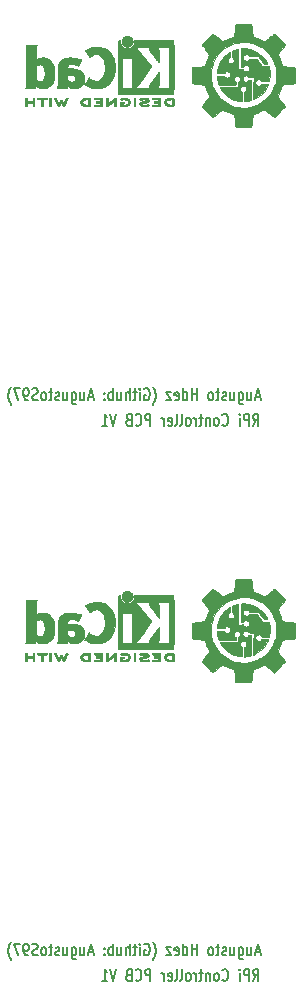
<source format=gbo>
%MOIN*%
%OFA0B0*%
%FSLAX46Y46*%
%IPPOS*%
%LPD*%
%AMRoundRect0*
4,1,4,
0.07874015748031496,0.11811023622047245,
0.15748031496062992,0.19685039370078741,
0.23622047244094491,0.27559055118110237,
0.31496062992125984,0.35433070866141736,
0.07874015748031496,0.11811023622047245,
0*
1,1,$1,$2,$3*
1,1,$1,$2,$3*
1,1,$1,$2,$3*
1,1,$1,$2,$3*
20,1,$1,$2,$3,$4,$5,0*
20,1,$1,$2,$3,$4,$5,0*
20,1,$1,$2,$3,$4,$5,0*
20,1,$1,$2,$3,$4,$5,0*%
%AMCOMP1490*
4,1,3,
-0.03937007874015748,0.03937007874015748,
-0.03937007874015748,-0.03937007874015748,
0.03937007874015748,-0.03937007874015748,
0.03937007874015748,0.03937007874015748,
0*
4,1,19,
-0.03937007874015748,0.07874015748031496,
-0.027204055339569,0.076813248673037543,
-0.016228927075099483,0.0712211415108247,
-0.0075190159694902585,0.062511230405215487,
-0.0019269088072774202,0.051536102140745964,
0,0.03937007874015748,
-0.0019269088072774157,0.027204055339569003,
-0.0075190159694902585,0.01622892707509949,
-0.016228927075099479,0.0075190159694902628,
-0.027204055339569,0.0019269088072774202,
-0.03937007874015748,0,
-0.051536102140745978,0.0019269088072774202,
-0.062511230405215473,0.0075190159694902541,
-0.0712211415108247,0.016228927075099479,
-0.076813248673037543,0.027204055339568996,
-0.07874015748031496,0.039370078740157473,
-0.076813248673037543,0.051536102140745957,
-0.0712211415108247,0.062511230405215473,
-0.062511230405215487,0.0712211415108247,
-0.051536102140745978,0.076813248673037543,
0*
4,1,19,
-0.03937007874015748,0,
-0.027204055339569,-0.0019269088072774202,
-0.016228927075099483,-0.0075190159694902585,
-0.0075190159694902585,-0.016228927075099483,
-0.0019269088072774202,-0.027204055339569,
0,-0.03937007874015748,
-0.0019269088072774157,-0.051536102140745964,
-0.0075190159694902585,-0.062511230405215473,
-0.016228927075099479,-0.0712211415108247,
-0.027204055339569,-0.076813248673037543,
-0.03937007874015748,-0.07874015748031496,
-0.051536102140745978,-0.076813248673037543,
-0.062511230405215473,-0.0712211415108247,
-0.0712211415108247,-0.062511230405215487,
-0.076813248673037543,-0.051536102140745964,
-0.07874015748031496,-0.039370078740157494,
-0.076813248673037543,-0.02720405533956901,
-0.0712211415108247,-0.016228927075099493,
-0.062511230405215487,-0.0075190159694902628,
-0.051536102140745978,-0.0019269088072774202,
0*
4,1,19,
0.03937007874015748,0,
0.051536102140745964,-0.0019269088072774202,
0.062511230405215487,-0.0075190159694902585,
0.0712211415108247,-0.016228927075099483,
0.076813248673037543,-0.027204055339569,
0.07874015748031496,-0.03937007874015748,
0.076813248673037543,-0.051536102140745964,
0.0712211415108247,-0.062511230405215473,
0.062511230405215487,-0.0712211415108247,
0.051536102140745964,-0.076813248673037543,
0.039370078740157494,-0.07874015748031496,
0.027204055339568992,-0.076813248673037543,
0.01622892707509949,-0.0712211415108247,
0.0075190159694902628,-0.062511230405215487,
0.0019269088072774202,-0.051536102140745964,
0,-0.039370078740157494,
0.0019269088072774157,-0.02720405533956901,
0.0075190159694902541,-0.016228927075099493,
0.016228927075099476,-0.0075190159694902628,
0.027204055339568992,-0.0019269088072774202,
0*
4,1,19,
0.03937007874015748,0.07874015748031496,
0.051536102140745964,0.076813248673037543,
0.062511230405215487,0.0712211415108247,
0.0712211415108247,0.062511230405215487,
0.076813248673037543,0.051536102140745964,
0.07874015748031496,0.03937007874015748,
0.076813248673037543,0.027204055339569003,
0.0712211415108247,0.01622892707509949,
0.062511230405215487,0.0075190159694902628,
0.051536102140745964,0.0019269088072774202,
0.039370078740157494,0,
0.027204055339568992,0.0019269088072774202,
0.01622892707509949,0.0075190159694902541,
0.0075190159694902628,0.016228927075099479,
0.0019269088072774202,0.027204055339568996,
0,0.039370078740157473,
0.0019269088072774157,0.051536102140745957,
0.0075190159694902541,0.062511230405215473,
0.016228927075099476,0.0712211415108247,
0.027204055339568992,0.076813248673037543,
0*
4,1,3,
-0.07874015748031496,0.03937007874015748,
0,0.03937007874015748,
0,-0.03937007874015748,
-0.07874015748031496,-0.03937007874015748,
0*
4,1,3,
-0.03937007874015748,-0.07874015748031496,
-0.03937007874015748,0,
0.03937007874015748,0,
0.03937007874015748,-0.07874015748031496,
0*
4,1,3,
0.07874015748031496,-0.03937007874015748,
0,-0.03937007874015748,
0,0.03937007874015748,
0.07874015748031496,0.03937007874015748,
0*
4,1,3,
0.03937007874015748,0.07874015748031496,
0.03937007874015748,0,
-0.03937007874015748,0,
-0.03937007874015748,0.07874015748031496,
0*%
%AMCOMP1500*
4,1,3,
-0.04429133858267717,0.034448818897637797,
-0.04429133858267717,-0.034448818897637797,
0.04429133858267717,-0.034448818897637797,
0.04429133858267717,0.034448818897637797,
0*
4,1,19,
-0.04429133858267717,0.068897637795275593,
-0.033646068107162252,0.067211592588907854,
-0.02404283087575142,0.062318498821971623,
-0.016421658658343347,0.054697326604563543,
-0.011528564891407115,0.045094089373152721,
-0.00984251968503937,0.034448818897637797,
-0.011528564891407109,0.023803548422122879,
-0.016421658658343347,0.014200311190712054,
-0.024042830875751417,0.00657913897330398,
-0.033646068107162239,0.0016860452063677432,
-0.04429133858267717,0,
-0.054936609058192094,0.0016860452063677432,
-0.064539846289602909,0.0065791389733039713,
-0.072161018507010982,0.014200311190712045,
-0.07705411227394722,0.023803548422122869,
-0.07874015748031496,0.03444881889763779,
-0.07705411227394722,0.045094089373152707,
-0.072161018507011,0.054697326604563536,
-0.064539846289602923,0.062318498821971616,
-0.054936609058192094,0.067211592588907854,
0*
4,1,19,
-0.04429133858267717,0,
-0.033646068107162252,-0.0016860452063677432,
-0.02404283087575142,-0.0065791389733039756,
-0.016421658658343347,-0.014200311190712049,
-0.011528564891407115,-0.023803548422122876,
-0.00984251968503937,-0.034448818897637797,
-0.011528564891407109,-0.045094089373152714,
-0.016421658658343347,-0.054697326604563536,
-0.024042830875751417,-0.062318498821971616,
-0.033646068107162239,-0.067211592588907854,
-0.04429133858267717,-0.068897637795275593,
-0.054936609058192094,-0.067211592588907854,
-0.064539846289602909,-0.062318498821971623,
-0.072161018507010982,-0.054697326604563556,
-0.07705411227394722,-0.045094089373152721,
-0.07874015748031496,-0.0344488188976378,
-0.07705411227394722,-0.023803548422122883,
-0.072161018507011,-0.014200311190712057,
-0.064539846289602923,-0.00657913897330398,
-0.054936609058192094,-0.0016860452063677432,
0*
4,1,19,
0.04429133858267717,0,
0.054936609058192087,-0.0016860452063677432,
0.064539846289602909,-0.0065791389733039756,
0.072161018507011,-0.014200311190712049,
0.07705411227394722,-0.023803548422122876,
0.07874015748031496,-0.034448818897637797,
0.07705411227394722,-0.045094089373152714,
0.072161018507011,-0.054697326604563536,
0.064539846289602923,-0.062318498821971616,
0.054936609058192094,-0.067211592588907854,
0.04429133858267717,-0.068897637795275593,
0.033646068107162239,-0.067211592588907854,
0.024042830875751424,-0.062318498821971623,
0.016421658658343351,-0.054697326604563556,
0.011528564891407115,-0.045094089373152721,
0.00984251968503937,-0.0344488188976378,
0.011528564891407109,-0.023803548422122883,
0.016421658658343344,-0.014200311190712057,
0.02404283087575141,-0.00657913897330398,
0.033646068107162239,-0.0016860452063677432,
0*
4,1,19,
0.04429133858267717,0.068897637795275593,
0.054936609058192087,0.067211592588907854,
0.064539846289602909,0.062318498821971623,
0.072161018507011,0.054697326604563543,
0.07705411227394722,0.045094089373152721,
0.07874015748031496,0.034448818897637797,
0.07705411227394722,0.023803548422122879,
0.072161018507011,0.014200311190712054,
0.064539846289602923,0.00657913897330398,
0.054936609058192094,0.0016860452063677432,
0.04429133858267717,0,
0.033646068107162239,0.0016860452063677432,
0.024042830875751424,0.0065791389733039713,
0.016421658658343351,0.014200311190712045,
0.011528564891407115,0.023803548422122869,
0.00984251968503937,0.03444881889763779,
0.011528564891407109,0.045094089373152707,
0.016421658658343344,0.054697326604563536,
0.02404283087575141,0.062318498821971616,
0.033646068107162239,0.067211592588907854,
0*
4,1,3,
-0.07874015748031496,0.034448818897637797,
-0.00984251968503937,0.034448818897637797,
-0.00984251968503937,-0.034448818897637797,
-0.07874015748031496,-0.034448818897637797,
0*
4,1,3,
-0.04429133858267717,-0.068897637795275593,
-0.04429133858267717,0,
0.04429133858267717,0,
0.04429133858267717,-0.068897637795275593,
0*
4,1,3,
0.07874015748031496,-0.034448818897637797,
0.00984251968503937,-0.034448818897637797,
0.00984251968503937,0.034448818897637797,
0.07874015748031496,0.034448818897637797,
0*
4,1,3,
0.04429133858267717,0.068897637795275593,
0.04429133858267717,0,
-0.04429133858267717,0,
-0.04429133858267717,0.068897637795275593,
0*%
%AMRoundRect1*
4,1,4,
0.07874015748031496,0.11811023622047245,
0.15748031496062992,0.19685039370078741,
0.23622047244094491,0.27559055118110237,
0.31496062992125984,0.35433070866141736,
0.07874015748031496,0.11811023622047245,
0*
1,1,$1,$2,$3*
1,1,$1,$2,$3*
1,1,$1,$2,$3*
1,1,$1,$2,$3*
20,1,$1,$2,$3,$4,$5,0*
20,1,$1,$2,$3,$4,$5,0*
20,1,$1,$2,$3,$4,$5,0*
20,1,$1,$2,$3,$4,$5,0*%
%AMCOMP1650*
4,1,3,
-0.03937007874015748,0.03937007874015748,
-0.03937007874015748,-0.03937007874015748,
0.03937007874015748,-0.03937007874015748,
0.03937007874015748,0.03937007874015748,
0*
4,1,19,
-0.03937007874015748,0.07874015748031496,
-0.027204055339569,0.076813248673037543,
-0.016228927075099483,0.0712211415108247,
-0.0075190159694902585,0.062511230405215487,
-0.0019269088072774202,0.051536102140745964,
0,0.03937007874015748,
-0.0019269088072774157,0.027204055339569003,
-0.0075190159694902585,0.01622892707509949,
-0.016228927075099479,0.0075190159694902628,
-0.027204055339569,0.0019269088072774202,
-0.03937007874015748,0,
-0.051536102140745978,0.0019269088072774202,
-0.062511230405215473,0.0075190159694902541,
-0.0712211415108247,0.016228927075099479,
-0.076813248673037543,0.027204055339568996,
-0.07874015748031496,0.039370078740157473,
-0.076813248673037543,0.051536102140745957,
-0.0712211415108247,0.062511230405215473,
-0.062511230405215487,0.0712211415108247,
-0.051536102140745978,0.076813248673037543,
0*
4,1,19,
-0.03937007874015748,0,
-0.027204055339569,-0.0019269088072774202,
-0.016228927075099483,-0.0075190159694902585,
-0.0075190159694902585,-0.016228927075099483,
-0.0019269088072774202,-0.027204055339569,
0,-0.03937007874015748,
-0.0019269088072774157,-0.051536102140745964,
-0.0075190159694902585,-0.062511230405215473,
-0.016228927075099479,-0.0712211415108247,
-0.027204055339569,-0.076813248673037543,
-0.03937007874015748,-0.07874015748031496,
-0.051536102140745978,-0.076813248673037543,
-0.062511230405215473,-0.0712211415108247,
-0.0712211415108247,-0.062511230405215487,
-0.076813248673037543,-0.051536102140745964,
-0.07874015748031496,-0.039370078740157494,
-0.076813248673037543,-0.02720405533956901,
-0.0712211415108247,-0.016228927075099493,
-0.062511230405215487,-0.0075190159694902628,
-0.051536102140745978,-0.0019269088072774202,
0*
4,1,19,
0.03937007874015748,0,
0.051536102140745964,-0.0019269088072774202,
0.062511230405215487,-0.0075190159694902585,
0.0712211415108247,-0.016228927075099483,
0.076813248673037543,-0.027204055339569,
0.07874015748031496,-0.03937007874015748,
0.076813248673037543,-0.051536102140745964,
0.0712211415108247,-0.062511230405215473,
0.062511230405215487,-0.0712211415108247,
0.051536102140745964,-0.076813248673037543,
0.039370078740157494,-0.07874015748031496,
0.027204055339568992,-0.076813248673037543,
0.01622892707509949,-0.0712211415108247,
0.0075190159694902628,-0.062511230405215487,
0.0019269088072774202,-0.051536102140745964,
0,-0.039370078740157494,
0.0019269088072774157,-0.02720405533956901,
0.0075190159694902541,-0.016228927075099493,
0.016228927075099476,-0.0075190159694902628,
0.027204055339568992,-0.0019269088072774202,
0*
4,1,19,
0.03937007874015748,0.07874015748031496,
0.051536102140745964,0.076813248673037543,
0.062511230405215487,0.0712211415108247,
0.0712211415108247,0.062511230405215487,
0.076813248673037543,0.051536102140745964,
0.07874015748031496,0.03937007874015748,
0.076813248673037543,0.027204055339569003,
0.0712211415108247,0.01622892707509949,
0.062511230405215487,0.0075190159694902628,
0.051536102140745964,0.0019269088072774202,
0.039370078740157494,0,
0.027204055339568992,0.0019269088072774202,
0.01622892707509949,0.0075190159694902541,
0.0075190159694902628,0.016228927075099479,
0.0019269088072774202,0.027204055339568996,
0,0.039370078740157473,
0.0019269088072774157,0.051536102140745957,
0.0075190159694902541,0.062511230405215473,
0.016228927075099476,0.0712211415108247,
0.027204055339568992,0.076813248673037543,
0*
4,1,3,
-0.07874015748031496,0.03937007874015748,
0,0.03937007874015748,
0,-0.03937007874015748,
-0.07874015748031496,-0.03937007874015748,
0*
4,1,3,
-0.03937007874015748,-0.07874015748031496,
-0.03937007874015748,0,
0.03937007874015748,0,
0.03937007874015748,-0.07874015748031496,
0*
4,1,3,
0.07874015748031496,-0.03937007874015748,
0,-0.03937007874015748,
0,0.03937007874015748,
0.07874015748031496,0.03937007874015748,
0*
4,1,3,
0.03937007874015748,0.07874015748031496,
0.03937007874015748,0,
-0.03937007874015748,0,
-0.03937007874015748,0.07874015748031496,
0*%
%AMCOMP1660*
4,1,3,
-0.04429133858267717,0.034448818897637797,
-0.04429133858267717,-0.034448818897637797,
0.04429133858267717,-0.034448818897637797,
0.04429133858267717,0.034448818897637797,
0*
4,1,19,
-0.04429133858267717,0.068897637795275593,
-0.033646068107162252,0.067211592588907854,
-0.02404283087575142,0.062318498821971623,
-0.016421658658343347,0.054697326604563543,
-0.011528564891407115,0.045094089373152721,
-0.00984251968503937,0.034448818897637797,
-0.011528564891407109,0.023803548422122879,
-0.016421658658343347,0.014200311190712054,
-0.024042830875751417,0.00657913897330398,
-0.033646068107162239,0.0016860452063677432,
-0.04429133858267717,0,
-0.054936609058192094,0.0016860452063677432,
-0.064539846289602909,0.0065791389733039713,
-0.072161018507010982,0.014200311190712045,
-0.07705411227394722,0.023803548422122869,
-0.07874015748031496,0.03444881889763779,
-0.07705411227394722,0.045094089373152707,
-0.072161018507011,0.054697326604563536,
-0.064539846289602923,0.062318498821971616,
-0.054936609058192094,0.067211592588907854,
0*
4,1,19,
-0.04429133858267717,0,
-0.033646068107162252,-0.0016860452063677432,
-0.02404283087575142,-0.0065791389733039756,
-0.016421658658343347,-0.014200311190712049,
-0.011528564891407115,-0.023803548422122876,
-0.00984251968503937,-0.034448818897637797,
-0.011528564891407109,-0.045094089373152714,
-0.016421658658343347,-0.054697326604563536,
-0.024042830875751417,-0.062318498821971616,
-0.033646068107162239,-0.067211592588907854,
-0.04429133858267717,-0.068897637795275593,
-0.054936609058192094,-0.067211592588907854,
-0.064539846289602909,-0.062318498821971623,
-0.072161018507010982,-0.054697326604563556,
-0.07705411227394722,-0.045094089373152721,
-0.07874015748031496,-0.0344488188976378,
-0.07705411227394722,-0.023803548422122883,
-0.072161018507011,-0.014200311190712057,
-0.064539846289602923,-0.00657913897330398,
-0.054936609058192094,-0.0016860452063677432,
0*
4,1,19,
0.04429133858267717,0,
0.054936609058192087,-0.0016860452063677432,
0.064539846289602909,-0.0065791389733039756,
0.072161018507011,-0.014200311190712049,
0.07705411227394722,-0.023803548422122876,
0.07874015748031496,-0.034448818897637797,
0.07705411227394722,-0.045094089373152714,
0.072161018507011,-0.054697326604563536,
0.064539846289602923,-0.062318498821971616,
0.054936609058192094,-0.067211592588907854,
0.04429133858267717,-0.068897637795275593,
0.033646068107162239,-0.067211592588907854,
0.024042830875751424,-0.062318498821971623,
0.016421658658343351,-0.054697326604563556,
0.011528564891407115,-0.045094089373152721,
0.00984251968503937,-0.0344488188976378,
0.011528564891407109,-0.023803548422122883,
0.016421658658343344,-0.014200311190712057,
0.02404283087575141,-0.00657913897330398,
0.033646068107162239,-0.0016860452063677432,
0*
4,1,19,
0.04429133858267717,0.068897637795275593,
0.054936609058192087,0.067211592588907854,
0.064539846289602909,0.062318498821971623,
0.072161018507011,0.054697326604563543,
0.07705411227394722,0.045094089373152721,
0.07874015748031496,0.034448818897637797,
0.07705411227394722,0.023803548422122879,
0.072161018507011,0.014200311190712054,
0.064539846289602923,0.00657913897330398,
0.054936609058192094,0.0016860452063677432,
0.04429133858267717,0,
0.033646068107162239,0.0016860452063677432,
0.024042830875751424,0.0065791389733039713,
0.016421658658343351,0.014200311190712045,
0.011528564891407115,0.023803548422122869,
0.00984251968503937,0.03444881889763779,
0.011528564891407109,0.045094089373152707,
0.016421658658343344,0.054697326604563536,
0.02404283087575141,0.062318498821971616,
0.033646068107162239,0.067211592588907854,
0*
4,1,3,
-0.07874015748031496,0.034448818897637797,
-0.00984251968503937,0.034448818897637797,
-0.00984251968503937,-0.034448818897637797,
-0.07874015748031496,-0.034448818897637797,
0*
4,1,3,
-0.04429133858267717,-0.068897637795275593,
-0.04429133858267717,0,
0.04429133858267717,0,
0.04429133858267717,-0.068897637795275593,
0*
4,1,3,
0.07874015748031496,-0.034448818897637797,
0.00984251968503937,-0.034448818897637797,
0.00984251968503937,0.034448818897637797,
0.07874015748031496,0.034448818897637797,
0*
4,1,3,
0.04429133858267717,0.068897637795275593,
0.04429133858267717,0,
-0.04429133858267717,0,
-0.04429133858267717,0.068897637795275593,
0*%
%ADD10C,0.0078740157480314977*%
%ADD11C,0.00039370078740157485*%
%ADD12C,0.11811023622047245*%
%ADD13R,0.1X0.1*%
%ADD14C,0.1*%
%ADD15C,0.062992125984251982*%
%ADD16R,0.15748031496062992X0.13779527559055119*%
%ADD17O,0.066929133858267723X0.066929133858267723*%
%ADD18R,0.066929133858267723X0.066929133858267723*%
%ADD19C,0.22047244094488189*%
%ADD20C,0.070866141732283464*%
%ADD21R,0.070866141732283464X0.070866141732283464*%
%ADD32C,0.0078740157480314977*%
%ADD33R,0.070866141732283464X0.070866141732283464*%
%ADD34C,0.070866141732283464*%
%ADD35C,0.11811023622047245*%
%ADD36C,0.22047244094488189*%
%ADD37R,0.066929133858267723X0.066929133858267723*%
%ADD38O,0.066929133858267723X0.066929133858267723*%
%ADD39R,0.15748031496062992X0.13779527559055119*%
%AMCOMP205*
4,1,3,
-0.03937007874015748,0.03937007874015748,
-0.03937007874015748,-0.03937007874015748,
0.03937007874015748,-0.03937007874015748,
0.03937007874015748,0.03937007874015748,
0*
4,1,19,
-0.03937007874015748,0.07874015748031496,
-0.027204055339569,0.076813248673037543,
-0.016228927075099483,0.0712211415108247,
-0.0075190159694902585,0.062511230405215487,
-0.0019269088072774202,0.051536102140745964,
0,0.03937007874015748,
-0.0019269088072774157,0.027204055339569003,
-0.0075190159694902585,0.01622892707509949,
-0.016228927075099479,0.0075190159694902628,
-0.027204055339569,0.0019269088072774202,
-0.03937007874015748,0,
-0.051536102140745978,0.0019269088072774202,
-0.062511230405215473,0.0075190159694902541,
-0.0712211415108247,0.016228927075099479,
-0.076813248673037543,0.027204055339568996,
-0.07874015748031496,0.039370078740157473,
-0.076813248673037543,0.051536102140745957,
-0.0712211415108247,0.062511230405215473,
-0.062511230405215487,0.0712211415108247,
-0.051536102140745978,0.076813248673037543,
0*
4,1,19,
-0.03937007874015748,0,
-0.027204055339569,-0.0019269088072774202,
-0.016228927075099483,-0.0075190159694902585,
-0.0075190159694902585,-0.016228927075099483,
-0.0019269088072774202,-0.027204055339569,
0,-0.03937007874015748,
-0.0019269088072774157,-0.051536102140745964,
-0.0075190159694902585,-0.062511230405215473,
-0.016228927075099479,-0.0712211415108247,
-0.027204055339569,-0.076813248673037543,
-0.03937007874015748,-0.07874015748031496,
-0.051536102140745978,-0.076813248673037543,
-0.062511230405215473,-0.0712211415108247,
-0.0712211415108247,-0.062511230405215487,
-0.076813248673037543,-0.051536102140745964,
-0.07874015748031496,-0.039370078740157494,
-0.076813248673037543,-0.02720405533956901,
-0.0712211415108247,-0.016228927075099493,
-0.062511230405215487,-0.0075190159694902628,
-0.051536102140745978,-0.0019269088072774202,
0*
4,1,19,
0.03937007874015748,0,
0.051536102140745964,-0.0019269088072774202,
0.062511230405215487,-0.0075190159694902585,
0.0712211415108247,-0.016228927075099483,
0.076813248673037543,-0.027204055339569,
0.07874015748031496,-0.03937007874015748,
0.076813248673037543,-0.051536102140745964,
0.0712211415108247,-0.062511230405215473,
0.062511230405215487,-0.0712211415108247,
0.051536102140745964,-0.076813248673037543,
0.039370078740157494,-0.07874015748031496,
0.027204055339568992,-0.076813248673037543,
0.01622892707509949,-0.0712211415108247,
0.0075190159694902628,-0.062511230405215487,
0.0019269088072774202,-0.051536102140745964,
0,-0.039370078740157494,
0.0019269088072774157,-0.02720405533956901,
0.0075190159694902541,-0.016228927075099493,
0.016228927075099476,-0.0075190159694902628,
0.027204055339568992,-0.0019269088072774202,
0*
4,1,19,
0.03937007874015748,0.07874015748031496,
0.051536102140745964,0.076813248673037543,
0.062511230405215487,0.0712211415108247,
0.0712211415108247,0.062511230405215487,
0.076813248673037543,0.051536102140745964,
0.07874015748031496,0.03937007874015748,
0.076813248673037543,0.027204055339569003,
0.0712211415108247,0.01622892707509949,
0.062511230405215487,0.0075190159694902628,
0.051536102140745964,0.0019269088072774202,
0.039370078740157494,0,
0.027204055339568992,0.0019269088072774202,
0.01622892707509949,0.0075190159694902541,
0.0075190159694902628,0.016228927075099479,
0.0019269088072774202,0.027204055339568996,
0,0.039370078740157473,
0.0019269088072774157,0.051536102140745957,
0.0075190159694902541,0.062511230405215473,
0.016228927075099476,0.0712211415108247,
0.027204055339568992,0.076813248673037543,
0*
4,1,3,
-0.07874015748031496,0.03937007874015748,
0,0.03937007874015748,
0,-0.03937007874015748,
-0.07874015748031496,-0.03937007874015748,
0*
4,1,3,
-0.03937007874015748,-0.07874015748031496,
-0.03937007874015748,0,
0.03937007874015748,0,
0.03937007874015748,-0.07874015748031496,
0*
4,1,3,
0.07874015748031496,-0.03937007874015748,
0,-0.03937007874015748,
0,0.03937007874015748,
0.07874015748031496,0.03937007874015748,
0*
4,1,3,
0.03937007874015748,0.07874015748031496,
0.03937007874015748,0,
-0.03937007874015748,0,
-0.03937007874015748,0.07874015748031496,
0*%
%ADD40COMP205,1X-1X1X-1X-1X1X-1X1X1X0*%
%AMCOMP212*
4,1,3,
-0.04429133858267717,0.034448818897637797,
-0.04429133858267717,-0.034448818897637797,
0.04429133858267717,-0.034448818897637797,
0.04429133858267717,0.034448818897637797,
0*
4,1,19,
-0.04429133858267717,0.068897637795275593,
-0.033646068107162252,0.067211592588907854,
-0.02404283087575142,0.062318498821971623,
-0.016421658658343347,0.054697326604563543,
-0.011528564891407115,0.045094089373152721,
-0.00984251968503937,0.034448818897637797,
-0.011528564891407109,0.023803548422122879,
-0.016421658658343347,0.014200311190712054,
-0.024042830875751417,0.00657913897330398,
-0.033646068107162239,0.0016860452063677432,
-0.04429133858267717,0,
-0.054936609058192094,0.0016860452063677432,
-0.064539846289602909,0.0065791389733039713,
-0.072161018507010982,0.014200311190712045,
-0.07705411227394722,0.023803548422122869,
-0.07874015748031496,0.03444881889763779,
-0.07705411227394722,0.045094089373152707,
-0.072161018507011,0.054697326604563536,
-0.064539846289602923,0.062318498821971616,
-0.054936609058192094,0.067211592588907854,
0*
4,1,19,
-0.04429133858267717,0,
-0.033646068107162252,-0.0016860452063677432,
-0.02404283087575142,-0.0065791389733039756,
-0.016421658658343347,-0.014200311190712049,
-0.011528564891407115,-0.023803548422122876,
-0.00984251968503937,-0.034448818897637797,
-0.011528564891407109,-0.045094089373152714,
-0.016421658658343347,-0.054697326604563536,
-0.024042830875751417,-0.062318498821971616,
-0.033646068107162239,-0.067211592588907854,
-0.04429133858267717,-0.068897637795275593,
-0.054936609058192094,-0.067211592588907854,
-0.064539846289602909,-0.062318498821971623,
-0.072161018507010982,-0.054697326604563556,
-0.07705411227394722,-0.045094089373152721,
-0.07874015748031496,-0.0344488188976378,
-0.07705411227394722,-0.023803548422122883,
-0.072161018507011,-0.014200311190712057,
-0.064539846289602923,-0.00657913897330398,
-0.054936609058192094,-0.0016860452063677432,
0*
4,1,19,
0.04429133858267717,0,
0.054936609058192087,-0.0016860452063677432,
0.064539846289602909,-0.0065791389733039756,
0.072161018507011,-0.014200311190712049,
0.07705411227394722,-0.023803548422122876,
0.07874015748031496,-0.034448818897637797,
0.07705411227394722,-0.045094089373152714,
0.072161018507011,-0.054697326604563536,
0.064539846289602923,-0.062318498821971616,
0.054936609058192094,-0.067211592588907854,
0.04429133858267717,-0.068897637795275593,
0.033646068107162239,-0.067211592588907854,
0.024042830875751424,-0.062318498821971623,
0.016421658658343351,-0.054697326604563556,
0.011528564891407115,-0.045094089373152721,
0.00984251968503937,-0.0344488188976378,
0.011528564891407109,-0.023803548422122883,
0.016421658658343344,-0.014200311190712057,
0.02404283087575141,-0.00657913897330398,
0.033646068107162239,-0.0016860452063677432,
0*
4,1,19,
0.04429133858267717,0.068897637795275593,
0.054936609058192087,0.067211592588907854,
0.064539846289602909,0.062318498821971623,
0.072161018507011,0.054697326604563543,
0.07705411227394722,0.045094089373152721,
0.07874015748031496,0.034448818897637797,
0.07705411227394722,0.023803548422122879,
0.072161018507011,0.014200311190712054,
0.064539846289602923,0.00657913897330398,
0.054936609058192094,0.0016860452063677432,
0.04429133858267717,0,
0.033646068107162239,0.0016860452063677432,
0.024042830875751424,0.0065791389733039713,
0.016421658658343351,0.014200311190712045,
0.011528564891407115,0.023803548422122869,
0.00984251968503937,0.03444881889763779,
0.011528564891407109,0.045094089373152707,
0.016421658658343344,0.054697326604563536,
0.02404283087575141,0.062318498821971616,
0.033646068107162239,0.067211592588907854,
0*
4,1,3,
-0.07874015748031496,0.034448818897637797,
-0.00984251968503937,0.034448818897637797,
-0.00984251968503937,-0.034448818897637797,
-0.07874015748031496,-0.034448818897637797,
0*
4,1,3,
-0.04429133858267717,-0.068897637795275593,
-0.04429133858267717,0,
0.04429133858267717,0,
0.04429133858267717,-0.068897637795275593,
0*
4,1,3,
0.07874015748031496,-0.034448818897637797,
0.00984251968503937,-0.034448818897637797,
0.00984251968503937,0.034448818897637797,
0.07874015748031496,0.034448818897637797,
0*
4,1,3,
0.04429133858267717,0.068897637795275593,
0.04429133858267717,0,
-0.04429133858267717,0,
-0.04429133858267717,0.068897637795275593,
0*%
%ADD41COMP212,0.875X-1.125X0.875X-1.125X-0.875X1.125X-0.875X1.125X0.875X0*%
%ADD42C,0.062992125984251982*%
%ADD43R,0.1X0.1*%
%ADD44C,0.1*%
%ADD45C,0.0078740157480314977*%
%ADD46C,0.00039370078740157485*%
%ADD47C,0.11811023622047245*%
%ADD48R,0.1X0.1*%
%ADD49C,0.1*%
%ADD50C,0.062992125984251982*%
%ADD51R,0.15748031496062992X0.13779527559055119*%
%ADD52O,0.066929133858267723X0.066929133858267723*%
%ADD53R,0.066929133858267723X0.066929133858267723*%
%ADD54C,0.22047244094488189*%
%ADD55C,0.070866141732283464*%
%ADD56R,0.070866141732283464X0.070866141732283464*%
%ADD57C,0.0078740157480314977*%
%ADD58R,0.070866141732283464X0.070866141732283464*%
%ADD59C,0.070866141732283464*%
%ADD60C,0.11811023622047245*%
%ADD61C,0.22047244094488189*%
%ADD62R,0.066929133858267723X0.066929133858267723*%
%ADD63O,0.066929133858267723X0.066929133858267723*%
%ADD64R,0.15748031496062992X0.13779527559055119*%
%AMCOMP219*
4,1,3,
-0.03937007874015748,0.03937007874015748,
-0.03937007874015748,-0.03937007874015748,
0.03937007874015748,-0.03937007874015748,
0.03937007874015748,0.03937007874015748,
0*
4,1,19,
-0.03937007874015748,0.07874015748031496,
-0.027204055339569,0.076813248673037543,
-0.016228927075099483,0.0712211415108247,
-0.0075190159694902585,0.062511230405215487,
-0.0019269088072774202,0.051536102140745964,
0,0.03937007874015748,
-0.0019269088072774157,0.027204055339569003,
-0.0075190159694902585,0.01622892707509949,
-0.016228927075099479,0.0075190159694902628,
-0.027204055339569,0.0019269088072774202,
-0.03937007874015748,0,
-0.051536102140745978,0.0019269088072774202,
-0.062511230405215473,0.0075190159694902541,
-0.0712211415108247,0.016228927075099479,
-0.076813248673037543,0.027204055339568996,
-0.07874015748031496,0.039370078740157473,
-0.076813248673037543,0.051536102140745957,
-0.0712211415108247,0.062511230405215473,
-0.062511230405215487,0.0712211415108247,
-0.051536102140745978,0.076813248673037543,
0*
4,1,19,
-0.03937007874015748,0,
-0.027204055339569,-0.0019269088072774202,
-0.016228927075099483,-0.0075190159694902585,
-0.0075190159694902585,-0.016228927075099483,
-0.0019269088072774202,-0.027204055339569,
0,-0.03937007874015748,
-0.0019269088072774157,-0.051536102140745964,
-0.0075190159694902585,-0.062511230405215473,
-0.016228927075099479,-0.0712211415108247,
-0.027204055339569,-0.076813248673037543,
-0.03937007874015748,-0.07874015748031496,
-0.051536102140745978,-0.076813248673037543,
-0.062511230405215473,-0.0712211415108247,
-0.0712211415108247,-0.062511230405215487,
-0.076813248673037543,-0.051536102140745964,
-0.07874015748031496,-0.039370078740157494,
-0.076813248673037543,-0.02720405533956901,
-0.0712211415108247,-0.016228927075099493,
-0.062511230405215487,-0.0075190159694902628,
-0.051536102140745978,-0.0019269088072774202,
0*
4,1,19,
0.03937007874015748,0,
0.051536102140745964,-0.0019269088072774202,
0.062511230405215487,-0.0075190159694902585,
0.0712211415108247,-0.016228927075099483,
0.076813248673037543,-0.027204055339569,
0.07874015748031496,-0.03937007874015748,
0.076813248673037543,-0.051536102140745964,
0.0712211415108247,-0.062511230405215473,
0.062511230405215487,-0.0712211415108247,
0.051536102140745964,-0.076813248673037543,
0.039370078740157494,-0.07874015748031496,
0.027204055339568992,-0.076813248673037543,
0.01622892707509949,-0.0712211415108247,
0.0075190159694902628,-0.062511230405215487,
0.0019269088072774202,-0.051536102140745964,
0,-0.039370078740157494,
0.0019269088072774157,-0.02720405533956901,
0.0075190159694902541,-0.016228927075099493,
0.016228927075099476,-0.0075190159694902628,
0.027204055339568992,-0.0019269088072774202,
0*
4,1,19,
0.03937007874015748,0.07874015748031496,
0.051536102140745964,0.076813248673037543,
0.062511230405215487,0.0712211415108247,
0.0712211415108247,0.062511230405215487,
0.076813248673037543,0.051536102140745964,
0.07874015748031496,0.03937007874015748,
0.076813248673037543,0.027204055339569003,
0.0712211415108247,0.01622892707509949,
0.062511230405215487,0.0075190159694902628,
0.051536102140745964,0.0019269088072774202,
0.039370078740157494,0,
0.027204055339568992,0.0019269088072774202,
0.01622892707509949,0.0075190159694902541,
0.0075190159694902628,0.016228927075099479,
0.0019269088072774202,0.027204055339568996,
0,0.039370078740157473,
0.0019269088072774157,0.051536102140745957,
0.0075190159694902541,0.062511230405215473,
0.016228927075099476,0.0712211415108247,
0.027204055339568992,0.076813248673037543,
0*
4,1,3,
-0.07874015748031496,0.03937007874015748,
0,0.03937007874015748,
0,-0.03937007874015748,
-0.07874015748031496,-0.03937007874015748,
0*
4,1,3,
-0.03937007874015748,-0.07874015748031496,
-0.03937007874015748,0,
0.03937007874015748,0,
0.03937007874015748,-0.07874015748031496,
0*
4,1,3,
0.07874015748031496,-0.03937007874015748,
0,-0.03937007874015748,
0,0.03937007874015748,
0.07874015748031496,0.03937007874015748,
0*
4,1,3,
0.03937007874015748,0.07874015748031496,
0.03937007874015748,0,
-0.03937007874015748,0,
-0.03937007874015748,0.07874015748031496,
0*%
%ADD65COMP219,1X-1X1X-1X-1X1X-1X1X1X0*%
%AMCOMP226*
4,1,3,
-0.04429133858267717,0.034448818897637797,
-0.04429133858267717,-0.034448818897637797,
0.04429133858267717,-0.034448818897637797,
0.04429133858267717,0.034448818897637797,
0*
4,1,19,
-0.04429133858267717,0.068897637795275593,
-0.033646068107162252,0.067211592588907854,
-0.02404283087575142,0.062318498821971623,
-0.016421658658343347,0.054697326604563543,
-0.011528564891407115,0.045094089373152721,
-0.00984251968503937,0.034448818897637797,
-0.011528564891407109,0.023803548422122879,
-0.016421658658343347,0.014200311190712054,
-0.024042830875751417,0.00657913897330398,
-0.033646068107162239,0.0016860452063677432,
-0.04429133858267717,0,
-0.054936609058192094,0.0016860452063677432,
-0.064539846289602909,0.0065791389733039713,
-0.072161018507010982,0.014200311190712045,
-0.07705411227394722,0.023803548422122869,
-0.07874015748031496,0.03444881889763779,
-0.07705411227394722,0.045094089373152707,
-0.072161018507011,0.054697326604563536,
-0.064539846289602923,0.062318498821971616,
-0.054936609058192094,0.067211592588907854,
0*
4,1,19,
-0.04429133858267717,0,
-0.033646068107162252,-0.0016860452063677432,
-0.02404283087575142,-0.0065791389733039756,
-0.016421658658343347,-0.014200311190712049,
-0.011528564891407115,-0.023803548422122876,
-0.00984251968503937,-0.034448818897637797,
-0.011528564891407109,-0.045094089373152714,
-0.016421658658343347,-0.054697326604563536,
-0.024042830875751417,-0.062318498821971616,
-0.033646068107162239,-0.067211592588907854,
-0.04429133858267717,-0.068897637795275593,
-0.054936609058192094,-0.067211592588907854,
-0.064539846289602909,-0.062318498821971623,
-0.072161018507010982,-0.054697326604563556,
-0.07705411227394722,-0.045094089373152721,
-0.07874015748031496,-0.0344488188976378,
-0.07705411227394722,-0.023803548422122883,
-0.072161018507011,-0.014200311190712057,
-0.064539846289602923,-0.00657913897330398,
-0.054936609058192094,-0.0016860452063677432,
0*
4,1,19,
0.04429133858267717,0,
0.054936609058192087,-0.0016860452063677432,
0.064539846289602909,-0.0065791389733039756,
0.072161018507011,-0.014200311190712049,
0.07705411227394722,-0.023803548422122876,
0.07874015748031496,-0.034448818897637797,
0.07705411227394722,-0.045094089373152714,
0.072161018507011,-0.054697326604563536,
0.064539846289602923,-0.062318498821971616,
0.054936609058192094,-0.067211592588907854,
0.04429133858267717,-0.068897637795275593,
0.033646068107162239,-0.067211592588907854,
0.024042830875751424,-0.062318498821971623,
0.016421658658343351,-0.054697326604563556,
0.011528564891407115,-0.045094089373152721,
0.00984251968503937,-0.0344488188976378,
0.011528564891407109,-0.023803548422122883,
0.016421658658343344,-0.014200311190712057,
0.02404283087575141,-0.00657913897330398,
0.033646068107162239,-0.0016860452063677432,
0*
4,1,19,
0.04429133858267717,0.068897637795275593,
0.054936609058192087,0.067211592588907854,
0.064539846289602909,0.062318498821971623,
0.072161018507011,0.054697326604563543,
0.07705411227394722,0.045094089373152721,
0.07874015748031496,0.034448818897637797,
0.07705411227394722,0.023803548422122879,
0.072161018507011,0.014200311190712054,
0.064539846289602923,0.00657913897330398,
0.054936609058192094,0.0016860452063677432,
0.04429133858267717,0,
0.033646068107162239,0.0016860452063677432,
0.024042830875751424,0.0065791389733039713,
0.016421658658343351,0.014200311190712045,
0.011528564891407115,0.023803548422122869,
0.00984251968503937,0.03444881889763779,
0.011528564891407109,0.045094089373152707,
0.016421658658343344,0.054697326604563536,
0.02404283087575141,0.062318498821971616,
0.033646068107162239,0.067211592588907854,
0*
4,1,3,
-0.07874015748031496,0.034448818897637797,
-0.00984251968503937,0.034448818897637797,
-0.00984251968503937,-0.034448818897637797,
-0.07874015748031496,-0.034448818897637797,
0*
4,1,3,
-0.04429133858267717,-0.068897637795275593,
-0.04429133858267717,0,
0.04429133858267717,0,
0.04429133858267717,-0.068897637795275593,
0*
4,1,3,
0.07874015748031496,-0.034448818897637797,
0.00984251968503937,-0.034448818897637797,
0.00984251968503937,0.034448818897637797,
0.07874015748031496,0.034448818897637797,
0*
4,1,3,
0.04429133858267717,0.068897637795275593,
0.04429133858267717,0,
-0.04429133858267717,0,
-0.04429133858267717,0.068897637795275593,
0*%
%ADD66COMP226,0.875X-1.125X0.875X-1.125X-0.875X1.125X-0.875X1.125X0.875X0*%
%ADD67C,0.062992125984251982*%
%ADD68R,0.1X0.1*%
%ADD69C,0.1*%
%ADD70C,0.22047244094488189*%
%ADD71R,0.066929133858267723X0.066929133858267723*%
%ADD72O,0.066929133858267723X0.066929133858267723*%
%ADD73R,0.11811023622047245X0.11811023622047245*%
%ADD74C,0.11811023622047245*%
%ADD75C,0.22047244094488189*%
%ADD76R,0.066929133858267723X0.066929133858267723*%
%ADD77O,0.066929133858267723X0.066929133858267723*%
%ADD78R,0.11811023622047245X0.11811023622047245*%
%ADD79C,0.11811023622047245*%
%ADD80C,0.22047244094488189*%
%ADD81R,0.066929133858267723X0.066929133858267723*%
%ADD82O,0.066929133858267723X0.066929133858267723*%
%ADD83R,0.11811023622047245X0.11811023622047245*%
%ADD84C,0.11811023622047245*%
G01*
D10*
X0001966561Y0002309422D02*
X0001951563Y0002309422D01*
X0001969561Y0002298174D02*
X0001959062Y0002337544D01*
X0001948563Y0002298174D01*
X0001924566Y0002324420D02*
X0001924566Y0002298174D01*
X0001938065Y0002324420D02*
X0001938065Y0002303798D01*
X0001936565Y0002300048D01*
X0001933565Y0002298174D01*
X0001929066Y0002298174D01*
X0001926066Y0002300048D01*
X0001924566Y0002301923D01*
X0001896070Y0002324420D02*
X0001896070Y0002292549D01*
X0001897570Y0002288800D01*
X0001899070Y0002286925D01*
X0001902069Y0002285050D01*
X0001906569Y0002285050D01*
X0001909568Y0002286925D01*
X0001896070Y0002300048D02*
X0001899070Y0002298174D01*
X0001905069Y0002298174D01*
X0001908068Y0002300048D01*
X0001909568Y0002301923D01*
X0001911068Y0002305673D01*
X0001911068Y0002316921D01*
X0001909568Y0002320671D01*
X0001908068Y0002322545D01*
X0001905069Y0002324420D01*
X0001899070Y0002324420D01*
X0001896070Y0002322545D01*
X0001867574Y0002324420D02*
X0001867574Y0002298174D01*
X0001881072Y0002324420D02*
X0001881072Y0002303798D01*
X0001879572Y0002300048D01*
X0001876572Y0002298174D01*
X0001872073Y0002298174D01*
X0001869073Y0002300048D01*
X0001867574Y0002301923D01*
X0001854075Y0002300048D02*
X0001851076Y0002298174D01*
X0001845076Y0002298174D01*
X0001842077Y0002300048D01*
X0001840577Y0002303798D01*
X0001840577Y0002305673D01*
X0001842077Y0002309422D01*
X0001845076Y0002311297D01*
X0001849576Y0002311297D01*
X0001852575Y0002313172D01*
X0001854075Y0002316921D01*
X0001854075Y0002318796D01*
X0001852575Y0002322545D01*
X0001849576Y0002324420D01*
X0001845076Y0002324420D01*
X0001842077Y0002322545D01*
X0001831578Y0002324420D02*
X0001819580Y0002324420D01*
X0001827079Y0002337544D02*
X0001827079Y0002303798D01*
X0001825579Y0002300048D01*
X0001822579Y0002298174D01*
X0001819580Y0002298174D01*
X0001804581Y0002298174D02*
X0001807581Y0002300048D01*
X0001809081Y0002301923D01*
X0001810581Y0002305673D01*
X0001810581Y0002316921D01*
X0001809081Y0002320671D01*
X0001807581Y0002322545D01*
X0001804581Y0002324420D01*
X0001800082Y0002324420D01*
X0001797082Y0002322545D01*
X0001795583Y0002320671D01*
X0001794083Y0002316921D01*
X0001794083Y0002305673D01*
X0001795583Y0002301923D01*
X0001797082Y0002300048D01*
X0001800082Y0002298174D01*
X0001804581Y0002298174D01*
X0001756587Y0002298174D02*
X0001756587Y0002337544D01*
X0001756587Y0002318796D02*
X0001738590Y0002318796D01*
X0001738590Y0002298174D02*
X0001738590Y0002337544D01*
X0001710093Y0002298174D02*
X0001710093Y0002337544D01*
X0001710093Y0002300048D02*
X0001713093Y0002298174D01*
X0001719092Y0002298174D01*
X0001722092Y0002300048D01*
X0001723592Y0002301923D01*
X0001725091Y0002305673D01*
X0001725091Y0002316921D01*
X0001723592Y0002320671D01*
X0001722092Y0002322545D01*
X0001719092Y0002324420D01*
X0001713093Y0002324420D01*
X0001710093Y0002322545D01*
X0001683097Y0002300048D02*
X0001686096Y0002298174D01*
X0001692095Y0002298174D01*
X0001695095Y0002300048D01*
X0001696595Y0002303798D01*
X0001696595Y0002318796D01*
X0001695095Y0002322545D01*
X0001692095Y0002324420D01*
X0001686096Y0002324420D01*
X0001683097Y0002322545D01*
X0001681597Y0002318796D01*
X0001681597Y0002315046D01*
X0001696595Y0002311297D01*
X0001671098Y0002324420D02*
X0001654600Y0002324420D01*
X0001671098Y0002298174D01*
X0001654600Y0002298174D01*
X0001609606Y0002283175D02*
X0001611106Y0002285050D01*
X0001614105Y0002290674D01*
X0001615605Y0002294424D01*
X0001617105Y0002300048D01*
X0001618605Y0002309422D01*
X0001618605Y0002316921D01*
X0001617105Y0002326295D01*
X0001615605Y0002331919D01*
X0001614105Y0002335669D01*
X0001611106Y0002341293D01*
X0001609606Y0002343168D01*
X0001581109Y0002335669D02*
X0001584109Y0002337544D01*
X0001588608Y0002337544D01*
X0001593108Y0002335669D01*
X0001596107Y0002331919D01*
X0001597607Y0002328170D01*
X0001599107Y0002320671D01*
X0001599107Y0002315046D01*
X0001597607Y0002307547D01*
X0001596107Y0002303798D01*
X0001593108Y0002300048D01*
X0001588608Y0002298174D01*
X0001585609Y0002298174D01*
X0001581109Y0002300048D01*
X0001579610Y0002301923D01*
X0001579610Y0002315046D01*
X0001585609Y0002315046D01*
X0001566111Y0002298174D02*
X0001566111Y0002324420D01*
X0001566111Y0002337544D02*
X0001567611Y0002335669D01*
X0001566111Y0002333794D01*
X0001564611Y0002335669D01*
X0001566111Y0002337544D01*
X0001566111Y0002333794D01*
X0001555612Y0002324420D02*
X0001543614Y0002324420D01*
X0001551113Y0002337544D02*
X0001551113Y0002303798D01*
X0001549613Y0002300048D01*
X0001546614Y0002298174D01*
X0001543614Y0002298174D01*
X0001533115Y0002298174D02*
X0001533115Y0002337544D01*
X0001519617Y0002298174D02*
X0001519617Y0002318796D01*
X0001521117Y0002322545D01*
X0001524116Y0002324420D01*
X0001528616Y0002324420D01*
X0001531616Y0002322545D01*
X0001533115Y0002320671D01*
X0001491121Y0002324420D02*
X0001491121Y0002298174D01*
X0001504619Y0002324420D02*
X0001504619Y0002303798D01*
X0001503119Y0002300048D01*
X0001500119Y0002298174D01*
X0001495620Y0002298174D01*
X0001492620Y0002300048D01*
X0001491121Y0002301923D01*
X0001476122Y0002298174D02*
X0001476122Y0002337544D01*
X0001476122Y0002322545D02*
X0001473123Y0002324420D01*
X0001467124Y0002324420D01*
X0001464124Y0002322545D01*
X0001462624Y0002320671D01*
X0001461124Y0002316921D01*
X0001461124Y0002305673D01*
X0001462624Y0002301923D01*
X0001464124Y0002300048D01*
X0001467124Y0002298174D01*
X0001473123Y0002298174D01*
X0001476122Y0002300048D01*
X0001447626Y0002301923D02*
X0001446126Y0002300048D01*
X0001447626Y0002298174D01*
X0001449126Y0002300048D01*
X0001447626Y0002301923D01*
X0001447626Y0002298174D01*
X0001447626Y0002322545D02*
X0001446126Y0002320671D01*
X0001447626Y0002318796D01*
X0001449126Y0002320671D01*
X0001447626Y0002322545D01*
X0001447626Y0002318796D01*
X0001410131Y0002309422D02*
X0001395133Y0002309422D01*
X0001413130Y0002298174D02*
X0001402632Y0002337544D01*
X0001392133Y0002298174D01*
X0001368136Y0002324420D02*
X0001368136Y0002298174D01*
X0001381634Y0002324420D02*
X0001381634Y0002303798D01*
X0001380134Y0002300048D01*
X0001377135Y0002298174D01*
X0001372635Y0002298174D01*
X0001369636Y0002300048D01*
X0001368136Y0002301923D01*
X0001339640Y0002324420D02*
X0001339640Y0002292549D01*
X0001341139Y0002288800D01*
X0001342639Y0002286925D01*
X0001345639Y0002285050D01*
X0001350138Y0002285050D01*
X0001353138Y0002286925D01*
X0001339640Y0002300048D02*
X0001342639Y0002298174D01*
X0001348638Y0002298174D01*
X0001351638Y0002300048D01*
X0001353138Y0002301923D01*
X0001354638Y0002305673D01*
X0001354638Y0002316921D01*
X0001353138Y0002320671D01*
X0001351638Y0002322545D01*
X0001348638Y0002324420D01*
X0001342639Y0002324420D01*
X0001339640Y0002322545D01*
X0001311143Y0002324420D02*
X0001311143Y0002298174D01*
X0001324641Y0002324420D02*
X0001324641Y0002303798D01*
X0001323142Y0002300048D01*
X0001320142Y0002298174D01*
X0001315643Y0002298174D01*
X0001312643Y0002300048D01*
X0001311143Y0002301923D01*
X0001297645Y0002300048D02*
X0001294645Y0002298174D01*
X0001288646Y0002298174D01*
X0001285646Y0002300048D01*
X0001284146Y0002303798D01*
X0001284146Y0002305673D01*
X0001285646Y0002309422D01*
X0001288646Y0002311297D01*
X0001293145Y0002311297D01*
X0001296145Y0002313172D01*
X0001297645Y0002316921D01*
X0001297645Y0002318796D01*
X0001296145Y0002322545D01*
X0001293145Y0002324420D01*
X0001288646Y0002324420D01*
X0001285646Y0002322545D01*
X0001275148Y0002324420D02*
X0001263149Y0002324420D01*
X0001270648Y0002337544D02*
X0001270648Y0002303798D01*
X0001269148Y0002300048D01*
X0001266149Y0002298174D01*
X0001263149Y0002298174D01*
X0001248151Y0002298174D02*
X0001251151Y0002300048D01*
X0001252650Y0002301923D01*
X0001254150Y0002305673D01*
X0001254150Y0002316921D01*
X0001252650Y0002320671D01*
X0001251151Y0002322545D01*
X0001248151Y0002324420D01*
X0001243652Y0002324420D01*
X0001240652Y0002322545D01*
X0001239152Y0002320671D01*
X0001237652Y0002316921D01*
X0001237652Y0002305673D01*
X0001239152Y0002301923D01*
X0001240652Y0002300048D01*
X0001243652Y0002298174D01*
X0001248151Y0002298174D01*
X0001225654Y0002300048D02*
X0001221154Y0002298174D01*
X0001213655Y0002298174D01*
X0001210656Y0002300048D01*
X0001209156Y0002301923D01*
X0001207656Y0002305673D01*
X0001207656Y0002309422D01*
X0001209156Y0002313172D01*
X0001210656Y0002315046D01*
X0001213655Y0002316921D01*
X0001219655Y0002318796D01*
X0001222654Y0002320671D01*
X0001224154Y0002322545D01*
X0001225654Y0002326295D01*
X0001225654Y0002330045D01*
X0001224154Y0002333794D01*
X0001222654Y0002335669D01*
X0001219655Y0002337544D01*
X0001212155Y0002337544D01*
X0001207656Y0002335669D01*
X0001192658Y0002298174D02*
X0001186659Y0002298174D01*
X0001183659Y0002300048D01*
X0001182159Y0002301923D01*
X0001179160Y0002307547D01*
X0001177660Y0002315046D01*
X0001177660Y0002330045D01*
X0001179160Y0002333794D01*
X0001180659Y0002335669D01*
X0001183659Y0002337544D01*
X0001189658Y0002337544D01*
X0001192658Y0002335669D01*
X0001194158Y0002333794D01*
X0001195658Y0002330045D01*
X0001195658Y0002320671D01*
X0001194158Y0002316921D01*
X0001192658Y0002315046D01*
X0001189658Y0002313172D01*
X0001183659Y0002313172D01*
X0001180659Y0002315046D01*
X0001179160Y0002316921D01*
X0001177660Y0002320671D01*
X0001167161Y0002337544D02*
X0001146164Y0002337544D01*
X0001159662Y0002298174D01*
X0001137165Y0002283175D02*
X0001135665Y0002285050D01*
X0001132665Y0002290674D01*
X0001131166Y0002294424D01*
X0001129666Y0002300048D01*
X0001128166Y0002309422D01*
X0001128166Y0002316921D01*
X0001129666Y0002326295D01*
X0001131166Y0002331919D01*
X0001132665Y0002335669D01*
X0001135665Y0002341293D01*
X0001137165Y0002343168D01*
X0001943833Y0002213174D02*
X0001954332Y0002231921D01*
X0001961831Y0002213174D02*
X0001961831Y0002252544D01*
X0001949833Y0002252544D01*
X0001946833Y0002250669D01*
X0001945333Y0002248794D01*
X0001943833Y0002245044D01*
X0001943833Y0002239420D01*
X0001945333Y0002235671D01*
X0001946833Y0002233796D01*
X0001949833Y0002231921D01*
X0001961831Y0002231921D01*
X0001930335Y0002213174D02*
X0001930335Y0002252544D01*
X0001918337Y0002252544D01*
X0001915337Y0002250669D01*
X0001913837Y0002248794D01*
X0001912337Y0002245044D01*
X0001912337Y0002239420D01*
X0001913837Y0002235671D01*
X0001915337Y0002233796D01*
X0001918337Y0002231921D01*
X0001930335Y0002231921D01*
X0001898839Y0002213174D02*
X0001898839Y0002239420D01*
X0001898839Y0002252544D02*
X0001900339Y0002250669D01*
X0001898839Y0002248794D01*
X0001897339Y0002250669D01*
X0001898839Y0002252544D01*
X0001898839Y0002248794D01*
X0001841846Y0002216923D02*
X0001843346Y0002215048D01*
X0001847845Y0002213174D01*
X0001850845Y0002213174D01*
X0001855344Y0002215048D01*
X0001858344Y0002218798D01*
X0001859844Y0002222547D01*
X0001861344Y0002230046D01*
X0001861344Y0002235671D01*
X0001859844Y0002243170D01*
X0001858344Y0002246919D01*
X0001855344Y0002250669D01*
X0001850845Y0002252544D01*
X0001847845Y0002252544D01*
X0001843346Y0002250669D01*
X0001841846Y0002248794D01*
X0001823848Y0002213174D02*
X0001826848Y0002215048D01*
X0001828348Y0002216923D01*
X0001829848Y0002220673D01*
X0001829848Y0002231921D01*
X0001828348Y0002235671D01*
X0001826848Y0002237545D01*
X0001823848Y0002239420D01*
X0001819349Y0002239420D01*
X0001816349Y0002237545D01*
X0001814850Y0002235671D01*
X0001813350Y0002231921D01*
X0001813350Y0002220673D01*
X0001814850Y0002216923D01*
X0001816349Y0002215048D01*
X0001819349Y0002213174D01*
X0001823848Y0002213174D01*
X0001799851Y0002239420D02*
X0001799851Y0002213174D01*
X0001799851Y0002235671D02*
X0001798352Y0002237545D01*
X0001795352Y0002239420D01*
X0001790852Y0002239420D01*
X0001787853Y0002237545D01*
X0001786353Y0002233796D01*
X0001786353Y0002213174D01*
X0001775854Y0002239420D02*
X0001763856Y0002239420D01*
X0001771355Y0002252544D02*
X0001771355Y0002218798D01*
X0001769855Y0002215048D01*
X0001766855Y0002213174D01*
X0001763856Y0002213174D01*
X0001753357Y0002213174D02*
X0001753357Y0002239420D01*
X0001753357Y0002231921D02*
X0001751857Y0002235671D01*
X0001750358Y0002237545D01*
X0001747358Y0002239420D01*
X0001744358Y0002239420D01*
X0001729360Y0002213174D02*
X0001732360Y0002215048D01*
X0001733860Y0002216923D01*
X0001735359Y0002220673D01*
X0001735359Y0002231921D01*
X0001733860Y0002235671D01*
X0001732360Y0002237545D01*
X0001729360Y0002239420D01*
X0001724861Y0002239420D01*
X0001721861Y0002237545D01*
X0001720361Y0002235671D01*
X0001718861Y0002231921D01*
X0001718861Y0002220673D01*
X0001720361Y0002216923D01*
X0001721861Y0002215048D01*
X0001724861Y0002213174D01*
X0001729360Y0002213174D01*
X0001700864Y0002213174D02*
X0001703863Y0002215048D01*
X0001705363Y0002218798D01*
X0001705363Y0002252544D01*
X0001684366Y0002213174D02*
X0001687365Y0002215048D01*
X0001688865Y0002218798D01*
X0001688865Y0002252544D01*
X0001660369Y0002215048D02*
X0001663368Y0002213174D01*
X0001669368Y0002213174D01*
X0001672367Y0002215048D01*
X0001673867Y0002218798D01*
X0001673867Y0002233796D01*
X0001672367Y0002237545D01*
X0001669368Y0002239420D01*
X0001663368Y0002239420D01*
X0001660369Y0002237545D01*
X0001658869Y0002233796D01*
X0001658869Y0002230046D01*
X0001673867Y0002226297D01*
X0001645371Y0002213174D02*
X0001645371Y0002239420D01*
X0001645371Y0002231921D02*
X0001643871Y0002235671D01*
X0001642371Y0002237545D01*
X0001639371Y0002239420D01*
X0001636372Y0002239420D01*
X0001601876Y0002213174D02*
X0001601876Y0002252544D01*
X0001589878Y0002252544D01*
X0001586878Y0002250669D01*
X0001585378Y0002248794D01*
X0001583878Y0002245044D01*
X0001583878Y0002239420D01*
X0001585378Y0002235671D01*
X0001586878Y0002233796D01*
X0001589878Y0002231921D01*
X0001601876Y0002231921D01*
X0001552382Y0002216923D02*
X0001553882Y0002215048D01*
X0001558382Y0002213174D01*
X0001561381Y0002213174D01*
X0001565881Y0002215048D01*
X0001568880Y0002218798D01*
X0001570380Y0002222547D01*
X0001571880Y0002230046D01*
X0001571880Y0002235671D01*
X0001570380Y0002243170D01*
X0001568880Y0002246919D01*
X0001565881Y0002250669D01*
X0001561381Y0002252544D01*
X0001558382Y0002252544D01*
X0001553882Y0002250669D01*
X0001552382Y0002248794D01*
X0001528385Y0002233796D02*
X0001523886Y0002231921D01*
X0001522386Y0002230046D01*
X0001520886Y0002226297D01*
X0001520886Y0002220673D01*
X0001522386Y0002216923D01*
X0001523886Y0002215048D01*
X0001526885Y0002213174D01*
X0001538884Y0002213174D01*
X0001538884Y0002252544D01*
X0001528385Y0002252544D01*
X0001525386Y0002250669D01*
X0001523886Y0002248794D01*
X0001522386Y0002245044D01*
X0001522386Y0002241295D01*
X0001523886Y0002237545D01*
X0001525386Y0002235671D01*
X0001528385Y0002233796D01*
X0001538884Y0002233796D01*
X0001487890Y0002252544D02*
X0001477392Y0002213174D01*
X0001466893Y0002252544D01*
X0001439896Y0002213174D02*
X0001457894Y0002213174D01*
X0001448895Y0002213174D02*
X0001448895Y0002252544D01*
X0001451895Y0002246919D01*
X0001454895Y0002243170D01*
X0001457894Y0002241295D01*
D11*
G36*
X0001186384Y0003306435D02*
G01*
X0001185149Y0003305560D01*
X0001184058Y0003304469D01*
X0001184058Y0003292286D01*
X0001184061Y0003288669D01*
X0001184075Y0003285833D01*
X0001184106Y0003283670D01*
X0001184163Y0003282072D01*
X0001184253Y0003280932D01*
X0001184384Y0003280142D01*
X0001184562Y0003279593D01*
X0001184796Y0003279179D01*
X0001184979Y0003278933D01*
X0001186189Y0003277965D01*
X0001187578Y0003277860D01*
X0001188848Y0003278453D01*
X0001189268Y0003278804D01*
X0001189548Y0003279269D01*
X0001189717Y0003280018D01*
X0001189803Y0003281220D01*
X0001189833Y0003283044D01*
X0001189836Y0003284453D01*
X0001189836Y0003289762D01*
X0001209391Y0003289762D01*
X0001209391Y0003284933D01*
X0001209412Y0003282724D01*
X0001209493Y0003281207D01*
X0001209665Y0003280182D01*
X0001209958Y0003279452D01*
X0001210313Y0003278933D01*
X0001211529Y0003277968D01*
X0001212905Y0003277854D01*
X0001214222Y0003278539D01*
X0001214582Y0003278899D01*
X0001214836Y0003279375D01*
X0001215004Y0003280118D01*
X0001215104Y0003281274D01*
X0001215156Y0003282994D01*
X0001215179Y0003285426D01*
X0001215182Y0003285984D01*
X0001215201Y0003290565D01*
X0001215210Y0003294341D01*
X0001215207Y0003297394D01*
X0001215187Y0003299808D01*
X0001215147Y0003301665D01*
X0001215082Y0003303050D01*
X0001214988Y0003304044D01*
X0001214863Y0003304731D01*
X0001214702Y0003305195D01*
X0001214502Y0003305518D01*
X0001214280Y0003305762D01*
X0001213026Y0003306541D01*
X0001211718Y0003306435D01*
X0001210482Y0003305560D01*
X0001209982Y0003304995D01*
X0001209664Y0003304370D01*
X0001209486Y0003303482D01*
X0001209409Y0003302122D01*
X0001209391Y0003300087D01*
X0001209391Y0003295539D01*
X0001189836Y0003295539D01*
X0001189836Y0003300206D01*
X0001189816Y0003302356D01*
X0001189736Y0003303808D01*
X0001189565Y0003304751D01*
X0001189273Y0003305377D01*
X0001188947Y0003305762D01*
X0001187693Y0003306541D01*
X0001186384Y0003306435D01*
G37*
X0001186384Y0003306435D02*
X0001185149Y0003305560D01*
X0001184058Y0003304469D01*
X0001184058Y0003292286D01*
X0001184061Y0003288669D01*
X0001184075Y0003285833D01*
X0001184106Y0003283670D01*
X0001184163Y0003282072D01*
X0001184253Y0003280932D01*
X0001184384Y0003280142D01*
X0001184562Y0003279593D01*
X0001184796Y0003279179D01*
X0001184979Y0003278933D01*
X0001186189Y0003277965D01*
X0001187578Y0003277860D01*
X0001188848Y0003278453D01*
X0001189268Y0003278804D01*
X0001189548Y0003279269D01*
X0001189717Y0003280018D01*
X0001189803Y0003281220D01*
X0001189833Y0003283044D01*
X0001189836Y0003284453D01*
X0001189836Y0003289762D01*
X0001209391Y0003289762D01*
X0001209391Y0003284933D01*
X0001209412Y0003282724D01*
X0001209493Y0003281207D01*
X0001209665Y0003280182D01*
X0001209958Y0003279452D01*
X0001210313Y0003278933D01*
X0001211529Y0003277968D01*
X0001212905Y0003277854D01*
X0001214222Y0003278539D01*
X0001214582Y0003278899D01*
X0001214836Y0003279375D01*
X0001215004Y0003280118D01*
X0001215104Y0003281274D01*
X0001215156Y0003282994D01*
X0001215179Y0003285426D01*
X0001215182Y0003285984D01*
X0001215201Y0003290565D01*
X0001215210Y0003294341D01*
X0001215207Y0003297394D01*
X0001215187Y0003299808D01*
X0001215147Y0003301665D01*
X0001215082Y0003303050D01*
X0001214988Y0003304044D01*
X0001214863Y0003304731D01*
X0001214702Y0003305195D01*
X0001214502Y0003305518D01*
X0001214280Y0003305762D01*
X0001213026Y0003306541D01*
X0001211718Y0003306435D01*
X0001210482Y0003305560D01*
X0001209982Y0003304995D01*
X0001209664Y0003304370D01*
X0001209486Y0003303482D01*
X0001209409Y0003302122D01*
X0001209391Y0003300087D01*
X0001209391Y0003295539D01*
X0001189836Y0003295539D01*
X0001189836Y0003300206D01*
X0001189816Y0003302356D01*
X0001189736Y0003303808D01*
X0001189565Y0003304751D01*
X0001189273Y0003305377D01*
X0001188947Y0003305762D01*
X0001187693Y0003306541D01*
X0001186384Y0003306435D01*
G36*
X0001236217Y0003306647D02*
G01*
X0001233119Y0003306632D01*
X0001230714Y0003306601D01*
X0001228904Y0003306548D01*
X0001227593Y0003306469D01*
X0001226683Y0003306358D01*
X0001226076Y0003306209D01*
X0001225674Y0003306019D01*
X0001225479Y0003305873D01*
X0001224470Y0003304592D01*
X0001224348Y0003303262D01*
X0001224972Y0003302054D01*
X0001225379Y0003301571D01*
X0001225819Y0003301242D01*
X0001226455Y0003301037D01*
X0001227455Y0003300926D01*
X0001228984Y0003300882D01*
X0001231209Y0003300873D01*
X0001231646Y0003300873D01*
X0001237391Y0003300873D01*
X0001237391Y0003290206D01*
X0001237395Y0003286844D01*
X0001237412Y0003284257D01*
X0001237452Y0003282331D01*
X0001237522Y0003280953D01*
X0001237632Y0003280009D01*
X0001237790Y0003279386D01*
X0001238006Y0003278968D01*
X0001238280Y0003278650D01*
X0001239577Y0003277869D01*
X0001240930Y0003277931D01*
X0001242158Y0003278822D01*
X0001242248Y0003278933D01*
X0001242542Y0003279350D01*
X0001242765Y0003279839D01*
X0001242929Y0003280517D01*
X0001243041Y0003281504D01*
X0001243112Y0003282918D01*
X0001243150Y0003284878D01*
X0001243166Y0003287503D01*
X0001243169Y0003290488D01*
X0001243169Y0003300873D01*
X0001248656Y0003300873D01*
X0001251010Y0003300889D01*
X0001252641Y0003300951D01*
X0001253710Y0003301080D01*
X0001254384Y0003301299D01*
X0001254825Y0003301628D01*
X0001254878Y0003301685D01*
X0001255522Y0003302994D01*
X0001255465Y0003304473D01*
X0001254725Y0003305762D01*
X0001254438Y0003306011D01*
X0001254069Y0003306210D01*
X0001253519Y0003306362D01*
X0001252689Y0003306474D01*
X0001251480Y0003306553D01*
X0001249795Y0003306604D01*
X0001247535Y0003306633D01*
X0001244601Y0003306647D01*
X0001240896Y0003306650D01*
X0001240107Y0003306650D01*
X0001236217Y0003306647D01*
G37*
X0001236217Y0003306647D02*
X0001233119Y0003306632D01*
X0001230714Y0003306601D01*
X0001228904Y0003306548D01*
X0001227593Y0003306469D01*
X0001226683Y0003306358D01*
X0001226076Y0003306209D01*
X0001225674Y0003306019D01*
X0001225479Y0003305873D01*
X0001224470Y0003304592D01*
X0001224348Y0003303262D01*
X0001224972Y0003302054D01*
X0001225379Y0003301571D01*
X0001225819Y0003301242D01*
X0001226455Y0003301037D01*
X0001227455Y0003300926D01*
X0001228984Y0003300882D01*
X0001231209Y0003300873D01*
X0001231646Y0003300873D01*
X0001237391Y0003300873D01*
X0001237391Y0003290206D01*
X0001237395Y0003286844D01*
X0001237412Y0003284257D01*
X0001237452Y0003282331D01*
X0001237522Y0003280953D01*
X0001237632Y0003280009D01*
X0001237790Y0003279386D01*
X0001238006Y0003278968D01*
X0001238280Y0003278650D01*
X0001239577Y0003277869D01*
X0001240930Y0003277931D01*
X0001242158Y0003278822D01*
X0001242248Y0003278933D01*
X0001242542Y0003279350D01*
X0001242765Y0003279839D01*
X0001242929Y0003280517D01*
X0001243041Y0003281504D01*
X0001243112Y0003282918D01*
X0001243150Y0003284878D01*
X0001243166Y0003287503D01*
X0001243169Y0003290488D01*
X0001243169Y0003300873D01*
X0001248656Y0003300873D01*
X0001251010Y0003300889D01*
X0001252641Y0003300951D01*
X0001253710Y0003301080D01*
X0001254384Y0003301299D01*
X0001254825Y0003301628D01*
X0001254878Y0003301685D01*
X0001255522Y0003302994D01*
X0001255465Y0003304473D01*
X0001254725Y0003305762D01*
X0001254438Y0003306011D01*
X0001254069Y0003306210D01*
X0001253519Y0003306362D01*
X0001252689Y0003306474D01*
X0001251480Y0003306553D01*
X0001249795Y0003306604D01*
X0001247535Y0003306633D01*
X0001244601Y0003306647D01*
X0001240896Y0003306650D01*
X0001240107Y0003306650D01*
X0001236217Y0003306647D01*
G36*
X0001266708Y0003306382D02*
G01*
X0001265774Y0003305801D01*
X0001264725Y0003304951D01*
X0001264725Y0003292292D01*
X0001264728Y0003288589D01*
X0001264742Y0003285671D01*
X0001264774Y0003283436D01*
X0001264830Y0003281780D01*
X0001264916Y0003280600D01*
X0001265038Y0003279792D01*
X0001265204Y0003279253D01*
X0001265419Y0003278881D01*
X0001265571Y0003278697D01*
X0001266809Y0003277890D01*
X0001268219Y0003277923D01*
X0001269453Y0003278611D01*
X0001270503Y0003279461D01*
X0001270503Y0003304951D01*
X0001269453Y0003305801D01*
X0001268441Y0003306419D01*
X0001267614Y0003306650D01*
X0001266708Y0003306382D01*
G37*
X0001266708Y0003306382D02*
X0001265774Y0003305801D01*
X0001264725Y0003304951D01*
X0001264725Y0003292292D01*
X0001264728Y0003288589D01*
X0001264742Y0003285671D01*
X0001264774Y0003283436D01*
X0001264830Y0003281780D01*
X0001264916Y0003280600D01*
X0001265038Y0003279792D01*
X0001265204Y0003279253D01*
X0001265419Y0003278881D01*
X0001265571Y0003278697D01*
X0001266809Y0003277890D01*
X0001268219Y0003277923D01*
X0001269453Y0003278611D01*
X0001270503Y0003279461D01*
X0001270503Y0003304951D01*
X0001269453Y0003305801D01*
X0001268441Y0003306419D01*
X0001267614Y0003306650D01*
X0001266708Y0003306382D01*
G36*
X0001284186Y0003306573D02*
G01*
X0001283415Y0003306297D01*
X0001283385Y0003306284D01*
X0001282338Y0003305485D01*
X0001281761Y0003304662D01*
X0001281648Y0003304277D01*
X0001281653Y0003303765D01*
X0001281812Y0003303035D01*
X0001282159Y0003301997D01*
X0001282729Y0003300560D01*
X0001283557Y0003298634D01*
X0001284677Y0003296127D01*
X0001286125Y0003292949D01*
X0001286922Y0003291211D01*
X0001288361Y0003288110D01*
X0001289712Y0003285258D01*
X0001290923Y0003282760D01*
X0001291942Y0003280720D01*
X0001292720Y0003279241D01*
X0001293202Y0003278429D01*
X0001293298Y0003278317D01*
X0001294520Y0003277822D01*
X0001295900Y0003277889D01*
X0001297007Y0003278490D01*
X0001297052Y0003278539D01*
X0001297493Y0003279206D01*
X0001298232Y0003280505D01*
X0001299178Y0003282268D01*
X0001300240Y0003284329D01*
X0001300621Y0003285088D01*
X0001303503Y0003290860D01*
X0001306644Y0003284590D01*
X0001307765Y0003282424D01*
X0001308805Y0003280545D01*
X0001309679Y0003279098D01*
X0001310302Y0003278226D01*
X0001310513Y0003278041D01*
X0001312155Y0003277791D01*
X0001313509Y0003278317D01*
X0001313908Y0003278880D01*
X0001314597Y0003280130D01*
X0001315522Y0003281945D01*
X0001316625Y0003284201D01*
X0001317850Y0003286776D01*
X0001319141Y0003289546D01*
X0001320442Y0003292390D01*
X0001321697Y0003295182D01*
X0001322849Y0003297802D01*
X0001323842Y0003300124D01*
X0001324620Y0003302028D01*
X0001325127Y0003303389D01*
X0001325305Y0003304084D01*
X0001325304Y0003304109D01*
X0001324869Y0003304984D01*
X0001323999Y0003305875D01*
X0001323948Y0003305914D01*
X0001322879Y0003306518D01*
X0001321891Y0003306512D01*
X0001321520Y0003306398D01*
X0001321069Y0003306152D01*
X0001320590Y0003305668D01*
X0001320025Y0003304846D01*
X0001319317Y0003303584D01*
X0001318409Y0003301783D01*
X0001317242Y0003299343D01*
X0001316191Y0003297090D01*
X0001314981Y0003294479D01*
X0001313896Y0003292130D01*
X0001312994Y0003290168D01*
X0001312330Y0003288714D01*
X0001311961Y0003287890D01*
X0001311907Y0003287762D01*
X0001311665Y0003287972D01*
X0001311109Y0003288853D01*
X0001310312Y0003290277D01*
X0001309349Y0003292115D01*
X0001308966Y0003292873D01*
X0001307668Y0003295432D01*
X0001306667Y0003297297D01*
X0001305881Y0003298574D01*
X0001305227Y0003299372D01*
X0001304625Y0003299799D01*
X0001303990Y0003299965D01*
X0001303577Y0003299984D01*
X0001302847Y0003299919D01*
X0001302208Y0003299652D01*
X0001301573Y0003299072D01*
X0001300856Y0003298069D01*
X0001299970Y0003296533D01*
X0001298831Y0003294353D01*
X0001298202Y0003293114D01*
X0001297182Y0003291138D01*
X0001296292Y0003289499D01*
X0001295611Y0003288336D01*
X0001295218Y0003287787D01*
X0001295165Y0003287764D01*
X0001294910Y0003288197D01*
X0001294342Y0003289319D01*
X0001293515Y0003291014D01*
X0001292488Y0003293163D01*
X0001291317Y0003295651D01*
X0001290740Y0003296886D01*
X0001289242Y0003300075D01*
X0001288035Y0003302529D01*
X0001287057Y0003304327D01*
X0001286246Y0003305551D01*
X0001285539Y0003306280D01*
X0001284873Y0003306594D01*
X0001284186Y0003306573D01*
G37*
X0001284186Y0003306573D02*
X0001283415Y0003306297D01*
X0001283385Y0003306284D01*
X0001282338Y0003305485D01*
X0001281761Y0003304662D01*
X0001281648Y0003304277D01*
X0001281653Y0003303765D01*
X0001281812Y0003303035D01*
X0001282159Y0003301997D01*
X0001282729Y0003300560D01*
X0001283557Y0003298634D01*
X0001284677Y0003296127D01*
X0001286125Y0003292949D01*
X0001286922Y0003291211D01*
X0001288361Y0003288110D01*
X0001289712Y0003285258D01*
X0001290923Y0003282760D01*
X0001291942Y0003280720D01*
X0001292720Y0003279241D01*
X0001293202Y0003278429D01*
X0001293298Y0003278317D01*
X0001294520Y0003277822D01*
X0001295900Y0003277889D01*
X0001297007Y0003278490D01*
X0001297052Y0003278539D01*
X0001297493Y0003279206D01*
X0001298232Y0003280505D01*
X0001299178Y0003282268D01*
X0001300240Y0003284329D01*
X0001300621Y0003285088D01*
X0001303503Y0003290860D01*
X0001306644Y0003284590D01*
X0001307765Y0003282424D01*
X0001308805Y0003280545D01*
X0001309679Y0003279098D01*
X0001310302Y0003278226D01*
X0001310513Y0003278041D01*
X0001312155Y0003277791D01*
X0001313509Y0003278317D01*
X0001313908Y0003278880D01*
X0001314597Y0003280130D01*
X0001315522Y0003281945D01*
X0001316625Y0003284201D01*
X0001317850Y0003286776D01*
X0001319141Y0003289546D01*
X0001320442Y0003292390D01*
X0001321697Y0003295182D01*
X0001322849Y0003297802D01*
X0001323842Y0003300124D01*
X0001324620Y0003302028D01*
X0001325127Y0003303389D01*
X0001325305Y0003304084D01*
X0001325304Y0003304109D01*
X0001324869Y0003304984D01*
X0001323999Y0003305875D01*
X0001323948Y0003305914D01*
X0001322879Y0003306518D01*
X0001321891Y0003306512D01*
X0001321520Y0003306398D01*
X0001321069Y0003306152D01*
X0001320590Y0003305668D01*
X0001320025Y0003304846D01*
X0001319317Y0003303584D01*
X0001318409Y0003301783D01*
X0001317242Y0003299343D01*
X0001316191Y0003297090D01*
X0001314981Y0003294479D01*
X0001313896Y0003292130D01*
X0001312994Y0003290168D01*
X0001312330Y0003288714D01*
X0001311961Y0003287890D01*
X0001311907Y0003287762D01*
X0001311665Y0003287972D01*
X0001311109Y0003288853D01*
X0001310312Y0003290277D01*
X0001309349Y0003292115D01*
X0001308966Y0003292873D01*
X0001307668Y0003295432D01*
X0001306667Y0003297297D01*
X0001305881Y0003298574D01*
X0001305227Y0003299372D01*
X0001304625Y0003299799D01*
X0001303990Y0003299965D01*
X0001303577Y0003299984D01*
X0001302847Y0003299919D01*
X0001302208Y0003299652D01*
X0001301573Y0003299072D01*
X0001300856Y0003298069D01*
X0001299970Y0003296533D01*
X0001298831Y0003294353D01*
X0001298202Y0003293114D01*
X0001297182Y0003291138D01*
X0001296292Y0003289499D01*
X0001295611Y0003288336D01*
X0001295218Y0003287787D01*
X0001295165Y0003287764D01*
X0001294910Y0003288197D01*
X0001294342Y0003289319D01*
X0001293515Y0003291014D01*
X0001292488Y0003293163D01*
X0001291317Y0003295651D01*
X0001290740Y0003296886D01*
X0001289242Y0003300075D01*
X0001288035Y0003302529D01*
X0001287057Y0003304327D01*
X0001286246Y0003305551D01*
X0001285539Y0003306280D01*
X0001284873Y0003306594D01*
X0001284186Y0003306573D01*
G36*
X0001391523Y0003306642D02*
G01*
X0001386445Y0003306471D01*
X0001382126Y0003305950D01*
X0001378495Y0003305049D01*
X0001375480Y0003303737D01*
X0001373010Y0003301982D01*
X0001371015Y0003299754D01*
X0001369422Y0003297021D01*
X0001369391Y0003296954D01*
X0001368440Y0003294508D01*
X0001368102Y0003292342D01*
X0001368376Y0003290161D01*
X0001369265Y0003287674D01*
X0001369434Y0003287295D01*
X0001370583Y0003285080D01*
X0001371875Y0003283368D01*
X0001373543Y0003281912D01*
X0001375819Y0003280467D01*
X0001375951Y0003280391D01*
X0001377932Y0003279439D01*
X0001380172Y0003278729D01*
X0001382813Y0003278234D01*
X0001386001Y0003277932D01*
X0001389878Y0003277797D01*
X0001391248Y0003277785D01*
X0001397771Y0003277762D01*
X0001398693Y0003278933D01*
X0001398966Y0003279318D01*
X0001399179Y0003279767D01*
X0001399339Y0003280389D01*
X0001399455Y0003281292D01*
X0001399532Y0003282582D01*
X0001399558Y0003283539D01*
X0001393391Y0003283539D01*
X0001389695Y0003283539D01*
X0001387532Y0003283603D01*
X0001385312Y0003283769D01*
X0001383490Y0003284004D01*
X0001383380Y0003284024D01*
X0001380143Y0003284892D01*
X0001377633Y0003286196D01*
X0001375769Y0003287998D01*
X0001374473Y0003290356D01*
X0001374247Y0003290981D01*
X0001374026Y0003291955D01*
X0001374122Y0003292917D01*
X0001374587Y0003294196D01*
X0001374868Y0003294825D01*
X0001375787Y0003296495D01*
X0001376894Y0003297667D01*
X0001378112Y0003298483D01*
X0001380552Y0003299545D01*
X0001383675Y0003300315D01*
X0001387312Y0003300758D01*
X0001389947Y0003300855D01*
X0001393391Y0003300873D01*
X0001393391Y0003283539D01*
X0001399558Y0003283539D01*
X0001399580Y0003284369D01*
X0001399604Y0003286759D01*
X0001399613Y0003289861D01*
X0001399614Y0003292286D01*
X0001399614Y0003304469D01*
X0001398523Y0003305560D01*
X0001398039Y0003306002D01*
X0001397515Y0003306305D01*
X0001396784Y0003306494D01*
X0001395677Y0003306596D01*
X0001394026Y0003306637D01*
X0001391663Y0003306642D01*
X0001391523Y0003306642D01*
G37*
X0001391523Y0003306642D02*
X0001386445Y0003306471D01*
X0001382126Y0003305950D01*
X0001378495Y0003305049D01*
X0001375480Y0003303737D01*
X0001373010Y0003301982D01*
X0001371015Y0003299754D01*
X0001369422Y0003297021D01*
X0001369391Y0003296954D01*
X0001368440Y0003294508D01*
X0001368102Y0003292342D01*
X0001368376Y0003290161D01*
X0001369265Y0003287674D01*
X0001369434Y0003287295D01*
X0001370583Y0003285080D01*
X0001371875Y0003283368D01*
X0001373543Y0003281912D01*
X0001375819Y0003280467D01*
X0001375951Y0003280391D01*
X0001377932Y0003279439D01*
X0001380172Y0003278729D01*
X0001382813Y0003278234D01*
X0001386001Y0003277932D01*
X0001389878Y0003277797D01*
X0001391248Y0003277785D01*
X0001397771Y0003277762D01*
X0001398693Y0003278933D01*
X0001398966Y0003279318D01*
X0001399179Y0003279767D01*
X0001399339Y0003280389D01*
X0001399455Y0003281292D01*
X0001399532Y0003282582D01*
X0001399558Y0003283539D01*
X0001393391Y0003283539D01*
X0001389695Y0003283539D01*
X0001387532Y0003283603D01*
X0001385312Y0003283769D01*
X0001383490Y0003284004D01*
X0001383380Y0003284024D01*
X0001380143Y0003284892D01*
X0001377633Y0003286196D01*
X0001375769Y0003287998D01*
X0001374473Y0003290356D01*
X0001374247Y0003290981D01*
X0001374026Y0003291955D01*
X0001374122Y0003292917D01*
X0001374587Y0003294196D01*
X0001374868Y0003294825D01*
X0001375787Y0003296495D01*
X0001376894Y0003297667D01*
X0001378112Y0003298483D01*
X0001380552Y0003299545D01*
X0001383675Y0003300315D01*
X0001387312Y0003300758D01*
X0001389947Y0003300855D01*
X0001393391Y0003300873D01*
X0001393391Y0003283539D01*
X0001399558Y0003283539D01*
X0001399580Y0003284369D01*
X0001399604Y0003286759D01*
X0001399613Y0003289861D01*
X0001399614Y0003292286D01*
X0001399614Y0003304469D01*
X0001398523Y0003305560D01*
X0001398039Y0003306002D01*
X0001397515Y0003306305D01*
X0001396784Y0003306494D01*
X0001395677Y0003306596D01*
X0001394026Y0003306637D01*
X0001391663Y0003306642D01*
X0001391523Y0003306642D01*
G36*
X0001422545Y0003306643D02*
G01*
X0001419539Y0003306607D01*
X0001417235Y0003306523D01*
X0001415541Y0003306371D01*
X0001414362Y0003306131D01*
X0001413607Y0003305783D01*
X0001413182Y0003305309D01*
X0001412993Y0003304687D01*
X0001412947Y0003303898D01*
X0001412947Y0003303805D01*
X0001412986Y0003302913D01*
X0001413173Y0003302224D01*
X0001413608Y0003301709D01*
X0001414395Y0003301342D01*
X0001415635Y0003301093D01*
X0001417431Y0003300936D01*
X0001419885Y0003300842D01*
X0001423098Y0003300784D01*
X0001424083Y0003300771D01*
X0001433614Y0003300650D01*
X0001433747Y0003298095D01*
X0001433880Y0003295539D01*
X0001427260Y0003295539D01*
X0001424674Y0003295530D01*
X0001422827Y0003295489D01*
X0001421571Y0003295401D01*
X0001420756Y0003295246D01*
X0001420232Y0003295007D01*
X0001419852Y0003294668D01*
X0001419849Y0003294665D01*
X0001419159Y0003293342D01*
X0001419184Y0003291911D01*
X0001419908Y0003290692D01*
X0001420052Y0003290566D01*
X0001420561Y0003290243D01*
X0001421258Y0003290018D01*
X0001422300Y0003289875D01*
X0001423841Y0003289796D01*
X0001426036Y0003289765D01*
X0001427441Y0003289762D01*
X0001433836Y0003289762D01*
X0001433836Y0003283539D01*
X0001424127Y0003283539D01*
X0001420922Y0003283534D01*
X0001418487Y0003283511D01*
X0001416707Y0003283461D01*
X0001415462Y0003283376D01*
X0001414636Y0003283247D01*
X0001414111Y0003283063D01*
X0001413769Y0003282816D01*
X0001413683Y0003282727D01*
X0001413046Y0003281485D01*
X0001413000Y0003280072D01*
X0001413522Y0003278847D01*
X0001413935Y0003278453D01*
X0001414364Y0003278237D01*
X0001415030Y0003278070D01*
X0001416038Y0003277945D01*
X0001417492Y0003277858D01*
X0001419498Y0003277802D01*
X0001422161Y0003277772D01*
X0001425587Y0003277762D01*
X0001426362Y0003277762D01*
X0001429846Y0003277764D01*
X0001432550Y0003277776D01*
X0001434584Y0003277808D01*
X0001436057Y0003277867D01*
X0001437079Y0003277962D01*
X0001437758Y0003278102D01*
X0001438206Y0003278295D01*
X0001438530Y0003278551D01*
X0001438707Y0003278734D01*
X0001438975Y0003279059D01*
X0001439184Y0003279461D01*
X0001439342Y0003280047D01*
X0001439455Y0003280921D01*
X0001439532Y0003282189D01*
X0001439579Y0003283956D01*
X0001439603Y0003286329D01*
X0001439613Y0003289412D01*
X0001439614Y0003292008D01*
X0001439611Y0003295644D01*
X0001439598Y0003298499D01*
X0001439567Y0003300679D01*
X0001439510Y0003302292D01*
X0001439422Y0003303445D01*
X0001439293Y0003304245D01*
X0001439117Y0003304800D01*
X0001438887Y0003305216D01*
X0001438693Y0003305479D01*
X0001437771Y0003306650D01*
X0001426347Y0003306650D01*
X0001422545Y0003306643D01*
G37*
X0001422545Y0003306643D02*
X0001419539Y0003306607D01*
X0001417235Y0003306523D01*
X0001415541Y0003306371D01*
X0001414362Y0003306131D01*
X0001413607Y0003305783D01*
X0001413182Y0003305309D01*
X0001412993Y0003304687D01*
X0001412947Y0003303898D01*
X0001412947Y0003303805D01*
X0001412986Y0003302913D01*
X0001413173Y0003302224D01*
X0001413608Y0003301709D01*
X0001414395Y0003301342D01*
X0001415635Y0003301093D01*
X0001417431Y0003300936D01*
X0001419885Y0003300842D01*
X0001423098Y0003300784D01*
X0001424083Y0003300771D01*
X0001433614Y0003300650D01*
X0001433747Y0003298095D01*
X0001433880Y0003295539D01*
X0001427260Y0003295539D01*
X0001424674Y0003295530D01*
X0001422827Y0003295489D01*
X0001421571Y0003295401D01*
X0001420756Y0003295246D01*
X0001420232Y0003295007D01*
X0001419852Y0003294668D01*
X0001419849Y0003294665D01*
X0001419159Y0003293342D01*
X0001419184Y0003291911D01*
X0001419908Y0003290692D01*
X0001420052Y0003290566D01*
X0001420561Y0003290243D01*
X0001421258Y0003290018D01*
X0001422300Y0003289875D01*
X0001423841Y0003289796D01*
X0001426036Y0003289765D01*
X0001427441Y0003289762D01*
X0001433836Y0003289762D01*
X0001433836Y0003283539D01*
X0001424127Y0003283539D01*
X0001420922Y0003283534D01*
X0001418487Y0003283511D01*
X0001416707Y0003283461D01*
X0001415462Y0003283376D01*
X0001414636Y0003283247D01*
X0001414111Y0003283063D01*
X0001413769Y0003282816D01*
X0001413683Y0003282727D01*
X0001413046Y0003281485D01*
X0001413000Y0003280072D01*
X0001413522Y0003278847D01*
X0001413935Y0003278453D01*
X0001414364Y0003278237D01*
X0001415030Y0003278070D01*
X0001416038Y0003277945D01*
X0001417492Y0003277858D01*
X0001419498Y0003277802D01*
X0001422161Y0003277772D01*
X0001425587Y0003277762D01*
X0001426362Y0003277762D01*
X0001429846Y0003277764D01*
X0001432550Y0003277776D01*
X0001434584Y0003277808D01*
X0001436057Y0003277867D01*
X0001437079Y0003277962D01*
X0001437758Y0003278102D01*
X0001438206Y0003278295D01*
X0001438530Y0003278551D01*
X0001438707Y0003278734D01*
X0001438975Y0003279059D01*
X0001439184Y0003279461D01*
X0001439342Y0003280047D01*
X0001439455Y0003280921D01*
X0001439532Y0003282189D01*
X0001439579Y0003283956D01*
X0001439603Y0003286329D01*
X0001439613Y0003289412D01*
X0001439614Y0003292008D01*
X0001439611Y0003295644D01*
X0001439598Y0003298499D01*
X0001439567Y0003300679D01*
X0001439510Y0003302292D01*
X0001439422Y0003303445D01*
X0001439293Y0003304245D01*
X0001439117Y0003304800D01*
X0001438887Y0003305216D01*
X0001438693Y0003305479D01*
X0001437771Y0003306650D01*
X0001426347Y0003306650D01*
X0001422545Y0003306643D01*
G36*
X0001482799Y0003306478D02*
G01*
X0001481871Y0003305934D01*
X0001480658Y0003305044D01*
X0001479097Y0003303766D01*
X0001477125Y0003302058D01*
X0001474678Y0003299879D01*
X0001471695Y0003297186D01*
X0001468280Y0003294091D01*
X0001461169Y0003287642D01*
X0001460947Y0003296298D01*
X0001460867Y0003299277D01*
X0001460789Y0003301496D01*
X0001460698Y0003303082D01*
X0001460575Y0003304163D01*
X0001460403Y0003304868D01*
X0001460165Y0003305325D01*
X0001459845Y0003305661D01*
X0001459676Y0003305802D01*
X0001458316Y0003306548D01*
X0001457022Y0003306439D01*
X0001455996Y0003305801D01*
X0001454947Y0003304952D01*
X0001454817Y0003292553D01*
X0001454780Y0003288906D01*
X0001454762Y0003286041D01*
X0001454768Y0003283851D01*
X0001454804Y0003282230D01*
X0001454877Y0003281070D01*
X0001454993Y0003280265D01*
X0001455159Y0003279708D01*
X0001455381Y0003279291D01*
X0001455627Y0003278957D01*
X0001456159Y0003278338D01*
X0001456688Y0003277927D01*
X0001457288Y0003277770D01*
X0001458032Y0003277909D01*
X0001458994Y0003278390D01*
X0001460246Y0003279257D01*
X0001461864Y0003280553D01*
X0001463918Y0003282323D01*
X0001466485Y0003284611D01*
X0001469391Y0003287240D01*
X0001479836Y0003296714D01*
X0001480058Y0003288087D01*
X0001480138Y0003285113D01*
X0001480216Y0003282899D01*
X0001480308Y0003281317D01*
X0001480432Y0003280240D01*
X0001480604Y0003279538D01*
X0001480843Y0003279083D01*
X0001481165Y0003278747D01*
X0001481330Y0003278610D01*
X0001482785Y0003277859D01*
X0001484161Y0003277972D01*
X0001485359Y0003278933D01*
X0001485633Y0003279319D01*
X0001485847Y0003279770D01*
X0001486007Y0003280394D01*
X0001486123Y0003281300D01*
X0001486200Y0003282595D01*
X0001486247Y0003284389D01*
X0001486271Y0003286788D01*
X0001486279Y0003289902D01*
X0001486280Y0003292206D01*
X0001486277Y0003295810D01*
X0001486264Y0003298634D01*
X0001486232Y0003300785D01*
X0001486174Y0003302372D01*
X0001486083Y0003303504D01*
X0001485951Y0003304287D01*
X0001485771Y0003304831D01*
X0001485535Y0003305245D01*
X0001485359Y0003305479D01*
X0001484915Y0003306035D01*
X0001484500Y0003306455D01*
X0001484050Y0003306697D01*
X0001483505Y0003306718D01*
X0001482799Y0003306478D01*
G37*
X0001482799Y0003306478D02*
X0001481871Y0003305934D01*
X0001480658Y0003305044D01*
X0001479097Y0003303766D01*
X0001477125Y0003302058D01*
X0001474678Y0003299879D01*
X0001471695Y0003297186D01*
X0001468280Y0003294091D01*
X0001461169Y0003287642D01*
X0001460947Y0003296298D01*
X0001460867Y0003299277D01*
X0001460789Y0003301496D01*
X0001460698Y0003303082D01*
X0001460575Y0003304163D01*
X0001460403Y0003304868D01*
X0001460165Y0003305325D01*
X0001459845Y0003305661D01*
X0001459676Y0003305802D01*
X0001458316Y0003306548D01*
X0001457022Y0003306439D01*
X0001455996Y0003305801D01*
X0001454947Y0003304952D01*
X0001454817Y0003292553D01*
X0001454780Y0003288906D01*
X0001454762Y0003286041D01*
X0001454768Y0003283851D01*
X0001454804Y0003282230D01*
X0001454877Y0003281070D01*
X0001454993Y0003280265D01*
X0001455159Y0003279708D01*
X0001455381Y0003279291D01*
X0001455627Y0003278957D01*
X0001456159Y0003278338D01*
X0001456688Y0003277927D01*
X0001457288Y0003277770D01*
X0001458032Y0003277909D01*
X0001458994Y0003278390D01*
X0001460246Y0003279257D01*
X0001461864Y0003280553D01*
X0001463918Y0003282323D01*
X0001466485Y0003284611D01*
X0001469391Y0003287240D01*
X0001479836Y0003296714D01*
X0001480058Y0003288087D01*
X0001480138Y0003285113D01*
X0001480216Y0003282899D01*
X0001480308Y0003281317D01*
X0001480432Y0003280240D01*
X0001480604Y0003279538D01*
X0001480843Y0003279083D01*
X0001481165Y0003278747D01*
X0001481330Y0003278610D01*
X0001482785Y0003277859D01*
X0001484161Y0003277972D01*
X0001485359Y0003278933D01*
X0001485633Y0003279319D01*
X0001485847Y0003279770D01*
X0001486007Y0003280394D01*
X0001486123Y0003281300D01*
X0001486200Y0003282595D01*
X0001486247Y0003284389D01*
X0001486271Y0003286788D01*
X0001486279Y0003289902D01*
X0001486280Y0003292206D01*
X0001486277Y0003295810D01*
X0001486264Y0003298634D01*
X0001486232Y0003300785D01*
X0001486174Y0003302372D01*
X0001486083Y0003303504D01*
X0001485951Y0003304287D01*
X0001485771Y0003304831D01*
X0001485535Y0003305245D01*
X0001485359Y0003305479D01*
X0001484915Y0003306035D01*
X0001484500Y0003306455D01*
X0001484050Y0003306697D01*
X0001483505Y0003306718D01*
X0001482799Y0003306478D01*
G36*
X0001508389Y0003306433D02*
G01*
X0001505691Y0003305980D01*
X0001503619Y0003305276D01*
X0001502271Y0003304350D01*
X0001501904Y0003303821D01*
X0001501531Y0003302592D01*
X0001501782Y0003301480D01*
X0001502575Y0003300425D01*
X0001503808Y0003299932D01*
X0001505597Y0003299972D01*
X0001506981Y0003300239D01*
X0001510055Y0003300749D01*
X0001513197Y0003300797D01*
X0001516714Y0003300384D01*
X0001517686Y0003300209D01*
X0001520956Y0003299287D01*
X0001523514Y0003297915D01*
X0001525333Y0003296117D01*
X0001526383Y0003293917D01*
X0001526600Y0003292780D01*
X0001526458Y0003290471D01*
X0001525540Y0003288429D01*
X0001523930Y0003286693D01*
X0001521710Y0003285303D01*
X0001518966Y0003284298D01*
X0001515781Y0003283718D01*
X0001512238Y0003283603D01*
X0001508421Y0003283993D01*
X0001508206Y0003284029D01*
X0001506687Y0003284312D01*
X0001505846Y0003284585D01*
X0001505481Y0003284991D01*
X0001505393Y0003285670D01*
X0001505391Y0003286029D01*
X0001505391Y0003287539D01*
X0001508087Y0003287539D01*
X0001510468Y0003287702D01*
X0001512093Y0003288222D01*
X0001513038Y0003289144D01*
X0001513380Y0003290514D01*
X0001513385Y0003290693D01*
X0001513184Y0003291864D01*
X0001512497Y0003292700D01*
X0001511218Y0003293253D01*
X0001509241Y0003293575D01*
X0001507327Y0003293694D01*
X0001504545Y0003293762D01*
X0001502527Y0003293658D01*
X0001501151Y0003293275D01*
X0001500294Y0003292505D01*
X0001499833Y0003291241D01*
X0001499648Y0003289376D01*
X0001499614Y0003286926D01*
X0001499669Y0003284191D01*
X0001499836Y0003282331D01*
X0001500115Y0003281338D01*
X0001500169Y0003281260D01*
X0001501701Y0003280019D01*
X0001503948Y0003279036D01*
X0001506766Y0003278333D01*
X0001510014Y0003277929D01*
X0001513548Y0003277847D01*
X0001517228Y0003278107D01*
X0001519391Y0003278426D01*
X0001522786Y0003279387D01*
X0001525940Y0003280958D01*
X0001528581Y0003282996D01*
X0001528983Y0003283403D01*
X0001530287Y0003285116D01*
X0001531464Y0003287239D01*
X0001532376Y0003289464D01*
X0001532885Y0003291485D01*
X0001532947Y0003292262D01*
X0001532685Y0003293881D01*
X0001531990Y0003295895D01*
X0001530995Y0003298015D01*
X0001529834Y0003299952D01*
X0001528807Y0003301246D01*
X0001526408Y0003303171D01*
X0001523305Y0003304702D01*
X0001519612Y0003305807D01*
X0001515438Y0003306449D01*
X0001511614Y0003306606D01*
X0001508389Y0003306433D01*
G37*
X0001508389Y0003306433D02*
X0001505691Y0003305980D01*
X0001503619Y0003305276D01*
X0001502271Y0003304350D01*
X0001501904Y0003303821D01*
X0001501531Y0003302592D01*
X0001501782Y0003301480D01*
X0001502575Y0003300425D01*
X0001503808Y0003299932D01*
X0001505597Y0003299972D01*
X0001506981Y0003300239D01*
X0001510055Y0003300749D01*
X0001513197Y0003300797D01*
X0001516714Y0003300384D01*
X0001517686Y0003300209D01*
X0001520956Y0003299287D01*
X0001523514Y0003297915D01*
X0001525333Y0003296117D01*
X0001526383Y0003293917D01*
X0001526600Y0003292780D01*
X0001526458Y0003290471D01*
X0001525540Y0003288429D01*
X0001523930Y0003286693D01*
X0001521710Y0003285303D01*
X0001518966Y0003284298D01*
X0001515781Y0003283718D01*
X0001512238Y0003283603D01*
X0001508421Y0003283993D01*
X0001508206Y0003284029D01*
X0001506687Y0003284312D01*
X0001505846Y0003284585D01*
X0001505481Y0003284991D01*
X0001505393Y0003285670D01*
X0001505391Y0003286029D01*
X0001505391Y0003287539D01*
X0001508087Y0003287539D01*
X0001510468Y0003287702D01*
X0001512093Y0003288222D01*
X0001513038Y0003289144D01*
X0001513380Y0003290514D01*
X0001513385Y0003290693D01*
X0001513184Y0003291864D01*
X0001512497Y0003292700D01*
X0001511218Y0003293253D01*
X0001509241Y0003293575D01*
X0001507327Y0003293694D01*
X0001504545Y0003293762D01*
X0001502527Y0003293658D01*
X0001501151Y0003293275D01*
X0001500294Y0003292505D01*
X0001499833Y0003291241D01*
X0001499648Y0003289376D01*
X0001499614Y0003286926D01*
X0001499669Y0003284191D01*
X0001499836Y0003282331D01*
X0001500115Y0003281338D01*
X0001500169Y0003281260D01*
X0001501701Y0003280019D01*
X0001503948Y0003279036D01*
X0001506766Y0003278333D01*
X0001510014Y0003277929D01*
X0001513548Y0003277847D01*
X0001517228Y0003278107D01*
X0001519391Y0003278426D01*
X0001522786Y0003279387D01*
X0001525940Y0003280958D01*
X0001528581Y0003282996D01*
X0001528983Y0003283403D01*
X0001530287Y0003285116D01*
X0001531464Y0003287239D01*
X0001532376Y0003289464D01*
X0001532885Y0003291485D01*
X0001532947Y0003292262D01*
X0001532685Y0003293881D01*
X0001531990Y0003295895D01*
X0001530995Y0003298015D01*
X0001529834Y0003299952D01*
X0001528807Y0003301246D01*
X0001526408Y0003303171D01*
X0001523305Y0003304702D01*
X0001519612Y0003305807D01*
X0001515438Y0003306449D01*
X0001511614Y0003306606D01*
X0001508389Y0003306433D01*
G36*
X0001546725Y0003305762D02*
G01*
X0001546466Y0003305463D01*
X0001546262Y0003305079D01*
X0001546108Y0003304505D01*
X0001545997Y0003303638D01*
X0001545920Y0003302376D01*
X0001545873Y0003300615D01*
X0001545847Y0003298252D01*
X0001545837Y0003295185D01*
X0001545836Y0003292206D01*
X0001545839Y0003288511D01*
X0001545851Y0003285602D01*
X0001545881Y0003283376D01*
X0001545934Y0003281730D01*
X0001546017Y0003280560D01*
X0001546137Y0003279764D01*
X0001546301Y0003279239D01*
X0001546516Y0003278881D01*
X0001546725Y0003278650D01*
X0001548024Y0003277876D01*
X0001549409Y0003277945D01*
X0001550647Y0003278790D01*
X0001550932Y0003279120D01*
X0001551154Y0003279503D01*
X0001551322Y0003280044D01*
X0001551443Y0003280850D01*
X0001551525Y0003282027D01*
X0001551575Y0003283679D01*
X0001551602Y0003285913D01*
X0001551612Y0003288835D01*
X0001551614Y0003292144D01*
X0001551614Y0003304469D01*
X0001550523Y0003305560D01*
X0001549178Y0003306477D01*
X0001547874Y0003306510D01*
X0001546725Y0003305762D01*
G37*
X0001546725Y0003305762D02*
X0001546466Y0003305463D01*
X0001546262Y0003305079D01*
X0001546108Y0003304505D01*
X0001545997Y0003303638D01*
X0001545920Y0003302376D01*
X0001545873Y0003300615D01*
X0001545847Y0003298252D01*
X0001545837Y0003295185D01*
X0001545836Y0003292206D01*
X0001545839Y0003288511D01*
X0001545851Y0003285602D01*
X0001545881Y0003283376D01*
X0001545934Y0003281730D01*
X0001546017Y0003280560D01*
X0001546137Y0003279764D01*
X0001546301Y0003279239D01*
X0001546516Y0003278881D01*
X0001546725Y0003278650D01*
X0001548024Y0003277876D01*
X0001549409Y0003277945D01*
X0001550647Y0003278790D01*
X0001550932Y0003279120D01*
X0001551154Y0003279503D01*
X0001551322Y0003280044D01*
X0001551443Y0003280850D01*
X0001551525Y0003282027D01*
X0001551575Y0003283679D01*
X0001551602Y0003285913D01*
X0001551612Y0003288835D01*
X0001551614Y0003292144D01*
X0001551614Y0003304469D01*
X0001550523Y0003305560D01*
X0001549178Y0003306477D01*
X0001547874Y0003306510D01*
X0001546725Y0003305762D01*
G36*
X0001576956Y0003306600D02*
G01*
X0001574011Y0003306394D01*
X0001571271Y0003306072D01*
X0001568897Y0003305647D01*
X0001567048Y0003305130D01*
X0001565882Y0003304534D01*
X0001565703Y0003304359D01*
X0001565080Y0003302998D01*
X0001565269Y0003301600D01*
X0001566234Y0003300404D01*
X0001566280Y0003300370D01*
X0001566848Y0003300001D01*
X0001567441Y0003299808D01*
X0001568267Y0003299784D01*
X0001569537Y0003299926D01*
X0001571459Y0003300230D01*
X0001571614Y0003300255D01*
X0001574477Y0003300607D01*
X0001577567Y0003300781D01*
X0001580666Y0003300782D01*
X0001583557Y0003300618D01*
X0001586024Y0003300296D01*
X0001587849Y0003299820D01*
X0001587969Y0003299772D01*
X0001589293Y0003299030D01*
X0001589758Y0003298280D01*
X0001589394Y0003297541D01*
X0001588230Y0003296837D01*
X0001586295Y0003296187D01*
X0001583620Y0003295614D01*
X0001581836Y0003295338D01*
X0001578128Y0003294807D01*
X0001575178Y0003294322D01*
X0001572862Y0003293840D01*
X0001571054Y0003293320D01*
X0001569628Y0003292719D01*
X0001568458Y0003291996D01*
X0001567418Y0003291109D01*
X0001566583Y0003290237D01*
X0001565593Y0003289022D01*
X0001565105Y0003287978D01*
X0001564953Y0003286691D01*
X0001564947Y0003286220D01*
X0001565062Y0003284657D01*
X0001565519Y0003283493D01*
X0001566311Y0003282461D01*
X0001567921Y0003280882D01*
X0001569717Y0003279679D01*
X0001571831Y0003278810D01*
X0001574397Y0003278238D01*
X0001577548Y0003277923D01*
X0001581419Y0003277826D01*
X0001582058Y0003277827D01*
X0001584639Y0003277881D01*
X0001587199Y0003278002D01*
X0001589458Y0003278174D01*
X0001591138Y0003278380D01*
X0001591274Y0003278403D01*
X0001592944Y0003278799D01*
X0001594361Y0003279299D01*
X0001595163Y0003279756D01*
X0001595909Y0003280961D01*
X0001595961Y0003282365D01*
X0001595318Y0003283616D01*
X0001595174Y0003283757D01*
X0001594579Y0003284178D01*
X0001593835Y0003284359D01*
X0001592683Y0003284328D01*
X0001591285Y0003284168D01*
X0001589723Y0003284025D01*
X0001587533Y0003283904D01*
X0001584976Y0003283816D01*
X0001582314Y0003283773D01*
X0001581614Y0003283770D01*
X0001578942Y0003283780D01*
X0001576986Y0003283832D01*
X0001575575Y0003283943D01*
X0001574536Y0003284131D01*
X0001573697Y0003284415D01*
X0001573193Y0003284650D01*
X0001572086Y0003285305D01*
X0001571380Y0003285898D01*
X0001571277Y0003286067D01*
X0001571495Y0003286761D01*
X0001572529Y0003287433D01*
X0001574310Y0003288052D01*
X0001576764Y0003288589D01*
X0001577487Y0003288708D01*
X0001581263Y0003289301D01*
X0001584277Y0003289797D01*
X0001586644Y0003290231D01*
X0001588482Y0003290640D01*
X0001589906Y0003291060D01*
X0001591034Y0003291527D01*
X0001591980Y0003292076D01*
X0001592861Y0003292744D01*
X0001593795Y0003293567D01*
X0001594109Y0003293856D01*
X0001595210Y0003294933D01*
X0001595793Y0003295786D01*
X0001596021Y0003296762D01*
X0001596058Y0003297992D01*
X0001595652Y0003300405D01*
X0001594439Y0003302455D01*
X0001592425Y0003304135D01*
X0001589617Y0003305439D01*
X0001587614Y0003306025D01*
X0001585437Y0003306402D01*
X0001582828Y0003306616D01*
X0001579949Y0003306678D01*
X0001576956Y0003306600D01*
G37*
X0001576956Y0003306600D02*
X0001574011Y0003306394D01*
X0001571271Y0003306072D01*
X0001568897Y0003305647D01*
X0001567048Y0003305130D01*
X0001565882Y0003304534D01*
X0001565703Y0003304359D01*
X0001565080Y0003302998D01*
X0001565269Y0003301600D01*
X0001566234Y0003300404D01*
X0001566280Y0003300370D01*
X0001566848Y0003300001D01*
X0001567441Y0003299808D01*
X0001568267Y0003299784D01*
X0001569537Y0003299926D01*
X0001571459Y0003300230D01*
X0001571614Y0003300255D01*
X0001574477Y0003300607D01*
X0001577567Y0003300781D01*
X0001580666Y0003300782D01*
X0001583557Y0003300618D01*
X0001586024Y0003300296D01*
X0001587849Y0003299820D01*
X0001587969Y0003299772D01*
X0001589293Y0003299030D01*
X0001589758Y0003298280D01*
X0001589394Y0003297541D01*
X0001588230Y0003296837D01*
X0001586295Y0003296187D01*
X0001583620Y0003295614D01*
X0001581836Y0003295338D01*
X0001578128Y0003294807D01*
X0001575178Y0003294322D01*
X0001572862Y0003293840D01*
X0001571054Y0003293320D01*
X0001569628Y0003292719D01*
X0001568458Y0003291996D01*
X0001567418Y0003291109D01*
X0001566583Y0003290237D01*
X0001565593Y0003289022D01*
X0001565105Y0003287978D01*
X0001564953Y0003286691D01*
X0001564947Y0003286220D01*
X0001565062Y0003284657D01*
X0001565519Y0003283493D01*
X0001566311Y0003282461D01*
X0001567921Y0003280882D01*
X0001569717Y0003279679D01*
X0001571831Y0003278810D01*
X0001574397Y0003278238D01*
X0001577548Y0003277923D01*
X0001581419Y0003277826D01*
X0001582058Y0003277827D01*
X0001584639Y0003277881D01*
X0001587199Y0003278002D01*
X0001589458Y0003278174D01*
X0001591138Y0003278380D01*
X0001591274Y0003278403D01*
X0001592944Y0003278799D01*
X0001594361Y0003279299D01*
X0001595163Y0003279756D01*
X0001595909Y0003280961D01*
X0001595961Y0003282365D01*
X0001595318Y0003283616D01*
X0001595174Y0003283757D01*
X0001594579Y0003284178D01*
X0001593835Y0003284359D01*
X0001592683Y0003284328D01*
X0001591285Y0003284168D01*
X0001589723Y0003284025D01*
X0001587533Y0003283904D01*
X0001584976Y0003283816D01*
X0001582314Y0003283773D01*
X0001581614Y0003283770D01*
X0001578942Y0003283780D01*
X0001576986Y0003283832D01*
X0001575575Y0003283943D01*
X0001574536Y0003284131D01*
X0001573697Y0003284415D01*
X0001573193Y0003284650D01*
X0001572086Y0003285305D01*
X0001571380Y0003285898D01*
X0001571277Y0003286067D01*
X0001571495Y0003286761D01*
X0001572529Y0003287433D01*
X0001574310Y0003288052D01*
X0001576764Y0003288589D01*
X0001577487Y0003288708D01*
X0001581263Y0003289301D01*
X0001584277Y0003289797D01*
X0001586644Y0003290231D01*
X0001588482Y0003290640D01*
X0001589906Y0003291060D01*
X0001591034Y0003291527D01*
X0001591980Y0003292076D01*
X0001592861Y0003292744D01*
X0001593795Y0003293567D01*
X0001594109Y0003293856D01*
X0001595210Y0003294933D01*
X0001595793Y0003295786D01*
X0001596021Y0003296762D01*
X0001596058Y0003297992D01*
X0001595652Y0003300405D01*
X0001594439Y0003302455D01*
X0001592425Y0003304135D01*
X0001589617Y0003305439D01*
X0001587614Y0003306025D01*
X0001585437Y0003306402D01*
X0001582828Y0003306616D01*
X0001579949Y0003306678D01*
X0001576956Y0003306600D01*
G36*
X0001617157Y0003306647D02*
G01*
X0001614424Y0003306633D01*
X0001612362Y0003306599D01*
X0001610860Y0003306537D01*
X0001609809Y0003306440D01*
X0001609100Y0003306300D01*
X0001608623Y0003306109D01*
X0001608270Y0003305859D01*
X0001608142Y0003305744D01*
X0001607363Y0003304521D01*
X0001607223Y0003303117D01*
X0001607735Y0003301869D01*
X0001607972Y0003301617D01*
X0001608355Y0003301373D01*
X0001608972Y0003301184D01*
X0001609937Y0003301042D01*
X0001611364Y0003300938D01*
X0001613368Y0003300862D01*
X0001616063Y0003300805D01*
X0001618528Y0003300770D01*
X0001628280Y0003300650D01*
X0001628414Y0003298095D01*
X0001628547Y0003295539D01*
X0001621927Y0003295539D01*
X0001619053Y0003295515D01*
X0001616949Y0003295411D01*
X0001615497Y0003295184D01*
X0001614578Y0003294791D01*
X0001614074Y0003294186D01*
X0001613867Y0003293327D01*
X0001613836Y0003292530D01*
X0001613933Y0003291551D01*
X0001614302Y0003290830D01*
X0001615054Y0003290329D01*
X0001616303Y0003290010D01*
X0001618163Y0003289835D01*
X0001620747Y0003289767D01*
X0001622157Y0003289762D01*
X0001628503Y0003289762D01*
X0001628503Y0003283539D01*
X0001618725Y0003283539D01*
X0001615520Y0003283535D01*
X0001613084Y0003283515D01*
X0001611297Y0003283469D01*
X0001610041Y0003283388D01*
X0001609195Y0003283261D01*
X0001608639Y0003283079D01*
X0001608254Y0003282832D01*
X0001608058Y0003282650D01*
X0001607386Y0003281592D01*
X0001607169Y0003280650D01*
X0001607478Y0003279501D01*
X0001608058Y0003278650D01*
X0001608367Y0003278383D01*
X0001608767Y0003278175D01*
X0001609363Y0003278019D01*
X0001610265Y0003277908D01*
X0001611579Y0003277835D01*
X0001613412Y0003277791D01*
X0001615872Y0003277769D01*
X0001619067Y0003277762D01*
X0001620725Y0003277762D01*
X0001624275Y0003277765D01*
X0001627044Y0003277779D01*
X0001629138Y0003277812D01*
X0001630666Y0003277872D01*
X0001631735Y0003277966D01*
X0001632452Y0003278101D01*
X0001632925Y0003278285D01*
X0001633260Y0003278525D01*
X0001633391Y0003278650D01*
X0001633651Y0003278950D01*
X0001633855Y0003279335D01*
X0001634009Y0003279911D01*
X0001634121Y0003280781D01*
X0001634197Y0003282047D01*
X0001634244Y0003283814D01*
X0001634269Y0003286185D01*
X0001634279Y0003289263D01*
X0001634280Y0003292129D01*
X0001634279Y0003295798D01*
X0001634270Y0003298683D01*
X0001634245Y0003300887D01*
X0001634196Y0003302513D01*
X0001634116Y0003303666D01*
X0001633996Y0003304449D01*
X0001633829Y0003304966D01*
X0001633607Y0003305321D01*
X0001633322Y0003305618D01*
X0001633252Y0003305684D01*
X0001632911Y0003305977D01*
X0001632515Y0003306204D01*
X0001631953Y0003306373D01*
X0001631117Y0003306493D01*
X0001629896Y0003306572D01*
X0001628180Y0003306619D01*
X0001625859Y0003306642D01*
X0001622824Y0003306650D01*
X0001620669Y0003306650D01*
X0001617157Y0003306647D01*
G37*
X0001617157Y0003306647D02*
X0001614424Y0003306633D01*
X0001612362Y0003306599D01*
X0001610860Y0003306537D01*
X0001609809Y0003306440D01*
X0001609100Y0003306300D01*
X0001608623Y0003306109D01*
X0001608270Y0003305859D01*
X0001608142Y0003305744D01*
X0001607363Y0003304521D01*
X0001607223Y0003303117D01*
X0001607735Y0003301869D01*
X0001607972Y0003301617D01*
X0001608355Y0003301373D01*
X0001608972Y0003301184D01*
X0001609937Y0003301042D01*
X0001611364Y0003300938D01*
X0001613368Y0003300862D01*
X0001616063Y0003300805D01*
X0001618528Y0003300770D01*
X0001628280Y0003300650D01*
X0001628414Y0003298095D01*
X0001628547Y0003295539D01*
X0001621927Y0003295539D01*
X0001619053Y0003295515D01*
X0001616949Y0003295411D01*
X0001615497Y0003295184D01*
X0001614578Y0003294791D01*
X0001614074Y0003294186D01*
X0001613867Y0003293327D01*
X0001613836Y0003292530D01*
X0001613933Y0003291551D01*
X0001614302Y0003290830D01*
X0001615054Y0003290329D01*
X0001616303Y0003290010D01*
X0001618163Y0003289835D01*
X0001620747Y0003289767D01*
X0001622157Y0003289762D01*
X0001628503Y0003289762D01*
X0001628503Y0003283539D01*
X0001618725Y0003283539D01*
X0001615520Y0003283535D01*
X0001613084Y0003283515D01*
X0001611297Y0003283469D01*
X0001610041Y0003283388D01*
X0001609195Y0003283261D01*
X0001608639Y0003283079D01*
X0001608254Y0003282832D01*
X0001608058Y0003282650D01*
X0001607386Y0003281592D01*
X0001607169Y0003280650D01*
X0001607478Y0003279501D01*
X0001608058Y0003278650D01*
X0001608367Y0003278383D01*
X0001608767Y0003278175D01*
X0001609363Y0003278019D01*
X0001610265Y0003277908D01*
X0001611579Y0003277835D01*
X0001613412Y0003277791D01*
X0001615872Y0003277769D01*
X0001619067Y0003277762D01*
X0001620725Y0003277762D01*
X0001624275Y0003277765D01*
X0001627044Y0003277779D01*
X0001629138Y0003277812D01*
X0001630666Y0003277872D01*
X0001631735Y0003277966D01*
X0001632452Y0003278101D01*
X0001632925Y0003278285D01*
X0001633260Y0003278525D01*
X0001633391Y0003278650D01*
X0001633651Y0003278950D01*
X0001633855Y0003279335D01*
X0001634009Y0003279911D01*
X0001634121Y0003280781D01*
X0001634197Y0003282047D01*
X0001634244Y0003283814D01*
X0001634269Y0003286185D01*
X0001634279Y0003289263D01*
X0001634280Y0003292129D01*
X0001634279Y0003295798D01*
X0001634270Y0003298683D01*
X0001634245Y0003300887D01*
X0001634196Y0003302513D01*
X0001634116Y0003303666D01*
X0001633996Y0003304449D01*
X0001633829Y0003304966D01*
X0001633607Y0003305321D01*
X0001633322Y0003305618D01*
X0001633252Y0003305684D01*
X0001632911Y0003305977D01*
X0001632515Y0003306204D01*
X0001631953Y0003306373D01*
X0001631117Y0003306493D01*
X0001629896Y0003306572D01*
X0001628180Y0003306619D01*
X0001625859Y0003306642D01*
X0001622824Y0003306650D01*
X0001620669Y0003306650D01*
X0001617157Y0003306647D01*
G36*
X0001672612Y0003306650D02*
G01*
X0001671058Y0003306635D01*
X0001666503Y0003306525D01*
X0001662689Y0003306198D01*
X0001659485Y0003305620D01*
X0001656760Y0003304756D01*
X0001654386Y0003303570D01*
X0001652232Y0003302027D01*
X0001651463Y0003301357D01*
X0001650187Y0003299788D01*
X0001649036Y0003297660D01*
X0001648149Y0003295302D01*
X0001647664Y0003293041D01*
X0001647614Y0003292206D01*
X0001647929Y0003289890D01*
X0001648775Y0003287361D01*
X0001649999Y0003284967D01*
X0001651451Y0003283057D01*
X0001651687Y0003282827D01*
X0001653684Y0003281207D01*
X0001655871Y0003279943D01*
X0001658373Y0003279001D01*
X0001661318Y0003278348D01*
X0001664831Y0003277951D01*
X0001669038Y0003277776D01*
X0001670965Y0003277762D01*
X0001673415Y0003277773D01*
X0001675138Y0003277823D01*
X0001676296Y0003277930D01*
X0001677050Y0003278118D01*
X0001677562Y0003278405D01*
X0001677836Y0003278650D01*
X0001678095Y0003278949D01*
X0001678298Y0003279333D01*
X0001678452Y0003279907D01*
X0001678564Y0003280774D01*
X0001678640Y0003282036D01*
X0001678688Y0003283797D01*
X0001678713Y0003286160D01*
X0001678723Y0003289227D01*
X0001678725Y0003292206D01*
X0001678735Y0003296179D01*
X0001678732Y0003299353D01*
X0001678695Y0003300873D01*
X0001672947Y0003300873D01*
X0001672947Y0003283539D01*
X0001669280Y0003283543D01*
X0001667074Y0003283606D01*
X0001664763Y0003283769D01*
X0001662835Y0003283997D01*
X0001662777Y0003284006D01*
X0001659661Y0003284760D01*
X0001657244Y0003285933D01*
X0001655405Y0003287603D01*
X0001654237Y0003289410D01*
X0001653517Y0003291416D01*
X0001653573Y0003293299D01*
X0001654408Y0003295317D01*
X0001656042Y0003297405D01*
X0001658307Y0003298952D01*
X0001661250Y0003299986D01*
X0001663216Y0003300352D01*
X0001665449Y0003300609D01*
X0001667815Y0003300795D01*
X0001669828Y0003300873D01*
X0001669947Y0003300873D01*
X0001672947Y0003300873D01*
X0001678695Y0003300873D01*
X0001678671Y0003301816D01*
X0001678503Y0003303659D01*
X0001678182Y0003304969D01*
X0001677659Y0003305836D01*
X0001676888Y0003306348D01*
X0001675822Y0003306596D01*
X0001674412Y0003306667D01*
X0001672612Y0003306650D01*
G37*
X0001672612Y0003306650D02*
X0001671058Y0003306635D01*
X0001666503Y0003306525D01*
X0001662689Y0003306198D01*
X0001659485Y0003305620D01*
X0001656760Y0003304756D01*
X0001654386Y0003303570D01*
X0001652232Y0003302027D01*
X0001651463Y0003301357D01*
X0001650187Y0003299788D01*
X0001649036Y0003297660D01*
X0001648149Y0003295302D01*
X0001647664Y0003293041D01*
X0001647614Y0003292206D01*
X0001647929Y0003289890D01*
X0001648775Y0003287361D01*
X0001649999Y0003284967D01*
X0001651451Y0003283057D01*
X0001651687Y0003282827D01*
X0001653684Y0003281207D01*
X0001655871Y0003279943D01*
X0001658373Y0003279001D01*
X0001661318Y0003278348D01*
X0001664831Y0003277951D01*
X0001669038Y0003277776D01*
X0001670965Y0003277762D01*
X0001673415Y0003277773D01*
X0001675138Y0003277823D01*
X0001676296Y0003277930D01*
X0001677050Y0003278118D01*
X0001677562Y0003278405D01*
X0001677836Y0003278650D01*
X0001678095Y0003278949D01*
X0001678298Y0003279333D01*
X0001678452Y0003279907D01*
X0001678564Y0003280774D01*
X0001678640Y0003282036D01*
X0001678688Y0003283797D01*
X0001678713Y0003286160D01*
X0001678723Y0003289227D01*
X0001678725Y0003292206D01*
X0001678735Y0003296179D01*
X0001678732Y0003299353D01*
X0001678695Y0003300873D01*
X0001672947Y0003300873D01*
X0001672947Y0003283539D01*
X0001669280Y0003283543D01*
X0001667074Y0003283606D01*
X0001664763Y0003283769D01*
X0001662835Y0003283997D01*
X0001662777Y0003284006D01*
X0001659661Y0003284760D01*
X0001657244Y0003285933D01*
X0001655405Y0003287603D01*
X0001654237Y0003289410D01*
X0001653517Y0003291416D01*
X0001653573Y0003293299D01*
X0001654408Y0003295317D01*
X0001656042Y0003297405D01*
X0001658307Y0003298952D01*
X0001661250Y0003299986D01*
X0001663216Y0003300352D01*
X0001665449Y0003300609D01*
X0001667815Y0003300795D01*
X0001669828Y0003300873D01*
X0001669947Y0003300873D01*
X0001672947Y0003300873D01*
X0001678695Y0003300873D01*
X0001678671Y0003301816D01*
X0001678503Y0003303659D01*
X0001678182Y0003304969D01*
X0001677659Y0003305836D01*
X0001676888Y0003306348D01*
X0001675822Y0003306596D01*
X0001674412Y0003306667D01*
X0001672612Y0003306650D01*
G36*
X0001521104Y0003513048D02*
G01*
X0001517313Y0003512094D01*
X0001513904Y0003510407D01*
X0001510959Y0003508054D01*
X0001508559Y0003505098D01*
X0001506787Y0003501605D01*
X0001505753Y0003497813D01*
X0001505523Y0003493984D01*
X0001506107Y0003490289D01*
X0001507434Y0003486830D01*
X0001509430Y0003483709D01*
X0001512021Y0003481030D01*
X0001515135Y0003478893D01*
X0001518698Y0003477401D01*
X0001520716Y0003476912D01*
X0001522468Y0003476616D01*
X0001523818Y0003476499D01*
X0001525116Y0003476571D01*
X0001526710Y0003476841D01*
X0001528013Y0003477116D01*
X0001531690Y0003478356D01*
X0001534985Y0003480369D01*
X0001537821Y0003483093D01*
X0001540125Y0003486467D01*
X0001540675Y0003487539D01*
X0001541322Y0003488971D01*
X0001541728Y0003490173D01*
X0001541947Y0003491438D01*
X0001542034Y0003493058D01*
X0001542045Y0003494873D01*
X0001541884Y0003498194D01*
X0001541356Y0003500921D01*
X0001540364Y0003503308D01*
X0001538812Y0003505607D01*
X0001537295Y0003507350D01*
X0001534464Y0003509941D01*
X0001531508Y0003511730D01*
X0001528250Y0003512801D01*
X0001525194Y0003513205D01*
X0001521104Y0003513048D01*
G37*
X0001521104Y0003513048D02*
X0001517313Y0003512094D01*
X0001513904Y0003510407D01*
X0001510959Y0003508054D01*
X0001508559Y0003505098D01*
X0001506787Y0003501605D01*
X0001505753Y0003497813D01*
X0001505523Y0003493984D01*
X0001506107Y0003490289D01*
X0001507434Y0003486830D01*
X0001509430Y0003483709D01*
X0001512021Y0003481030D01*
X0001515135Y0003478893D01*
X0001518698Y0003477401D01*
X0001520716Y0003476912D01*
X0001522468Y0003476616D01*
X0001523818Y0003476499D01*
X0001525116Y0003476571D01*
X0001526710Y0003476841D01*
X0001528013Y0003477116D01*
X0001531690Y0003478356D01*
X0001534985Y0003480369D01*
X0001537821Y0003483093D01*
X0001540125Y0003486467D01*
X0001540675Y0003487539D01*
X0001541322Y0003488971D01*
X0001541728Y0003490173D01*
X0001541947Y0003491438D01*
X0001542034Y0003493058D01*
X0001542045Y0003494873D01*
X0001541884Y0003498194D01*
X0001541356Y0003500921D01*
X0001540364Y0003503308D01*
X0001538812Y0003505607D01*
X0001537295Y0003507350D01*
X0001534464Y0003509941D01*
X0001531508Y0003511730D01*
X0001528250Y0003512801D01*
X0001525194Y0003513205D01*
X0001521104Y0003513048D01*
G36*
X0001188050Y0003416762D02*
G01*
X0001188050Y0003407532D01*
X0001188049Y0003399149D01*
X0001188046Y0003391568D01*
X0001188040Y0003384745D01*
X0001188028Y0003378638D01*
X0001188011Y0003373203D01*
X0001187985Y0003368397D01*
X0001187950Y0003364177D01*
X0001187905Y0003360498D01*
X0001187846Y0003357319D01*
X0001187773Y0003354595D01*
X0001187685Y0003352282D01*
X0001187579Y0003350339D01*
X0001187455Y0003348721D01*
X0001187311Y0003347385D01*
X0001187145Y0003346287D01*
X0001186955Y0003345385D01*
X0001186741Y0003344635D01*
X0001186500Y0003343994D01*
X0001186231Y0003343418D01*
X0001185933Y0003342864D01*
X0001185604Y0003342288D01*
X0001185400Y0003341930D01*
X0001184050Y0003339539D01*
X0001217836Y0003339539D01*
X0001217836Y0003343317D01*
X0001217865Y0003345024D01*
X0001217942Y0003346330D01*
X0001218052Y0003347030D01*
X0001218101Y0003347095D01*
X0001218551Y0003346824D01*
X0001219445Y0003346121D01*
X0001220339Y0003345359D01*
X0001222488Y0003343755D01*
X0001225223Y0003342141D01*
X0001228257Y0003340664D01*
X0001231300Y0003339473D01*
X0001232515Y0003339094D01*
X0001235211Y0003338520D01*
X0001238473Y0003338128D01*
X0001241993Y0003337929D01*
X0001245462Y0003337937D01*
X0001248574Y0003338162D01*
X0001250058Y0003338391D01*
X0001255495Y0003339889D01*
X0001260507Y0003342162D01*
X0001265067Y0003345188D01*
X0001269148Y0003348947D01*
X0001272723Y0003353418D01*
X0001275353Y0003357780D01*
X0001277513Y0003362376D01*
X0001279166Y0003367075D01*
X0001280347Y0003372036D01*
X0001281090Y0003377417D01*
X0001281427Y0003383379D01*
X0001281456Y0003386428D01*
X0001281373Y0003388664D01*
X0001248731Y0003388664D01*
X0001248723Y0003384999D01*
X0001248608Y0003381547D01*
X0001248385Y0003378512D01*
X0001248052Y0003376102D01*
X0001247951Y0003375616D01*
X0001246699Y0003371392D01*
X0001245059Y0003367966D01*
X0001243017Y0003365329D01*
X0001240559Y0003363472D01*
X0001237673Y0003362387D01*
X0001234343Y0003362065D01*
X0001230557Y0003362497D01*
X0001228058Y0003363116D01*
X0001226123Y0003363833D01*
X0001223992Y0003364850D01*
X0001222391Y0003365783D01*
X0001219614Y0003367609D01*
X0001219614Y0003412892D01*
X0001222268Y0003414607D01*
X0001225359Y0003416218D01*
X0001228673Y0003417268D01*
X0001232025Y0003417737D01*
X0001235227Y0003417609D01*
X0001238095Y0003416865D01*
X0001239353Y0003416252D01*
X0001241633Y0003414559D01*
X0001243561Y0003412324D01*
X0001245181Y0003409465D01*
X0001246540Y0003405900D01*
X0001247683Y0003401548D01*
X0001247734Y0003401317D01*
X0001248134Y0003398866D01*
X0001248435Y0003395803D01*
X0001248635Y0003392333D01*
X0001248731Y0003388664D01*
X0001281373Y0003388664D01*
X0001281147Y0003394807D01*
X0001280283Y0003402517D01*
X0001278866Y0003409553D01*
X0001276899Y0003415911D01*
X0001274383Y0003421585D01*
X0001271320Y0003426570D01*
X0001267713Y0003430861D01*
X0001263563Y0003434453D01*
X0001261784Y0003435671D01*
X0001257810Y0003437882D01*
X0001253744Y0003439441D01*
X0001249409Y0003440393D01*
X0001244632Y0003440778D01*
X0001240990Y0003440737D01*
X0001235886Y0003440305D01*
X0001231453Y0003439447D01*
X0001227563Y0003438121D01*
X0001224089Y0003436289D01*
X0001222165Y0003434942D01*
X0001221009Y0003434080D01*
X0001220155Y0003433490D01*
X0001219832Y0003433317D01*
X0001219768Y0003433743D01*
X0001219718Y0003434950D01*
X0001219679Y0003436829D01*
X0001219652Y0003439272D01*
X0001219637Y0003442170D01*
X0001219632Y0003445416D01*
X0001219638Y0003448900D01*
X0001219653Y0003452515D01*
X0001219678Y0003456152D01*
X0001219711Y0003459703D01*
X0001219753Y0003463060D01*
X0001219803Y0003466114D01*
X0001219859Y0003468756D01*
X0001219923Y0003470880D01*
X0001219993Y0003472375D01*
X0001220013Y0003472650D01*
X0001220311Y0003475423D01*
X0001220766Y0003477594D01*
X0001221464Y0003479449D01*
X0001222492Y0003481273D01*
X0001222739Y0003481650D01*
X0001223701Y0003483095D01*
X0001188058Y0003483095D01*
X0001188050Y0003416762D01*
G37*
X0001188050Y0003416762D02*
X0001188050Y0003407532D01*
X0001188049Y0003399149D01*
X0001188046Y0003391568D01*
X0001188040Y0003384745D01*
X0001188028Y0003378638D01*
X0001188011Y0003373203D01*
X0001187985Y0003368397D01*
X0001187950Y0003364177D01*
X0001187905Y0003360498D01*
X0001187846Y0003357319D01*
X0001187773Y0003354595D01*
X0001187685Y0003352282D01*
X0001187579Y0003350339D01*
X0001187455Y0003348721D01*
X0001187311Y0003347385D01*
X0001187145Y0003346287D01*
X0001186955Y0003345385D01*
X0001186741Y0003344635D01*
X0001186500Y0003343994D01*
X0001186231Y0003343418D01*
X0001185933Y0003342864D01*
X0001185604Y0003342288D01*
X0001185400Y0003341930D01*
X0001184050Y0003339539D01*
X0001217836Y0003339539D01*
X0001217836Y0003343317D01*
X0001217865Y0003345024D01*
X0001217942Y0003346330D01*
X0001218052Y0003347030D01*
X0001218101Y0003347095D01*
X0001218551Y0003346824D01*
X0001219445Y0003346121D01*
X0001220339Y0003345359D01*
X0001222488Y0003343755D01*
X0001225223Y0003342141D01*
X0001228257Y0003340664D01*
X0001231300Y0003339473D01*
X0001232515Y0003339094D01*
X0001235211Y0003338520D01*
X0001238473Y0003338128D01*
X0001241993Y0003337929D01*
X0001245462Y0003337937D01*
X0001248574Y0003338162D01*
X0001250058Y0003338391D01*
X0001255495Y0003339889D01*
X0001260507Y0003342162D01*
X0001265067Y0003345188D01*
X0001269148Y0003348947D01*
X0001272723Y0003353418D01*
X0001275353Y0003357780D01*
X0001277513Y0003362376D01*
X0001279166Y0003367075D01*
X0001280347Y0003372036D01*
X0001281090Y0003377417D01*
X0001281427Y0003383379D01*
X0001281456Y0003386428D01*
X0001281373Y0003388664D01*
X0001248731Y0003388664D01*
X0001248723Y0003384999D01*
X0001248608Y0003381547D01*
X0001248385Y0003378512D01*
X0001248052Y0003376102D01*
X0001247951Y0003375616D01*
X0001246699Y0003371392D01*
X0001245059Y0003367966D01*
X0001243017Y0003365329D01*
X0001240559Y0003363472D01*
X0001237673Y0003362387D01*
X0001234343Y0003362065D01*
X0001230557Y0003362497D01*
X0001228058Y0003363116D01*
X0001226123Y0003363833D01*
X0001223992Y0003364850D01*
X0001222391Y0003365783D01*
X0001219614Y0003367609D01*
X0001219614Y0003412892D01*
X0001222268Y0003414607D01*
X0001225359Y0003416218D01*
X0001228673Y0003417268D01*
X0001232025Y0003417737D01*
X0001235227Y0003417609D01*
X0001238095Y0003416865D01*
X0001239353Y0003416252D01*
X0001241633Y0003414559D01*
X0001243561Y0003412324D01*
X0001245181Y0003409465D01*
X0001246540Y0003405900D01*
X0001247683Y0003401548D01*
X0001247734Y0003401317D01*
X0001248134Y0003398866D01*
X0001248435Y0003395803D01*
X0001248635Y0003392333D01*
X0001248731Y0003388664D01*
X0001281373Y0003388664D01*
X0001281147Y0003394807D01*
X0001280283Y0003402517D01*
X0001278866Y0003409553D01*
X0001276899Y0003415911D01*
X0001274383Y0003421585D01*
X0001271320Y0003426570D01*
X0001267713Y0003430861D01*
X0001263563Y0003434453D01*
X0001261784Y0003435671D01*
X0001257810Y0003437882D01*
X0001253744Y0003439441D01*
X0001249409Y0003440393D01*
X0001244632Y0003440778D01*
X0001240990Y0003440737D01*
X0001235886Y0003440305D01*
X0001231453Y0003439447D01*
X0001227563Y0003438121D01*
X0001224089Y0003436289D01*
X0001222165Y0003434942D01*
X0001221009Y0003434080D01*
X0001220155Y0003433490D01*
X0001219832Y0003433317D01*
X0001219768Y0003433743D01*
X0001219718Y0003434950D01*
X0001219679Y0003436829D01*
X0001219652Y0003439272D01*
X0001219637Y0003442170D01*
X0001219632Y0003445416D01*
X0001219638Y0003448900D01*
X0001219653Y0003452515D01*
X0001219678Y0003456152D01*
X0001219711Y0003459703D01*
X0001219753Y0003463060D01*
X0001219803Y0003466114D01*
X0001219859Y0003468756D01*
X0001219923Y0003470880D01*
X0001219993Y0003472375D01*
X0001220013Y0003472650D01*
X0001220311Y0003475423D01*
X0001220766Y0003477594D01*
X0001221464Y0003479449D01*
X0001222492Y0003481273D01*
X0001222739Y0003481650D01*
X0001223701Y0003483095D01*
X0001188058Y0003483095D01*
X0001188050Y0003416762D01*
G36*
X0001326355Y0003440608D02*
G01*
X0001320374Y0003439820D01*
X0001315048Y0003438495D01*
X0001310344Y0003436625D01*
X0001306227Y0003434196D01*
X0001303172Y0003431694D01*
X0001300461Y0003428775D01*
X0001298346Y0003425635D01*
X0001296657Y0003422004D01*
X0001296047Y0003420308D01*
X0001295541Y0003418773D01*
X0001295100Y0003417350D01*
X0001294719Y0003415967D01*
X0001294393Y0003414550D01*
X0001294117Y0003413029D01*
X0001293886Y0003411331D01*
X0001293695Y0003409383D01*
X0001293538Y0003407115D01*
X0001293411Y0003404453D01*
X0001293309Y0003401325D01*
X0001293225Y0003397660D01*
X0001293156Y0003393384D01*
X0001293096Y0003388427D01*
X0001293040Y0003382716D01*
X0001292991Y0003377095D01*
X0001292938Y0003370946D01*
X0001292891Y0003365620D01*
X0001292843Y0003361053D01*
X0001292791Y0003357179D01*
X0001292728Y0003353933D01*
X0001292650Y0003351250D01*
X0001292552Y0003349064D01*
X0001292430Y0003347311D01*
X0001292278Y0003345925D01*
X0001292090Y0003344841D01*
X0001291864Y0003343993D01*
X0001291592Y0003343318D01*
X0001291272Y0003342748D01*
X0001290896Y0003342220D01*
X0001290461Y0003341667D01*
X0001290292Y0003341453D01*
X0001289669Y0003340554D01*
X0001289392Y0003339942D01*
X0001289391Y0003339924D01*
X0001289820Y0003339837D01*
X0001291040Y0003339757D01*
X0001292954Y0003339687D01*
X0001295466Y0003339627D01*
X0001298477Y0003339582D01*
X0001301891Y0003339551D01*
X0001305611Y0003339539D01*
X0001306041Y0003339539D01*
X0001322690Y0003339539D01*
X0001322819Y0003343321D01*
X0001322947Y0003347104D01*
X0001325391Y0003345096D01*
X0001329223Y0003342438D01*
X0001333550Y0003340285D01*
X0001336954Y0003339095D01*
X0001339674Y0003338517D01*
X0001342955Y0003338123D01*
X0001346489Y0003337927D01*
X0001349966Y0003337940D01*
X0001353076Y0003338175D01*
X0001354503Y0003338400D01*
X0001360015Y0003339890D01*
X0001364992Y0003342049D01*
X0001369399Y0003344845D01*
X0001373198Y0003348245D01*
X0001376354Y0003352217D01*
X0001378831Y0003356729D01*
X0001380578Y0003361693D01*
X0001381063Y0003363921D01*
X0001381363Y0003366370D01*
X0001381506Y0003369316D01*
X0001381525Y0003370650D01*
X0001381523Y0003370776D01*
X0001351604Y0003370776D01*
X0001351238Y0003367821D01*
X0001350128Y0003365308D01*
X0001348220Y0003363118D01*
X0001348021Y0003362944D01*
X0001346120Y0003361573D01*
X0001344084Y0003360684D01*
X0001341693Y0003360214D01*
X0001338726Y0003360103D01*
X0001338013Y0003360118D01*
X0001335894Y0003360223D01*
X0001334318Y0003360436D01*
X0001332939Y0003360836D01*
X0001331413Y0003361501D01*
X0001330994Y0003361705D01*
X0001328606Y0003363116D01*
X0001326763Y0003364794D01*
X0001326261Y0003365394D01*
X0001324503Y0003367619D01*
X0001324503Y0003375331D01*
X0001324524Y0003378427D01*
X0001324590Y0003380709D01*
X0001324707Y0003382249D01*
X0001324879Y0003383120D01*
X0001325040Y0003383375D01*
X0001325667Y0003383499D01*
X0001326997Y0003383602D01*
X0001328844Y0003383675D01*
X0001331023Y0003383706D01*
X0001331373Y0003383707D01*
X0001336128Y0003383500D01*
X0001340170Y0003382863D01*
X0001343578Y0003381773D01*
X0001346429Y0003380204D01*
X0001348592Y0003378355D01*
X0001350346Y0003376076D01*
X0001351319Y0003373594D01*
X0001351604Y0003370776D01*
X0001381523Y0003370776D01*
X0001381449Y0003374342D01*
X0001381121Y0003377448D01*
X0001380481Y0003380252D01*
X0001379472Y0003383036D01*
X0001378527Y0003385098D01*
X0001376219Y0003388850D01*
X0001373145Y0003392316D01*
X0001369397Y0003395432D01*
X0001365069Y0003398136D01*
X0001360255Y0003400364D01*
X0001355049Y0003402054D01*
X0001352503Y0003402642D01*
X0001347141Y0003403512D01*
X0001341297Y0003404086D01*
X0001335334Y0003404338D01*
X0001330351Y0003404273D01*
X0001323978Y0003404006D01*
X0001324270Y0003406328D01*
X0001325029Y0003410232D01*
X0001326255Y0003413410D01*
X0001327981Y0003415887D01*
X0001330241Y0003417686D01*
X0001333068Y0003418833D01*
X0001336498Y0003419352D01*
X0001340563Y0003419267D01*
X0001342058Y0003419109D01*
X0001347617Y0003418118D01*
X0001353003Y0003416503D01*
X0001356725Y0003415007D01*
X0001358503Y0003414244D01*
X0001360016Y0003413631D01*
X0001361053Y0003413251D01*
X0001361356Y0003413171D01*
X0001361740Y0003413528D01*
X0001362398Y0003414669D01*
X0001363337Y0003416605D01*
X0001364563Y0003419351D01*
X0001366082Y0003422918D01*
X0001366342Y0003423539D01*
X0001367525Y0003426386D01*
X0001368587Y0003428959D01*
X0001369482Y0003431145D01*
X0001370165Y0003432831D01*
X0001370588Y0003433906D01*
X0001370710Y0003434254D01*
X0001370317Y0003434441D01*
X0001369282Y0003434649D01*
X0001368169Y0003434794D01*
X0001366982Y0003434981D01*
X0001365101Y0003435353D01*
X0001362692Y0003435873D01*
X0001359923Y0003436504D01*
X0001356960Y0003437211D01*
X0001355836Y0003437488D01*
X0001351700Y0003438495D01*
X0001348248Y0003439285D01*
X0001345312Y0003439883D01*
X0001342720Y0003440313D01*
X0001340302Y0003440602D01*
X0001337889Y0003440774D01*
X0001335310Y0003440854D01*
X0001333026Y0003440870D01*
X0001326355Y0003440608D01*
G37*
X0001326355Y0003440608D02*
X0001320374Y0003439820D01*
X0001315048Y0003438495D01*
X0001310344Y0003436625D01*
X0001306227Y0003434196D01*
X0001303172Y0003431694D01*
X0001300461Y0003428775D01*
X0001298346Y0003425635D01*
X0001296657Y0003422004D01*
X0001296047Y0003420308D01*
X0001295541Y0003418773D01*
X0001295100Y0003417350D01*
X0001294719Y0003415967D01*
X0001294393Y0003414550D01*
X0001294117Y0003413029D01*
X0001293886Y0003411331D01*
X0001293695Y0003409383D01*
X0001293538Y0003407115D01*
X0001293411Y0003404453D01*
X0001293309Y0003401325D01*
X0001293225Y0003397660D01*
X0001293156Y0003393384D01*
X0001293096Y0003388427D01*
X0001293040Y0003382716D01*
X0001292991Y0003377095D01*
X0001292938Y0003370946D01*
X0001292891Y0003365620D01*
X0001292843Y0003361053D01*
X0001292791Y0003357179D01*
X0001292728Y0003353933D01*
X0001292650Y0003351250D01*
X0001292552Y0003349064D01*
X0001292430Y0003347311D01*
X0001292278Y0003345925D01*
X0001292090Y0003344841D01*
X0001291864Y0003343993D01*
X0001291592Y0003343318D01*
X0001291272Y0003342748D01*
X0001290896Y0003342220D01*
X0001290461Y0003341667D01*
X0001290292Y0003341453D01*
X0001289669Y0003340554D01*
X0001289392Y0003339942D01*
X0001289391Y0003339924D01*
X0001289820Y0003339837D01*
X0001291040Y0003339757D01*
X0001292954Y0003339687D01*
X0001295466Y0003339627D01*
X0001298477Y0003339582D01*
X0001301891Y0003339551D01*
X0001305611Y0003339539D01*
X0001306041Y0003339539D01*
X0001322690Y0003339539D01*
X0001322819Y0003343321D01*
X0001322947Y0003347104D01*
X0001325391Y0003345096D01*
X0001329223Y0003342438D01*
X0001333550Y0003340285D01*
X0001336954Y0003339095D01*
X0001339674Y0003338517D01*
X0001342955Y0003338123D01*
X0001346489Y0003337927D01*
X0001349966Y0003337940D01*
X0001353076Y0003338175D01*
X0001354503Y0003338400D01*
X0001360015Y0003339890D01*
X0001364992Y0003342049D01*
X0001369399Y0003344845D01*
X0001373198Y0003348245D01*
X0001376354Y0003352217D01*
X0001378831Y0003356729D01*
X0001380578Y0003361693D01*
X0001381063Y0003363921D01*
X0001381363Y0003366370D01*
X0001381506Y0003369316D01*
X0001381525Y0003370650D01*
X0001381523Y0003370776D01*
X0001351604Y0003370776D01*
X0001351238Y0003367821D01*
X0001350128Y0003365308D01*
X0001348220Y0003363118D01*
X0001348021Y0003362944D01*
X0001346120Y0003361573D01*
X0001344084Y0003360684D01*
X0001341693Y0003360214D01*
X0001338726Y0003360103D01*
X0001338013Y0003360118D01*
X0001335894Y0003360223D01*
X0001334318Y0003360436D01*
X0001332939Y0003360836D01*
X0001331413Y0003361501D01*
X0001330994Y0003361705D01*
X0001328606Y0003363116D01*
X0001326763Y0003364794D01*
X0001326261Y0003365394D01*
X0001324503Y0003367619D01*
X0001324503Y0003375331D01*
X0001324524Y0003378427D01*
X0001324590Y0003380709D01*
X0001324707Y0003382249D01*
X0001324879Y0003383120D01*
X0001325040Y0003383375D01*
X0001325667Y0003383499D01*
X0001326997Y0003383602D01*
X0001328844Y0003383675D01*
X0001331023Y0003383706D01*
X0001331373Y0003383707D01*
X0001336128Y0003383500D01*
X0001340170Y0003382863D01*
X0001343578Y0003381773D01*
X0001346429Y0003380204D01*
X0001348592Y0003378355D01*
X0001350346Y0003376076D01*
X0001351319Y0003373594D01*
X0001351604Y0003370776D01*
X0001381523Y0003370776D01*
X0001381449Y0003374342D01*
X0001381121Y0003377448D01*
X0001380481Y0003380252D01*
X0001379472Y0003383036D01*
X0001378527Y0003385098D01*
X0001376219Y0003388850D01*
X0001373145Y0003392316D01*
X0001369397Y0003395432D01*
X0001365069Y0003398136D01*
X0001360255Y0003400364D01*
X0001355049Y0003402054D01*
X0001352503Y0003402642D01*
X0001347141Y0003403512D01*
X0001341297Y0003404086D01*
X0001335334Y0003404338D01*
X0001330351Y0003404273D01*
X0001323978Y0003404006D01*
X0001324270Y0003406328D01*
X0001325029Y0003410232D01*
X0001326255Y0003413410D01*
X0001327981Y0003415887D01*
X0001330241Y0003417686D01*
X0001333068Y0003418833D01*
X0001336498Y0003419352D01*
X0001340563Y0003419267D01*
X0001342058Y0003419109D01*
X0001347617Y0003418118D01*
X0001353003Y0003416503D01*
X0001356725Y0003415007D01*
X0001358503Y0003414244D01*
X0001360016Y0003413631D01*
X0001361053Y0003413251D01*
X0001361356Y0003413171D01*
X0001361740Y0003413528D01*
X0001362398Y0003414669D01*
X0001363337Y0003416605D01*
X0001364563Y0003419351D01*
X0001366082Y0003422918D01*
X0001366342Y0003423539D01*
X0001367525Y0003426386D01*
X0001368587Y0003428959D01*
X0001369482Y0003431145D01*
X0001370165Y0003432831D01*
X0001370588Y0003433906D01*
X0001370710Y0003434254D01*
X0001370317Y0003434441D01*
X0001369282Y0003434649D01*
X0001368169Y0003434794D01*
X0001366982Y0003434981D01*
X0001365101Y0003435353D01*
X0001362692Y0003435873D01*
X0001359923Y0003436504D01*
X0001356960Y0003437211D01*
X0001355836Y0003437488D01*
X0001351700Y0003438495D01*
X0001348248Y0003439285D01*
X0001345312Y0003439883D01*
X0001342720Y0003440313D01*
X0001340302Y0003440602D01*
X0001337889Y0003440774D01*
X0001335310Y0003440854D01*
X0001333026Y0003440870D01*
X0001326355Y0003440608D01*
G36*
X0001418683Y0003476729D02*
G01*
X0001412379Y0003475895D01*
X0001405924Y0003474315D01*
X0001399239Y0003471972D01*
X0001392242Y0003468852D01*
X0001391798Y0003468633D01*
X0001389527Y0003467530D01*
X0001387497Y0003466582D01*
X0001385858Y0003465856D01*
X0001384757Y0003465417D01*
X0001384380Y0003465317D01*
X0001383623Y0003465120D01*
X0001383442Y0003464954D01*
X0001383643Y0003464544D01*
X0001384274Y0003463509D01*
X0001385264Y0003461958D01*
X0001386538Y0003460000D01*
X0001388025Y0003457743D01*
X0001389652Y0003455296D01*
X0001391346Y0003452767D01*
X0001393034Y0003450264D01*
X0001394644Y0003447896D01*
X0001396103Y0003445772D01*
X0001397338Y0003444000D01*
X0001398277Y0003442688D01*
X0001398846Y0003441945D01*
X0001398924Y0003441858D01*
X0001399323Y0003442041D01*
X0001400202Y0003442718D01*
X0001401406Y0003443762D01*
X0001402026Y0003444332D01*
X0001405824Y0003447295D01*
X0001410026Y0003449478D01*
X0001414573Y0003450860D01*
X0001419410Y0003451422D01*
X0001422143Y0003451375D01*
X0001426912Y0003450700D01*
X0001431212Y0003449287D01*
X0001435055Y0003447127D01*
X0001438455Y0003444209D01*
X0001441424Y0003440524D01*
X0001443975Y0003436060D01*
X0001445448Y0003432650D01*
X0001447175Y0003427308D01*
X0001448447Y0003421501D01*
X0001449269Y0003415381D01*
X0001449643Y0003409096D01*
X0001449573Y0003402796D01*
X0001449062Y0003396631D01*
X0001448114Y0003390751D01*
X0001446731Y0003385305D01*
X0001444917Y0003380443D01*
X0001444276Y0003379095D01*
X0001441589Y0003374603D01*
X0001438422Y0003370804D01*
X0001434820Y0003367729D01*
X0001430830Y0003365408D01*
X0001426499Y0003363873D01*
X0001421873Y0003363154D01*
X0001420240Y0003363101D01*
X0001415455Y0003363531D01*
X0001410713Y0003364823D01*
X0001406076Y0003366951D01*
X0001401603Y0003369887D01*
X0001398004Y0003372970D01*
X0001396172Y0003374724D01*
X0001389036Y0003363020D01*
X0001387260Y0003360101D01*
X0001385637Y0003357415D01*
X0001384223Y0003355060D01*
X0001383076Y0003353133D01*
X0001382253Y0003351729D01*
X0001381814Y0003350945D01*
X0001381756Y0003350823D01*
X0001382080Y0003350444D01*
X0001383087Y0003349763D01*
X0001384650Y0003348847D01*
X0001386641Y0003347758D01*
X0001388934Y0003346562D01*
X0001391400Y0003345323D01*
X0001393912Y0003344105D01*
X0001396344Y0003342973D01*
X0001398567Y0003341991D01*
X0001400455Y0003341224D01*
X0001401378Y0003340892D01*
X0001406644Y0003339404D01*
X0001412073Y0003338419D01*
X0001417888Y0003337907D01*
X0001422880Y0003337816D01*
X0001425555Y0003337859D01*
X0001428138Y0003337941D01*
X0001430399Y0003338053D01*
X0001432110Y0003338184D01*
X0001432665Y0003338251D01*
X0001438138Y0003339386D01*
X0001443710Y0003341162D01*
X0001449123Y0003343474D01*
X0001454118Y0003346215D01*
X0001457169Y0003348289D01*
X0001462185Y0003352549D01*
X0001466843Y0003357532D01*
X0001471056Y0003363115D01*
X0001474738Y0003369175D01*
X0001477802Y0003375588D01*
X0001479529Y0003380206D01*
X0001481507Y0003387435D01*
X0001482826Y0003395095D01*
X0001483486Y0003403018D01*
X0001483487Y0003411040D01*
X0001482830Y0003418995D01*
X0001481515Y0003426716D01*
X0001479544Y0003434039D01*
X0001479393Y0003434495D01*
X0001476918Y0003440875D01*
X0001473896Y0003446699D01*
X0001470226Y0003452131D01*
X0001465805Y0003457336D01*
X0001464079Y0003459118D01*
X0001458719Y0003463997D01*
X0001453208Y0003468034D01*
X0001447464Y0003471273D01*
X0001441399Y0003473757D01*
X0001434931Y0003475530D01*
X0001431169Y0003476219D01*
X0001424920Y0003476832D01*
X0001418683Y0003476729D01*
G37*
X0001418683Y0003476729D02*
X0001412379Y0003475895D01*
X0001405924Y0003474315D01*
X0001399239Y0003471972D01*
X0001392242Y0003468852D01*
X0001391798Y0003468633D01*
X0001389527Y0003467530D01*
X0001387497Y0003466582D01*
X0001385858Y0003465856D01*
X0001384757Y0003465417D01*
X0001384380Y0003465317D01*
X0001383623Y0003465120D01*
X0001383442Y0003464954D01*
X0001383643Y0003464544D01*
X0001384274Y0003463509D01*
X0001385264Y0003461958D01*
X0001386538Y0003460000D01*
X0001388025Y0003457743D01*
X0001389652Y0003455296D01*
X0001391346Y0003452767D01*
X0001393034Y0003450264D01*
X0001394644Y0003447896D01*
X0001396103Y0003445772D01*
X0001397338Y0003444000D01*
X0001398277Y0003442688D01*
X0001398846Y0003441945D01*
X0001398924Y0003441858D01*
X0001399323Y0003442041D01*
X0001400202Y0003442718D01*
X0001401406Y0003443762D01*
X0001402026Y0003444332D01*
X0001405824Y0003447295D01*
X0001410026Y0003449478D01*
X0001414573Y0003450860D01*
X0001419410Y0003451422D01*
X0001422143Y0003451375D01*
X0001426912Y0003450700D01*
X0001431212Y0003449287D01*
X0001435055Y0003447127D01*
X0001438455Y0003444209D01*
X0001441424Y0003440524D01*
X0001443975Y0003436060D01*
X0001445448Y0003432650D01*
X0001447175Y0003427308D01*
X0001448447Y0003421501D01*
X0001449269Y0003415381D01*
X0001449643Y0003409096D01*
X0001449573Y0003402796D01*
X0001449062Y0003396631D01*
X0001448114Y0003390751D01*
X0001446731Y0003385305D01*
X0001444917Y0003380443D01*
X0001444276Y0003379095D01*
X0001441589Y0003374603D01*
X0001438422Y0003370804D01*
X0001434820Y0003367729D01*
X0001430830Y0003365408D01*
X0001426499Y0003363873D01*
X0001421873Y0003363154D01*
X0001420240Y0003363101D01*
X0001415455Y0003363531D01*
X0001410713Y0003364823D01*
X0001406076Y0003366951D01*
X0001401603Y0003369887D01*
X0001398004Y0003372970D01*
X0001396172Y0003374724D01*
X0001389036Y0003363020D01*
X0001387260Y0003360101D01*
X0001385637Y0003357415D01*
X0001384223Y0003355060D01*
X0001383076Y0003353133D01*
X0001382253Y0003351729D01*
X0001381814Y0003350945D01*
X0001381756Y0003350823D01*
X0001382080Y0003350444D01*
X0001383087Y0003349763D01*
X0001384650Y0003348847D01*
X0001386641Y0003347758D01*
X0001388934Y0003346562D01*
X0001391400Y0003345323D01*
X0001393912Y0003344105D01*
X0001396344Y0003342973D01*
X0001398567Y0003341991D01*
X0001400455Y0003341224D01*
X0001401378Y0003340892D01*
X0001406644Y0003339404D01*
X0001412073Y0003338419D01*
X0001417888Y0003337907D01*
X0001422880Y0003337816D01*
X0001425555Y0003337859D01*
X0001428138Y0003337941D01*
X0001430399Y0003338053D01*
X0001432110Y0003338184D01*
X0001432665Y0003338251D01*
X0001438138Y0003339386D01*
X0001443710Y0003341162D01*
X0001449123Y0003343474D01*
X0001454118Y0003346215D01*
X0001457169Y0003348289D01*
X0001462185Y0003352549D01*
X0001466843Y0003357532D01*
X0001471056Y0003363115D01*
X0001474738Y0003369175D01*
X0001477802Y0003375588D01*
X0001479529Y0003380206D01*
X0001481507Y0003387435D01*
X0001482826Y0003395095D01*
X0001483486Y0003403018D01*
X0001483487Y0003411040D01*
X0001482830Y0003418995D01*
X0001481515Y0003426716D01*
X0001479544Y0003434039D01*
X0001479393Y0003434495D01*
X0001476918Y0003440875D01*
X0001473896Y0003446699D01*
X0001470226Y0003452131D01*
X0001465805Y0003457336D01*
X0001464079Y0003459118D01*
X0001458719Y0003463997D01*
X0001453208Y0003468034D01*
X0001447464Y0003471273D01*
X0001441399Y0003473757D01*
X0001434931Y0003475530D01*
X0001431169Y0003476219D01*
X0001424920Y0003476832D01*
X0001418683Y0003476729D01*
G36*
X0001547614Y0003494840D02*
G01*
X0001547186Y0003490354D01*
X0001545941Y0003486117D01*
X0001543937Y0003482219D01*
X0001541232Y0003478752D01*
X0001537882Y0003475806D01*
X0001534064Y0003473528D01*
X0001529880Y0003471968D01*
X0001525667Y0003471237D01*
X0001521507Y0003471282D01*
X0001517485Y0003472050D01*
X0001513682Y0003473487D01*
X0001510182Y0003475543D01*
X0001507068Y0003478162D01*
X0001504423Y0003481293D01*
X0001502331Y0003484882D01*
X0001500873Y0003488877D01*
X0001500134Y0003493224D01*
X0001500058Y0003495188D01*
X0001500058Y0003498650D01*
X0001498014Y0003498650D01*
X0001496584Y0003498538D01*
X0001495525Y0003498074D01*
X0001494458Y0003497139D01*
X0001492947Y0003495628D01*
X0001492947Y0003409346D01*
X0001492947Y0003399026D01*
X0001492949Y0003389557D01*
X0001492951Y0003380903D01*
X0001492955Y0003373027D01*
X0001492961Y0003365891D01*
X0001492969Y0003359460D01*
X0001492980Y0003353694D01*
X0001492994Y0003348558D01*
X0001493010Y0003344014D01*
X0001493030Y0003340026D01*
X0001493055Y0003336555D01*
X0001493083Y0003333566D01*
X0001493115Y0003331021D01*
X0001493153Y0003328883D01*
X0001493195Y0003327114D01*
X0001493243Y0003325679D01*
X0001493297Y0003324539D01*
X0001493356Y0003323658D01*
X0001493422Y0003322999D01*
X0001493495Y0003322524D01*
X0001493575Y0003322197D01*
X0001493662Y0003321980D01*
X0001493705Y0003321907D01*
X0001493868Y0003321631D01*
X0001494008Y0003321378D01*
X0001494158Y0003321145D01*
X0001494357Y0003320933D01*
X0001494640Y0003320741D01*
X0001495044Y0003320567D01*
X0001495604Y0003320410D01*
X0001496358Y0003320270D01*
X0001497342Y0003320146D01*
X0001498592Y0003320037D01*
X0001500144Y0003319942D01*
X0001502034Y0003319860D01*
X0001504300Y0003319789D01*
X0001506977Y0003319730D01*
X0001510102Y0003319681D01*
X0001513711Y0003319642D01*
X0001517841Y0003319610D01*
X0001522527Y0003319586D01*
X0001527806Y0003319569D01*
X0001533715Y0003319557D01*
X0001540290Y0003319550D01*
X0001547566Y0003319546D01*
X0001555581Y0003319545D01*
X0001564372Y0003319546D01*
X0001573973Y0003319548D01*
X0001584422Y0003319549D01*
X0001585933Y0003319549D01*
X0001596444Y0003319551D01*
X0001606102Y0003319554D01*
X0001614944Y0003319558D01*
X0001623005Y0003319564D01*
X0001630323Y0003319572D01*
X0001636932Y0003319582D01*
X0001642870Y0003319594D01*
X0001648172Y0003319609D01*
X0001652875Y0003319628D01*
X0001657015Y0003319649D01*
X0001660628Y0003319675D01*
X0001663751Y0003319704D01*
X0001666419Y0003319737D01*
X0001668668Y0003319775D01*
X0001670536Y0003319818D01*
X0001672057Y0003319866D01*
X0001673269Y0003319919D01*
X0001674208Y0003319978D01*
X0001674909Y0003320042D01*
X0001675409Y0003320113D01*
X0001675744Y0003320191D01*
X0001675915Y0003320256D01*
X0001676249Y0003320397D01*
X0001676555Y0003320501D01*
X0001676834Y0003320604D01*
X0001677089Y0003320745D01*
X0001677320Y0003320959D01*
X0001677528Y0003321284D01*
X0001677715Y0003321756D01*
X0001677881Y0003322412D01*
X0001678029Y0003323288D01*
X0001678158Y0003324423D01*
X0001678270Y0003325851D01*
X0001678367Y0003327611D01*
X0001678449Y0003329739D01*
X0001678518Y0003332272D01*
X0001678575Y0003335246D01*
X0001678621Y0003338699D01*
X0001678656Y0003342667D01*
X0001678683Y0003347187D01*
X0001678703Y0003352296D01*
X0001678716Y0003358030D01*
X0001678724Y0003364427D01*
X0001678727Y0003371523D01*
X0001678728Y0003379355D01*
X0001678727Y0003387960D01*
X0001678726Y0003397375D01*
X0001678725Y0003407636D01*
X0001678725Y0003409295D01*
X0001678725Y0003419645D01*
X0001678726Y0003429144D01*
X0001678727Y0003437828D01*
X0001678726Y0003445734D01*
X0001678722Y0003452899D01*
X0001678715Y0003459361D01*
X0001678703Y0003465157D01*
X0001678685Y0003470323D01*
X0001678662Y0003474650D01*
X0001666740Y0003474650D01*
X0001665173Y0003472373D01*
X0001664733Y0003471752D01*
X0001664337Y0003471203D01*
X0001663981Y0003470677D01*
X0001663665Y0003470130D01*
X0001663385Y0003469513D01*
X0001663139Y0003468781D01*
X0001662926Y0003467886D01*
X0001662742Y0003466782D01*
X0001662586Y0003465422D01*
X0001662456Y0003463760D01*
X0001662348Y0003461748D01*
X0001662262Y0003459340D01*
X0001662194Y0003456490D01*
X0001662143Y0003453150D01*
X0001662106Y0003449274D01*
X0001662081Y0003444815D01*
X0001662066Y0003439727D01*
X0001662058Y0003433963D01*
X0001662056Y0003427475D01*
X0001662056Y0003420218D01*
X0001662058Y0003412145D01*
X0001662058Y0003407317D01*
X0001662057Y0003398776D01*
X0001662056Y0003391077D01*
X0001662056Y0003384173D01*
X0001662061Y0003378018D01*
X0001662072Y0003372564D01*
X0001662091Y0003367766D01*
X0001662121Y0003363576D01*
X0001662163Y0003359947D01*
X0001662221Y0003356834D01*
X0001662296Y0003354188D01*
X0001662391Y0003351964D01*
X0001662507Y0003350114D01*
X0001662648Y0003348592D01*
X0001662814Y0003347351D01*
X0001663009Y0003346344D01*
X0001663235Y0003345524D01*
X0001663493Y0003344846D01*
X0001663786Y0003344261D01*
X0001664117Y0003343723D01*
X0001664487Y0003343186D01*
X0001664898Y0003342602D01*
X0001665138Y0003342252D01*
X0001666665Y0003339984D01*
X0001645737Y0003339984D01*
X0001640885Y0003339985D01*
X0001636849Y0003339991D01*
X0001633559Y0003340004D01*
X0001630943Y0003340028D01*
X0001628927Y0003340064D01*
X0001627442Y0003340116D01*
X0001626414Y0003340186D01*
X0001625773Y0003340277D01*
X0001625445Y0003340392D01*
X0001625360Y0003340534D01*
X0001625446Y0003340705D01*
X0001625493Y0003340762D01*
X0001626483Y0003342221D01*
X0001627503Y0003344300D01*
X0001628432Y0003346741D01*
X0001628758Y0003347781D01*
X0001628940Y0003348487D01*
X0001629093Y0003349316D01*
X0001629222Y0003350350D01*
X0001629329Y0003351671D01*
X0001629417Y0003353362D01*
X0001629491Y0003355503D01*
X0001629552Y0003358178D01*
X0001629605Y0003361468D01*
X0001629652Y0003365456D01*
X0001629697Y0003370224D01*
X0001629711Y0003371984D01*
X0001629752Y0003376911D01*
X0001629781Y0003381020D01*
X0001629799Y0003384381D01*
X0001629801Y0003387065D01*
X0001629787Y0003389143D01*
X0001629753Y0003390684D01*
X0001629698Y0003391760D01*
X0001629619Y0003392441D01*
X0001629513Y0003392798D01*
X0001629379Y0003392901D01*
X0001629214Y0003392820D01*
X0001629038Y0003392650D01*
X0001628630Y0003392141D01*
X0001627762Y0003390997D01*
X0001626494Y0003389300D01*
X0001624888Y0003387137D01*
X0001623006Y0003384589D01*
X0001620909Y0003381742D01*
X0001618659Y0003378679D01*
X0001616316Y0003375484D01*
X0001613943Y0003372241D01*
X0001611600Y0003369034D01*
X0001609350Y0003365946D01*
X0001607253Y0003363062D01*
X0001605372Y0003360466D01*
X0001603767Y0003358241D01*
X0001602500Y0003356472D01*
X0001601633Y0003355242D01*
X0001601453Y0003354981D01*
X0001600551Y0003353528D01*
X0001599495Y0003351639D01*
X0001598495Y0003349689D01*
X0001598368Y0003349426D01*
X0001597515Y0003347528D01*
X0001597019Y0003346049D01*
X0001596794Y0003344639D01*
X0001596750Y0003342984D01*
X0001596775Y0003339984D01*
X0001551324Y0003339984D01*
X0001554913Y0003343674D01*
X0001556756Y0003345638D01*
X0001558736Y0003347862D01*
X0001560548Y0003349998D01*
X0001561353Y0003350997D01*
X0001562551Y0003352554D01*
X0001564128Y0003354648D01*
X0001566037Y0003357217D01*
X0001568233Y0003360196D01*
X0001570669Y0003363520D01*
X0001573299Y0003367126D01*
X0001576078Y0003370949D01*
X0001578958Y0003374925D01*
X0001581894Y0003378990D01*
X0001584840Y0003383080D01*
X0001587749Y0003387130D01*
X0001590576Y0003391077D01*
X0001593274Y0003394856D01*
X0001595798Y0003398404D01*
X0001598101Y0003401656D01*
X0001600137Y0003404547D01*
X0001601860Y0003407014D01*
X0001603223Y0003408993D01*
X0001604182Y0003410419D01*
X0001604689Y0003411229D01*
X0001604758Y0003411391D01*
X0001604445Y0003411836D01*
X0001603626Y0003412907D01*
X0001602356Y0003414534D01*
X0001600687Y0003416651D01*
X0001598675Y0003419192D01*
X0001596371Y0003422089D01*
X0001593831Y0003425276D01*
X0001591107Y0003428685D01*
X0001588254Y0003432250D01*
X0001585324Y0003435903D01*
X0001582973Y0003438830D01*
X0001543169Y0003438830D01*
X0001542937Y0003438320D01*
X0001542372Y0003437444D01*
X0001542331Y0003437386D01*
X0001541592Y0003436199D01*
X0001540818Y0003434749D01*
X0001540665Y0003434428D01*
X0001540525Y0003434096D01*
X0001540402Y0003433698D01*
X0001540294Y0003433178D01*
X0001540200Y0003432482D01*
X0001540118Y0003431555D01*
X0001540048Y0003430342D01*
X0001539988Y0003428789D01*
X0001539937Y0003426839D01*
X0001539894Y0003424440D01*
X0001539858Y0003421535D01*
X0001539827Y0003418069D01*
X0001539800Y0003413989D01*
X0001539777Y0003409239D01*
X0001539756Y0003403764D01*
X0001539735Y0003397510D01*
X0001539714Y0003390468D01*
X0001539693Y0003383180D01*
X0001539676Y0003376726D01*
X0001539665Y0003371051D01*
X0001539664Y0003366099D01*
X0001539675Y0003361816D01*
X0001539701Y0003358146D01*
X0001539744Y0003355035D01*
X0001539807Y0003352428D01*
X0001539893Y0003350268D01*
X0001540004Y0003348503D01*
X0001540143Y0003347075D01*
X0001540313Y0003345931D01*
X0001540516Y0003345015D01*
X0001540755Y0003344272D01*
X0001541032Y0003343647D01*
X0001541351Y0003343085D01*
X0001541714Y0003342531D01*
X0001542048Y0003342041D01*
X0001542723Y0003341005D01*
X0001543122Y0003340313D01*
X0001543169Y0003340186D01*
X0001542740Y0003340144D01*
X0001541512Y0003340104D01*
X0001539575Y0003340069D01*
X0001537020Y0003340038D01*
X0001533938Y0003340014D01*
X0001530417Y0003339996D01*
X0001526549Y0003339986D01*
X0001523836Y0003339984D01*
X0001519702Y0003339992D01*
X0001515890Y0003340017D01*
X0001512484Y0003340057D01*
X0001509572Y0003340109D01*
X0001507239Y0003340172D01*
X0001505571Y0003340244D01*
X0001504655Y0003340324D01*
X0001504503Y0003340374D01*
X0001504806Y0003340960D01*
X0001505121Y0003341277D01*
X0001505639Y0003341951D01*
X0001506318Y0003343142D01*
X0001506787Y0003344109D01*
X0001507836Y0003346428D01*
X0001507957Y0003392762D01*
X0001508078Y0003439095D01*
X0001525624Y0003439095D01*
X0001529475Y0003439088D01*
X0001533034Y0003439070D01*
X0001536205Y0003439041D01*
X0001538896Y0003439003D01*
X0001541010Y0003438957D01*
X0001542452Y0003438905D01*
X0001543130Y0003438848D01*
X0001543169Y0003438830D01*
X0001582973Y0003438830D01*
X0001582372Y0003439577D01*
X0001579452Y0003443207D01*
X0001576616Y0003446724D01*
X0001573920Y0003450062D01*
X0001571415Y0003453153D01*
X0001569157Y0003455932D01*
X0001567198Y0003458330D01*
X0001565592Y0003460281D01*
X0001564916Y0003461095D01*
X0001561519Y0003465058D01*
X0001558503Y0003468336D01*
X0001555794Y0003471006D01*
X0001553316Y0003473146D01*
X0001552947Y0003473436D01*
X0001551391Y0003474641D01*
X0001595949Y0003474650D01*
X0001595741Y0003472762D01*
X0001595871Y0003470504D01*
X0001596718Y0003467816D01*
X0001598292Y0003464676D01*
X0001600076Y0003461830D01*
X0001600715Y0003460939D01*
X0001601819Y0003459460D01*
X0001603324Y0003457479D01*
X0001605162Y0003455079D01*
X0001607270Y0003452346D01*
X0001609579Y0003449362D01*
X0001612026Y0003446213D01*
X0001614544Y0003442983D01*
X0001617066Y0003439756D01*
X0001619528Y0003436616D01*
X0001621863Y0003433648D01*
X0001624006Y0003430936D01*
X0001625891Y0003428565D01*
X0001627451Y0003426618D01*
X0001628622Y0003425180D01*
X0001629337Y0003424336D01*
X0001629457Y0003424206D01*
X0001629570Y0003424521D01*
X0001629657Y0003425714D01*
X0001629718Y0003427773D01*
X0001629754Y0003430687D01*
X0001629764Y0003434446D01*
X0001629748Y0003439038D01*
X0001629712Y0003443762D01*
X0001629660Y0003448963D01*
X0001629600Y0003453362D01*
X0001629522Y0003457046D01*
X0001629417Y0003460101D01*
X0001629274Y0003462615D01*
X0001629085Y0003464673D01*
X0001628838Y0003466364D01*
X0001628524Y0003467773D01*
X0001628134Y0003468988D01*
X0001627658Y0003470095D01*
X0001627086Y0003471180D01*
X0001626508Y0003472166D01*
X0001625012Y0003474650D01*
X0001666740Y0003474650D01*
X0001678662Y0003474650D01*
X0001678661Y0003474896D01*
X0001678629Y0003478915D01*
X0001678589Y0003482416D01*
X0001678539Y0003485435D01*
X0001678478Y0003488010D01*
X0001678406Y0003490179D01*
X0001678321Y0003491977D01*
X0001678222Y0003493443D01*
X0001678109Y0003494613D01*
X0001677980Y0003495525D01*
X0001677835Y0003496215D01*
X0001677672Y0003496720D01*
X0001677490Y0003497078D01*
X0001677288Y0003497326D01*
X0001677066Y0003497500D01*
X0001676822Y0003497638D01*
X0001676555Y0003497777D01*
X0001676319Y0003497918D01*
X0001676113Y0003498019D01*
X0001675791Y0003498111D01*
X0001675310Y0003498193D01*
X0001674627Y0003498267D01*
X0001673699Y0003498332D01*
X0001672483Y0003498390D01*
X0001670935Y0003498440D01*
X0001669013Y0003498484D01*
X0001666674Y0003498521D01*
X0001663874Y0003498552D01*
X0001660570Y0003498578D01*
X0001656719Y0003498599D01*
X0001652279Y0003498616D01*
X0001647205Y0003498628D01*
X0001641456Y0003498638D01*
X0001634987Y0003498644D01*
X0001627756Y0003498648D01*
X0001619720Y0003498650D01*
X0001611407Y0003498650D01*
X0001547614Y0003498650D01*
X0001547614Y0003494840D01*
G37*
X0001547614Y0003494840D02*
X0001547186Y0003490354D01*
X0001545941Y0003486117D01*
X0001543937Y0003482219D01*
X0001541232Y0003478752D01*
X0001537882Y0003475806D01*
X0001534064Y0003473528D01*
X0001529880Y0003471968D01*
X0001525667Y0003471237D01*
X0001521507Y0003471282D01*
X0001517485Y0003472050D01*
X0001513682Y0003473487D01*
X0001510182Y0003475543D01*
X0001507068Y0003478162D01*
X0001504423Y0003481293D01*
X0001502331Y0003484882D01*
X0001500873Y0003488877D01*
X0001500134Y0003493224D01*
X0001500058Y0003495188D01*
X0001500058Y0003498650D01*
X0001498014Y0003498650D01*
X0001496584Y0003498538D01*
X0001495525Y0003498074D01*
X0001494458Y0003497139D01*
X0001492947Y0003495628D01*
X0001492947Y0003409346D01*
X0001492947Y0003399026D01*
X0001492949Y0003389557D01*
X0001492951Y0003380903D01*
X0001492955Y0003373027D01*
X0001492961Y0003365891D01*
X0001492969Y0003359460D01*
X0001492980Y0003353694D01*
X0001492994Y0003348558D01*
X0001493010Y0003344014D01*
X0001493030Y0003340026D01*
X0001493055Y0003336555D01*
X0001493083Y0003333566D01*
X0001493115Y0003331021D01*
X0001493153Y0003328883D01*
X0001493195Y0003327114D01*
X0001493243Y0003325679D01*
X0001493297Y0003324539D01*
X0001493356Y0003323658D01*
X0001493422Y0003322999D01*
X0001493495Y0003322524D01*
X0001493575Y0003322197D01*
X0001493662Y0003321980D01*
X0001493705Y0003321907D01*
X0001493868Y0003321631D01*
X0001494008Y0003321378D01*
X0001494158Y0003321145D01*
X0001494357Y0003320933D01*
X0001494640Y0003320741D01*
X0001495044Y0003320567D01*
X0001495604Y0003320410D01*
X0001496358Y0003320270D01*
X0001497342Y0003320146D01*
X0001498592Y0003320037D01*
X0001500144Y0003319942D01*
X0001502034Y0003319860D01*
X0001504300Y0003319789D01*
X0001506977Y0003319730D01*
X0001510102Y0003319681D01*
X0001513711Y0003319642D01*
X0001517841Y0003319610D01*
X0001522527Y0003319586D01*
X0001527806Y0003319569D01*
X0001533715Y0003319557D01*
X0001540290Y0003319550D01*
X0001547566Y0003319546D01*
X0001555581Y0003319545D01*
X0001564372Y0003319546D01*
X0001573973Y0003319548D01*
X0001584422Y0003319549D01*
X0001585933Y0003319549D01*
X0001596444Y0003319551D01*
X0001606102Y0003319554D01*
X0001614944Y0003319558D01*
X0001623005Y0003319564D01*
X0001630323Y0003319572D01*
X0001636932Y0003319582D01*
X0001642870Y0003319594D01*
X0001648172Y0003319609D01*
X0001652875Y0003319628D01*
X0001657015Y0003319649D01*
X0001660628Y0003319675D01*
X0001663751Y0003319704D01*
X0001666419Y0003319737D01*
X0001668668Y0003319775D01*
X0001670536Y0003319818D01*
X0001672057Y0003319866D01*
X0001673269Y0003319919D01*
X0001674208Y0003319978D01*
X0001674909Y0003320042D01*
X0001675409Y0003320113D01*
X0001675744Y0003320191D01*
X0001675915Y0003320256D01*
X0001676249Y0003320397D01*
X0001676555Y0003320501D01*
X0001676834Y0003320604D01*
X0001677089Y0003320745D01*
X0001677320Y0003320959D01*
X0001677528Y0003321284D01*
X0001677715Y0003321756D01*
X0001677881Y0003322412D01*
X0001678029Y0003323288D01*
X0001678158Y0003324423D01*
X0001678270Y0003325851D01*
X0001678367Y0003327611D01*
X0001678449Y0003329739D01*
X0001678518Y0003332272D01*
X0001678575Y0003335246D01*
X0001678621Y0003338699D01*
X0001678656Y0003342667D01*
X0001678683Y0003347187D01*
X0001678703Y0003352296D01*
X0001678716Y0003358030D01*
X0001678724Y0003364427D01*
X0001678727Y0003371523D01*
X0001678728Y0003379355D01*
X0001678727Y0003387960D01*
X0001678726Y0003397375D01*
X0001678725Y0003407636D01*
X0001678725Y0003409295D01*
X0001678725Y0003419645D01*
X0001678726Y0003429144D01*
X0001678727Y0003437828D01*
X0001678726Y0003445734D01*
X0001678722Y0003452899D01*
X0001678715Y0003459361D01*
X0001678703Y0003465157D01*
X0001678685Y0003470323D01*
X0001678662Y0003474650D01*
X0001666740Y0003474650D01*
X0001665173Y0003472373D01*
X0001664733Y0003471752D01*
X0001664337Y0003471203D01*
X0001663981Y0003470677D01*
X0001663665Y0003470130D01*
X0001663385Y0003469513D01*
X0001663139Y0003468781D01*
X0001662926Y0003467886D01*
X0001662742Y0003466782D01*
X0001662586Y0003465422D01*
X0001662456Y0003463760D01*
X0001662348Y0003461748D01*
X0001662262Y0003459340D01*
X0001662194Y0003456490D01*
X0001662143Y0003453150D01*
X0001662106Y0003449274D01*
X0001662081Y0003444815D01*
X0001662066Y0003439727D01*
X0001662058Y0003433963D01*
X0001662056Y0003427475D01*
X0001662056Y0003420218D01*
X0001662058Y0003412145D01*
X0001662058Y0003407317D01*
X0001662057Y0003398776D01*
X0001662056Y0003391077D01*
X0001662056Y0003384173D01*
X0001662061Y0003378018D01*
X0001662072Y0003372564D01*
X0001662091Y0003367766D01*
X0001662121Y0003363576D01*
X0001662163Y0003359947D01*
X0001662221Y0003356834D01*
X0001662296Y0003354188D01*
X0001662391Y0003351964D01*
X0001662507Y0003350114D01*
X0001662648Y0003348592D01*
X0001662814Y0003347351D01*
X0001663009Y0003346344D01*
X0001663235Y0003345524D01*
X0001663493Y0003344846D01*
X0001663786Y0003344261D01*
X0001664117Y0003343723D01*
X0001664487Y0003343186D01*
X0001664898Y0003342602D01*
X0001665138Y0003342252D01*
X0001666665Y0003339984D01*
X0001645737Y0003339984D01*
X0001640885Y0003339985D01*
X0001636849Y0003339991D01*
X0001633559Y0003340004D01*
X0001630943Y0003340028D01*
X0001628927Y0003340064D01*
X0001627442Y0003340116D01*
X0001626414Y0003340186D01*
X0001625773Y0003340277D01*
X0001625445Y0003340392D01*
X0001625360Y0003340534D01*
X0001625446Y0003340705D01*
X0001625493Y0003340762D01*
X0001626483Y0003342221D01*
X0001627503Y0003344300D01*
X0001628432Y0003346741D01*
X0001628758Y0003347781D01*
X0001628940Y0003348487D01*
X0001629093Y0003349316D01*
X0001629222Y0003350350D01*
X0001629329Y0003351671D01*
X0001629417Y0003353362D01*
X0001629491Y0003355503D01*
X0001629552Y0003358178D01*
X0001629605Y0003361468D01*
X0001629652Y0003365456D01*
X0001629697Y0003370224D01*
X0001629711Y0003371984D01*
X0001629752Y0003376911D01*
X0001629781Y0003381020D01*
X0001629799Y0003384381D01*
X0001629801Y0003387065D01*
X0001629787Y0003389143D01*
X0001629753Y0003390684D01*
X0001629698Y0003391760D01*
X0001629619Y0003392441D01*
X0001629513Y0003392798D01*
X0001629379Y0003392901D01*
X0001629214Y0003392820D01*
X0001629038Y0003392650D01*
X0001628630Y0003392141D01*
X0001627762Y0003390997D01*
X0001626494Y0003389300D01*
X0001624888Y0003387137D01*
X0001623006Y0003384589D01*
X0001620909Y0003381742D01*
X0001618659Y0003378679D01*
X0001616316Y0003375484D01*
X0001613943Y0003372241D01*
X0001611600Y0003369034D01*
X0001609350Y0003365946D01*
X0001607253Y0003363062D01*
X0001605372Y0003360466D01*
X0001603767Y0003358241D01*
X0001602500Y0003356472D01*
X0001601633Y0003355242D01*
X0001601453Y0003354981D01*
X0001600551Y0003353528D01*
X0001599495Y0003351639D01*
X0001598495Y0003349689D01*
X0001598368Y0003349426D01*
X0001597515Y0003347528D01*
X0001597019Y0003346049D01*
X0001596794Y0003344639D01*
X0001596750Y0003342984D01*
X0001596775Y0003339984D01*
X0001551324Y0003339984D01*
X0001554913Y0003343674D01*
X0001556756Y0003345638D01*
X0001558736Y0003347862D01*
X0001560548Y0003349998D01*
X0001561353Y0003350997D01*
X0001562551Y0003352554D01*
X0001564128Y0003354648D01*
X0001566037Y0003357217D01*
X0001568233Y0003360196D01*
X0001570669Y0003363520D01*
X0001573299Y0003367126D01*
X0001576078Y0003370949D01*
X0001578958Y0003374925D01*
X0001581894Y0003378990D01*
X0001584840Y0003383080D01*
X0001587749Y0003387130D01*
X0001590576Y0003391077D01*
X0001593274Y0003394856D01*
X0001595798Y0003398404D01*
X0001598101Y0003401656D01*
X0001600137Y0003404547D01*
X0001601860Y0003407014D01*
X0001603223Y0003408993D01*
X0001604182Y0003410419D01*
X0001604689Y0003411229D01*
X0001604758Y0003411391D01*
X0001604445Y0003411836D01*
X0001603626Y0003412907D01*
X0001602356Y0003414534D01*
X0001600687Y0003416651D01*
X0001598675Y0003419192D01*
X0001596371Y0003422089D01*
X0001593831Y0003425276D01*
X0001591107Y0003428685D01*
X0001588254Y0003432250D01*
X0001585324Y0003435903D01*
X0001582973Y0003438830D01*
X0001543169Y0003438830D01*
X0001542937Y0003438320D01*
X0001542372Y0003437444D01*
X0001542331Y0003437386D01*
X0001541592Y0003436199D01*
X0001540818Y0003434749D01*
X0001540665Y0003434428D01*
X0001540525Y0003434096D01*
X0001540402Y0003433698D01*
X0001540294Y0003433178D01*
X0001540200Y0003432482D01*
X0001540118Y0003431555D01*
X0001540048Y0003430342D01*
X0001539988Y0003428789D01*
X0001539937Y0003426839D01*
X0001539894Y0003424440D01*
X0001539858Y0003421535D01*
X0001539827Y0003418069D01*
X0001539800Y0003413989D01*
X0001539777Y0003409239D01*
X0001539756Y0003403764D01*
X0001539735Y0003397510D01*
X0001539714Y0003390468D01*
X0001539693Y0003383180D01*
X0001539676Y0003376726D01*
X0001539665Y0003371051D01*
X0001539664Y0003366099D01*
X0001539675Y0003361816D01*
X0001539701Y0003358146D01*
X0001539744Y0003355035D01*
X0001539807Y0003352428D01*
X0001539893Y0003350268D01*
X0001540004Y0003348503D01*
X0001540143Y0003347075D01*
X0001540313Y0003345931D01*
X0001540516Y0003345015D01*
X0001540755Y0003344272D01*
X0001541032Y0003343647D01*
X0001541351Y0003343085D01*
X0001541714Y0003342531D01*
X0001542048Y0003342041D01*
X0001542723Y0003341005D01*
X0001543122Y0003340313D01*
X0001543169Y0003340186D01*
X0001542740Y0003340144D01*
X0001541512Y0003340104D01*
X0001539575Y0003340069D01*
X0001537020Y0003340038D01*
X0001533938Y0003340014D01*
X0001530417Y0003339996D01*
X0001526549Y0003339986D01*
X0001523836Y0003339984D01*
X0001519702Y0003339992D01*
X0001515890Y0003340017D01*
X0001512484Y0003340057D01*
X0001509572Y0003340109D01*
X0001507239Y0003340172D01*
X0001505571Y0003340244D01*
X0001504655Y0003340324D01*
X0001504503Y0003340374D01*
X0001504806Y0003340960D01*
X0001505121Y0003341277D01*
X0001505639Y0003341951D01*
X0001506318Y0003343142D01*
X0001506787Y0003344109D01*
X0001507836Y0003346428D01*
X0001507957Y0003392762D01*
X0001508078Y0003439095D01*
X0001525624Y0003439095D01*
X0001529475Y0003439088D01*
X0001533034Y0003439070D01*
X0001536205Y0003439041D01*
X0001538896Y0003439003D01*
X0001541010Y0003438957D01*
X0001542452Y0003438905D01*
X0001543130Y0003438848D01*
X0001543169Y0003438830D01*
X0001582973Y0003438830D01*
X0001582372Y0003439577D01*
X0001579452Y0003443207D01*
X0001576616Y0003446724D01*
X0001573920Y0003450062D01*
X0001571415Y0003453153D01*
X0001569157Y0003455932D01*
X0001567198Y0003458330D01*
X0001565592Y0003460281D01*
X0001564916Y0003461095D01*
X0001561519Y0003465058D01*
X0001558503Y0003468336D01*
X0001555794Y0003471006D01*
X0001553316Y0003473146D01*
X0001552947Y0003473436D01*
X0001551391Y0003474641D01*
X0001595949Y0003474650D01*
X0001595741Y0003472762D01*
X0001595871Y0003470504D01*
X0001596718Y0003467816D01*
X0001598292Y0003464676D01*
X0001600076Y0003461830D01*
X0001600715Y0003460939D01*
X0001601819Y0003459460D01*
X0001603324Y0003457479D01*
X0001605162Y0003455079D01*
X0001607270Y0003452346D01*
X0001609579Y0003449362D01*
X0001612026Y0003446213D01*
X0001614544Y0003442983D01*
X0001617066Y0003439756D01*
X0001619528Y0003436616D01*
X0001621863Y0003433648D01*
X0001624006Y0003430936D01*
X0001625891Y0003428565D01*
X0001627451Y0003426618D01*
X0001628622Y0003425180D01*
X0001629337Y0003424336D01*
X0001629457Y0003424206D01*
X0001629570Y0003424521D01*
X0001629657Y0003425714D01*
X0001629718Y0003427773D01*
X0001629754Y0003430687D01*
X0001629764Y0003434446D01*
X0001629748Y0003439038D01*
X0001629712Y0003443762D01*
X0001629660Y0003448963D01*
X0001629600Y0003453362D01*
X0001629522Y0003457046D01*
X0001629417Y0003460101D01*
X0001629274Y0003462615D01*
X0001629085Y0003464673D01*
X0001628838Y0003466364D01*
X0001628524Y0003467773D01*
X0001628134Y0003468988D01*
X0001627658Y0003470095D01*
X0001627086Y0003471180D01*
X0001626508Y0003472166D01*
X0001625012Y0003474650D01*
X0001666740Y0003474650D01*
X0001678662Y0003474650D01*
X0001678661Y0003474896D01*
X0001678629Y0003478915D01*
X0001678589Y0003482416D01*
X0001678539Y0003485435D01*
X0001678478Y0003488010D01*
X0001678406Y0003490179D01*
X0001678321Y0003491977D01*
X0001678222Y0003493443D01*
X0001678109Y0003494613D01*
X0001677980Y0003495525D01*
X0001677835Y0003496215D01*
X0001677672Y0003496720D01*
X0001677490Y0003497078D01*
X0001677288Y0003497326D01*
X0001677066Y0003497500D01*
X0001676822Y0003497638D01*
X0001676555Y0003497777D01*
X0001676319Y0003497918D01*
X0001676113Y0003498019D01*
X0001675791Y0003498111D01*
X0001675310Y0003498193D01*
X0001674627Y0003498267D01*
X0001673699Y0003498332D01*
X0001672483Y0003498390D01*
X0001670935Y0003498440D01*
X0001669013Y0003498484D01*
X0001666674Y0003498521D01*
X0001663874Y0003498552D01*
X0001660570Y0003498578D01*
X0001656719Y0003498599D01*
X0001652279Y0003498616D01*
X0001647205Y0003498628D01*
X0001641456Y0003498638D01*
X0001634987Y0003498644D01*
X0001627756Y0003498648D01*
X0001619720Y0003498650D01*
X0001611407Y0003498650D01*
X0001547614Y0003498650D01*
X0001547614Y0003494840D01*
G36*
X0001914419Y0003471525D02*
G01*
X0001920008Y0003471001D01*
X0001925886Y0003470131D01*
X0001931733Y0003468957D01*
X0001937231Y0003467519D01*
X0001938927Y0003466990D01*
X0001947976Y0003463379D01*
X0001956732Y0003458617D01*
X0001965023Y0003452849D01*
X0001972677Y0003446224D01*
X0001979522Y0003438886D01*
X0001985387Y0003430984D01*
X0001989521Y0003423836D01*
X0001990562Y0003421723D01*
X0001991311Y0003420105D01*
X0001991613Y0003419322D01*
X0001991614Y0003419312D01*
X0001990995Y0003419170D01*
X0001989330Y0003419093D01*
X0001986904Y0003419088D01*
X0001985115Y0003419126D01*
X0001978616Y0003419317D01*
X0001970782Y0003430633D01*
X0001968418Y0003434102D01*
X0001966341Y0003437257D01*
X0001964664Y0003439916D01*
X0001963502Y0003441896D01*
X0001962969Y0003443014D01*
X0001962947Y0003443133D01*
X0001962407Y0003444156D01*
X0001961780Y0003444352D01*
X0001960790Y0003444360D01*
X0001958680Y0003444360D01*
X0001955661Y0003444355D01*
X0001951947Y0003444343D01*
X0001947750Y0003444327D01*
X0001946134Y0003444319D01*
X0001931655Y0003444251D01*
X0001928801Y0003447225D01*
X0001925717Y0003449655D01*
X0001922417Y0003450856D01*
X0001919075Y0003450818D01*
X0001915868Y0003449530D01*
X0001914032Y0003448108D01*
X0001911812Y0003445228D01*
X0001910726Y0003442056D01*
X0001910683Y0003438823D01*
X0001911594Y0003435757D01*
X0001913367Y0003433088D01*
X0001915912Y0003431045D01*
X0001919137Y0003429857D01*
X0001921335Y0003429650D01*
X0001924221Y0003430185D01*
X0001927058Y0003431591D01*
X0001929307Y0003433570D01*
X0001929878Y0003434380D01*
X0001931022Y0003436317D01*
X0001944151Y0003436292D01*
X0001957280Y0003436266D01*
X0001964894Y0003425182D01*
X0001967239Y0003421713D01*
X0001969322Y0003418529D01*
X0001971021Y0003415825D01*
X0001972214Y0003413795D01*
X0001972781Y0003412631D01*
X0001972805Y0003412541D01*
X0001973435Y0003411323D01*
X0001974191Y0003410945D01*
X0001975218Y0003410923D01*
X0001977313Y0003410889D01*
X0001980211Y0003410846D01*
X0001983646Y0003410799D01*
X0001985280Y0003410778D01*
X0001995279Y0003410650D01*
X0001996736Y0003405096D01*
X0001998558Y0003396077D01*
X0001999448Y0003386699D01*
X0001999399Y0003377330D01*
X0001998402Y0003368338D01*
X0001997559Y0003364150D01*
X0001996814Y0003360984D01*
X0001972389Y0003360984D01*
X0001971047Y0003363150D01*
X0001968765Y0003365658D01*
X0001965776Y0003367254D01*
X0001962416Y0003367864D01*
X0001959017Y0003367413D01*
X0001956697Y0003366369D01*
X0001954531Y0003364380D01*
X0001952797Y0003361590D01*
X0001951778Y0003358526D01*
X0001951625Y0003356940D01*
X0001952238Y0003353791D01*
X0001953869Y0003350940D01*
X0001956251Y0003348623D01*
X0001959116Y0003347080D01*
X0001962197Y0003346549D01*
X0001963184Y0003346632D01*
X0001966828Y0003347653D01*
X0001969568Y0003349422D01*
X0001970838Y0003351027D01*
X0001971947Y0003352975D01*
X0001983114Y0003352980D01*
X0001986803Y0003352953D01*
X0001989977Y0003352876D01*
X0001992418Y0003352758D01*
X0001993908Y0003352610D01*
X0001994271Y0003352484D01*
X0001993994Y0003351716D01*
X0001993249Y0003350012D01*
X0001992153Y0003347632D01*
X0001990977Y0003345155D01*
X0001985618Y0003335482D01*
X0001979286Y0003326701D01*
X0001972016Y0003318848D01*
X0001963844Y0003311962D01*
X0001954808Y0003306079D01*
X0001951474Y0003304278D01*
X0001944893Y0003300898D01*
X0001945087Y0003337608D01*
X0001945280Y0003374318D01*
X0001936947Y0003374343D01*
X0001928614Y0003374368D01*
X0001927280Y0003376447D01*
X0001925016Y0003378856D01*
X0001922084Y0003380382D01*
X0001918836Y0003380947D01*
X0001915624Y0003380474D01*
X0001913561Y0003379468D01*
X0001910750Y0003376898D01*
X0001909000Y0003373853D01*
X0001908307Y0003370575D01*
X0001908669Y0003367306D01*
X0001910084Y0003364288D01*
X0001912548Y0003361762D01*
X0001913756Y0003360984D01*
X0001916964Y0003359853D01*
X0001920324Y0003359800D01*
X0001923499Y0003360743D01*
X0001926155Y0003362599D01*
X0001927511Y0003364370D01*
X0001928219Y0003365437D01*
X0001929065Y0003366019D01*
X0001930444Y0003366262D01*
X0001932755Y0003366313D01*
X0001932786Y0003366313D01*
X0001936959Y0003366317D01*
X0001936614Y0003298080D01*
X0001934614Y0003297534D01*
X0001931062Y0003296686D01*
X0001926807Y0003295847D01*
X0001922475Y0003295131D01*
X0001918780Y0003294660D01*
X0001914280Y0003294211D01*
X0001914280Y0003307171D01*
X0001914295Y0003312632D01*
X0001914353Y0003316922D01*
X0001914478Y0003320202D01*
X0001914695Y0003322637D01*
X0001915025Y0003324387D01*
X0001915494Y0003325615D01*
X0001916123Y0003326483D01*
X0001916937Y0003327153D01*
X0001917192Y0003327321D01*
X0001919668Y0003329611D01*
X0001921109Y0003332479D01*
X0001921522Y0003335668D01*
X0001920915Y0003338926D01*
X0001919294Y0003341996D01*
X0001916690Y0003344609D01*
X0001914397Y0003345638D01*
X0001911465Y0003346048D01*
X0001908435Y0003345839D01*
X0001905849Y0003345014D01*
X0001905163Y0003344589D01*
X0001902313Y0003341783D01*
X0001900675Y0003338603D01*
X0001900261Y0003335237D01*
X0001901081Y0003331870D01*
X0001903146Y0003328689D01*
X0001904168Y0003327650D01*
X0001906702Y0003325317D01*
X0001906420Y0003309817D01*
X0001906321Y0003304854D01*
X0001906221Y0003301070D01*
X0001906104Y0003298311D01*
X0001905958Y0003296421D01*
X0001905769Y0003295247D01*
X0001905522Y0003294633D01*
X0001905204Y0003294426D01*
X0001905042Y0003294424D01*
X0001903640Y0003294564D01*
X0001901731Y0003294759D01*
X0001901614Y0003294772D01*
X0001898525Y0003295221D01*
X0001894630Y0003295974D01*
X0001890391Y0003296924D01*
X0001886270Y0003297964D01*
X0001882731Y0003298988D01*
X0001881334Y0003299456D01*
X0001875080Y0003302028D01*
X0001868548Y0003305289D01*
X0001862349Y0003308929D01*
X0001860952Y0003309841D01*
X0001857175Y0003312674D01*
X0001852969Y0003316340D01*
X0001848620Y0003320549D01*
X0001844411Y0003325008D01*
X0001840630Y0003329426D01*
X0001837560Y0003333511D01*
X0001837053Y0003334268D01*
X0001835412Y0003336817D01*
X0001834083Y0003338956D01*
X0001833214Y0003340440D01*
X0001832947Y0003341010D01*
X0001833224Y0003341316D01*
X0001834112Y0003341574D01*
X0001835701Y0003341787D01*
X0001838076Y0003341959D01*
X0001841326Y0003342093D01*
X0001845539Y0003342192D01*
X0001850802Y0003342260D01*
X0001857202Y0003342301D01*
X0001864827Y0003342317D01*
X0001866787Y0003342317D01*
X0001894441Y0003342317D01*
X0001893963Y0003350600D01*
X0001893485Y0003358883D01*
X0001895485Y0003359917D01*
X0001897859Y0003361839D01*
X0001899562Y0003364610D01*
X0001900360Y0003367818D01*
X0001900391Y0003368578D01*
X0001899826Y0003372201D01*
X0001898278Y0003375198D01*
X0001895974Y0003377471D01*
X0001893137Y0003378927D01*
X0001889993Y0003379469D01*
X0001886767Y0003379001D01*
X0001883682Y0003377428D01*
X0001882332Y0003376266D01*
X0001880158Y0003373259D01*
X0001879212Y0003369953D01*
X0001879485Y0003366553D01*
X0001880970Y0003363260D01*
X0001882928Y0003360931D01*
X0001884428Y0003359334D01*
X0001885242Y0003357830D01*
X0001885640Y0003355828D01*
X0001885745Y0003354736D01*
X0001885854Y0003352639D01*
X0001885807Y0003351159D01*
X0001885671Y0003350693D01*
X0001884942Y0003350638D01*
X0001883020Y0003350577D01*
X0001880043Y0003350511D01*
X0001876151Y0003350444D01*
X0001871484Y0003350376D01*
X0001866180Y0003350312D01*
X0001860381Y0003350252D01*
X0001856956Y0003350222D01*
X0001828632Y0003349984D01*
X0001826847Y0003355317D01*
X0001825290Y0003360760D01*
X0001823949Y0003367003D01*
X0001822932Y0003373519D01*
X0001822632Y0003376150D01*
X0001822214Y0003380317D01*
X0001847280Y0003380309D01*
X0001848383Y0003378370D01*
X0001850485Y0003375932D01*
X0001853338Y0003374349D01*
X0001856606Y0003373706D01*
X0001859955Y0003374084D01*
X0001862138Y0003374984D01*
X0001864952Y0003377213D01*
X0001866730Y0003379980D01*
X0001867524Y0003383049D01*
X0001867385Y0003386186D01*
X0001866364Y0003389154D01*
X0001864511Y0003391721D01*
X0001861878Y0003393649D01*
X0001858517Y0003394705D01*
X0001857830Y0003394785D01*
X0001854197Y0003394508D01*
X0001851085Y0003393067D01*
X0001848678Y0003390545D01*
X0001848614Y0003390447D01*
X0001847280Y0003388368D01*
X0001835114Y0003388343D01*
X0001822947Y0003388317D01*
X0001822957Y0003391484D01*
X0001823162Y0003394206D01*
X0001823709Y0003397803D01*
X0001824519Y0003401885D01*
X0001825511Y0003406060D01*
X0001826606Y0003409938D01*
X0001826944Y0003410989D01*
X0001828760Y0003415717D01*
X0001831185Y0003420984D01*
X0001833981Y0003426339D01*
X0001836911Y0003431330D01*
X0001839741Y0003435504D01*
X0001839850Y0003435650D01*
X0001843652Y0003440273D01*
X0001848140Y0003445056D01*
X0001852928Y0003449618D01*
X0001857630Y0003453582D01*
X0001859742Y0003455160D01*
X0001862503Y0003457106D01*
X0001864351Y0003458274D01*
X0001865470Y0003458648D01*
X0001866042Y0003458211D01*
X0001866250Y0003456945D01*
X0001866276Y0003454834D01*
X0001866276Y0003454555D01*
X0001866204Y0003451300D01*
X0001866024Y0003447757D01*
X0001865858Y0003445614D01*
X0001865567Y0003443183D01*
X0001865161Y0003441701D01*
X0001864481Y0003440785D01*
X0001863587Y0003440178D01*
X0001861192Y0003438087D01*
X0001859639Y0003435240D01*
X0001859008Y0003431979D01*
X0001859383Y0003428643D01*
X0001860280Y0003426460D01*
X0001862462Y0003423795D01*
X0001865367Y0003421953D01*
X0001868657Y0003421042D01*
X0001871999Y0003421170D01*
X0001874234Y0003421960D01*
X0001877270Y0003424185D01*
X0001879251Y0003427031D01*
X0001880145Y0003430258D01*
X0001879919Y0003433631D01*
X0001878539Y0003436912D01*
X0001876630Y0003439267D01*
X0001873731Y0003442084D01*
X0001874107Y0003452922D01*
X0001874483Y0003463761D01*
X0001876215Y0003464452D01*
X0001879301Y0003465614D01*
X0001882743Y0003466800D01*
X0001886153Y0003467888D01*
X0001889142Y0003468753D01*
X0001891320Y0003469272D01*
X0001891498Y0003469303D01*
X0001894382Y0003469785D01*
X0001894229Y0003435218D01*
X0001894077Y0003400650D01*
X0001902114Y0003400862D01*
X0001910152Y0003401074D01*
X0001911279Y0003399165D01*
X0001913539Y0003396516D01*
X0001916437Y0003394823D01*
X0001919683Y0003394100D01*
X0001922990Y0003394361D01*
X0001926068Y0003395620D01*
X0001928628Y0003397892D01*
X0001928935Y0003398301D01*
X0001930497Y0003401557D01*
X0001930906Y0003405080D01*
X0001930183Y0003408535D01*
X0001928350Y0003411590D01*
X0001928071Y0003411898D01*
X0001925124Y0003414162D01*
X0001921846Y0003415219D01*
X0001918465Y0003415070D01*
X0001915207Y0003413719D01*
X0001912756Y0003411685D01*
X0001911245Y0003410166D01*
X0001909998Y0003409358D01*
X0001908474Y0003409039D01*
X0001906256Y0003408984D01*
X0001902280Y0003408984D01*
X0001902280Y0003470902D01*
X0001905385Y0003471368D01*
X0001909438Y0003471661D01*
X0001914419Y0003471525D01*
G37*
X0001914419Y0003471525D02*
X0001920008Y0003471001D01*
X0001925886Y0003470131D01*
X0001931733Y0003468957D01*
X0001937231Y0003467519D01*
X0001938927Y0003466990D01*
X0001947976Y0003463379D01*
X0001956732Y0003458617D01*
X0001965023Y0003452849D01*
X0001972677Y0003446224D01*
X0001979522Y0003438886D01*
X0001985387Y0003430984D01*
X0001989521Y0003423836D01*
X0001990562Y0003421723D01*
X0001991311Y0003420105D01*
X0001991613Y0003419322D01*
X0001991614Y0003419312D01*
X0001990995Y0003419170D01*
X0001989330Y0003419093D01*
X0001986904Y0003419088D01*
X0001985115Y0003419126D01*
X0001978616Y0003419317D01*
X0001970782Y0003430633D01*
X0001968418Y0003434102D01*
X0001966341Y0003437257D01*
X0001964664Y0003439916D01*
X0001963502Y0003441896D01*
X0001962969Y0003443014D01*
X0001962947Y0003443133D01*
X0001962407Y0003444156D01*
X0001961780Y0003444352D01*
X0001960790Y0003444360D01*
X0001958680Y0003444360D01*
X0001955661Y0003444355D01*
X0001951947Y0003444343D01*
X0001947750Y0003444327D01*
X0001946134Y0003444319D01*
X0001931655Y0003444251D01*
X0001928801Y0003447225D01*
X0001925717Y0003449655D01*
X0001922417Y0003450856D01*
X0001919075Y0003450818D01*
X0001915868Y0003449530D01*
X0001914032Y0003448108D01*
X0001911812Y0003445228D01*
X0001910726Y0003442056D01*
X0001910683Y0003438823D01*
X0001911594Y0003435757D01*
X0001913367Y0003433088D01*
X0001915912Y0003431045D01*
X0001919137Y0003429857D01*
X0001921335Y0003429650D01*
X0001924221Y0003430185D01*
X0001927058Y0003431591D01*
X0001929307Y0003433570D01*
X0001929878Y0003434380D01*
X0001931022Y0003436317D01*
X0001944151Y0003436292D01*
X0001957280Y0003436266D01*
X0001964894Y0003425182D01*
X0001967239Y0003421713D01*
X0001969322Y0003418529D01*
X0001971021Y0003415825D01*
X0001972214Y0003413795D01*
X0001972781Y0003412631D01*
X0001972805Y0003412541D01*
X0001973435Y0003411323D01*
X0001974191Y0003410945D01*
X0001975218Y0003410923D01*
X0001977313Y0003410889D01*
X0001980211Y0003410846D01*
X0001983646Y0003410799D01*
X0001985280Y0003410778D01*
X0001995279Y0003410650D01*
X0001996736Y0003405096D01*
X0001998558Y0003396077D01*
X0001999448Y0003386699D01*
X0001999399Y0003377330D01*
X0001998402Y0003368338D01*
X0001997559Y0003364150D01*
X0001996814Y0003360984D01*
X0001972389Y0003360984D01*
X0001971047Y0003363150D01*
X0001968765Y0003365658D01*
X0001965776Y0003367254D01*
X0001962416Y0003367864D01*
X0001959017Y0003367413D01*
X0001956697Y0003366369D01*
X0001954531Y0003364380D01*
X0001952797Y0003361590D01*
X0001951778Y0003358526D01*
X0001951625Y0003356940D01*
X0001952238Y0003353791D01*
X0001953869Y0003350940D01*
X0001956251Y0003348623D01*
X0001959116Y0003347080D01*
X0001962197Y0003346549D01*
X0001963184Y0003346632D01*
X0001966828Y0003347653D01*
X0001969568Y0003349422D01*
X0001970838Y0003351027D01*
X0001971947Y0003352975D01*
X0001983114Y0003352980D01*
X0001986803Y0003352953D01*
X0001989977Y0003352876D01*
X0001992418Y0003352758D01*
X0001993908Y0003352610D01*
X0001994271Y0003352484D01*
X0001993994Y0003351716D01*
X0001993249Y0003350012D01*
X0001992153Y0003347632D01*
X0001990977Y0003345155D01*
X0001985618Y0003335482D01*
X0001979286Y0003326701D01*
X0001972016Y0003318848D01*
X0001963844Y0003311962D01*
X0001954808Y0003306079D01*
X0001951474Y0003304278D01*
X0001944893Y0003300898D01*
X0001945087Y0003337608D01*
X0001945280Y0003374318D01*
X0001936947Y0003374343D01*
X0001928614Y0003374368D01*
X0001927280Y0003376447D01*
X0001925016Y0003378856D01*
X0001922084Y0003380382D01*
X0001918836Y0003380947D01*
X0001915624Y0003380474D01*
X0001913561Y0003379468D01*
X0001910750Y0003376898D01*
X0001909000Y0003373853D01*
X0001908307Y0003370575D01*
X0001908669Y0003367306D01*
X0001910084Y0003364288D01*
X0001912548Y0003361762D01*
X0001913756Y0003360984D01*
X0001916964Y0003359853D01*
X0001920324Y0003359800D01*
X0001923499Y0003360743D01*
X0001926155Y0003362599D01*
X0001927511Y0003364370D01*
X0001928219Y0003365437D01*
X0001929065Y0003366019D01*
X0001930444Y0003366262D01*
X0001932755Y0003366313D01*
X0001932786Y0003366313D01*
X0001936959Y0003366317D01*
X0001936614Y0003298080D01*
X0001934614Y0003297534D01*
X0001931062Y0003296686D01*
X0001926807Y0003295847D01*
X0001922475Y0003295131D01*
X0001918780Y0003294660D01*
X0001914280Y0003294211D01*
X0001914280Y0003307171D01*
X0001914295Y0003312632D01*
X0001914353Y0003316922D01*
X0001914478Y0003320202D01*
X0001914695Y0003322637D01*
X0001915025Y0003324387D01*
X0001915494Y0003325615D01*
X0001916123Y0003326483D01*
X0001916937Y0003327153D01*
X0001917192Y0003327321D01*
X0001919668Y0003329611D01*
X0001921109Y0003332479D01*
X0001921522Y0003335668D01*
X0001920915Y0003338926D01*
X0001919294Y0003341996D01*
X0001916690Y0003344609D01*
X0001914397Y0003345638D01*
X0001911465Y0003346048D01*
X0001908435Y0003345839D01*
X0001905849Y0003345014D01*
X0001905163Y0003344589D01*
X0001902313Y0003341783D01*
X0001900675Y0003338603D01*
X0001900261Y0003335237D01*
X0001901081Y0003331870D01*
X0001903146Y0003328689D01*
X0001904168Y0003327650D01*
X0001906702Y0003325317D01*
X0001906420Y0003309817D01*
X0001906321Y0003304854D01*
X0001906221Y0003301070D01*
X0001906104Y0003298311D01*
X0001905958Y0003296421D01*
X0001905769Y0003295247D01*
X0001905522Y0003294633D01*
X0001905204Y0003294426D01*
X0001905042Y0003294424D01*
X0001903640Y0003294564D01*
X0001901731Y0003294759D01*
X0001901614Y0003294772D01*
X0001898525Y0003295221D01*
X0001894630Y0003295974D01*
X0001890391Y0003296924D01*
X0001886270Y0003297964D01*
X0001882731Y0003298988D01*
X0001881334Y0003299456D01*
X0001875080Y0003302028D01*
X0001868548Y0003305289D01*
X0001862349Y0003308929D01*
X0001860952Y0003309841D01*
X0001857175Y0003312674D01*
X0001852969Y0003316340D01*
X0001848620Y0003320549D01*
X0001844411Y0003325008D01*
X0001840630Y0003329426D01*
X0001837560Y0003333511D01*
X0001837053Y0003334268D01*
X0001835412Y0003336817D01*
X0001834083Y0003338956D01*
X0001833214Y0003340440D01*
X0001832947Y0003341010D01*
X0001833224Y0003341316D01*
X0001834112Y0003341574D01*
X0001835701Y0003341787D01*
X0001838076Y0003341959D01*
X0001841326Y0003342093D01*
X0001845539Y0003342192D01*
X0001850802Y0003342260D01*
X0001857202Y0003342301D01*
X0001864827Y0003342317D01*
X0001866787Y0003342317D01*
X0001894441Y0003342317D01*
X0001893963Y0003350600D01*
X0001893485Y0003358883D01*
X0001895485Y0003359917D01*
X0001897859Y0003361839D01*
X0001899562Y0003364610D01*
X0001900360Y0003367818D01*
X0001900391Y0003368578D01*
X0001899826Y0003372201D01*
X0001898278Y0003375198D01*
X0001895974Y0003377471D01*
X0001893137Y0003378927D01*
X0001889993Y0003379469D01*
X0001886767Y0003379001D01*
X0001883682Y0003377428D01*
X0001882332Y0003376266D01*
X0001880158Y0003373259D01*
X0001879212Y0003369953D01*
X0001879485Y0003366553D01*
X0001880970Y0003363260D01*
X0001882928Y0003360931D01*
X0001884428Y0003359334D01*
X0001885242Y0003357830D01*
X0001885640Y0003355828D01*
X0001885745Y0003354736D01*
X0001885854Y0003352639D01*
X0001885807Y0003351159D01*
X0001885671Y0003350693D01*
X0001884942Y0003350638D01*
X0001883020Y0003350577D01*
X0001880043Y0003350511D01*
X0001876151Y0003350444D01*
X0001871484Y0003350376D01*
X0001866180Y0003350312D01*
X0001860381Y0003350252D01*
X0001856956Y0003350222D01*
X0001828632Y0003349984D01*
X0001826847Y0003355317D01*
X0001825290Y0003360760D01*
X0001823949Y0003367003D01*
X0001822932Y0003373519D01*
X0001822632Y0003376150D01*
X0001822214Y0003380317D01*
X0001847280Y0003380309D01*
X0001848383Y0003378370D01*
X0001850485Y0003375932D01*
X0001853338Y0003374349D01*
X0001856606Y0003373706D01*
X0001859955Y0003374084D01*
X0001862138Y0003374984D01*
X0001864952Y0003377213D01*
X0001866730Y0003379980D01*
X0001867524Y0003383049D01*
X0001867385Y0003386186D01*
X0001866364Y0003389154D01*
X0001864511Y0003391721D01*
X0001861878Y0003393649D01*
X0001858517Y0003394705D01*
X0001857830Y0003394785D01*
X0001854197Y0003394508D01*
X0001851085Y0003393067D01*
X0001848678Y0003390545D01*
X0001848614Y0003390447D01*
X0001847280Y0003388368D01*
X0001835114Y0003388343D01*
X0001822947Y0003388317D01*
X0001822957Y0003391484D01*
X0001823162Y0003394206D01*
X0001823709Y0003397803D01*
X0001824519Y0003401885D01*
X0001825511Y0003406060D01*
X0001826606Y0003409938D01*
X0001826944Y0003410989D01*
X0001828760Y0003415717D01*
X0001831185Y0003420984D01*
X0001833981Y0003426339D01*
X0001836911Y0003431330D01*
X0001839741Y0003435504D01*
X0001839850Y0003435650D01*
X0001843652Y0003440273D01*
X0001848140Y0003445056D01*
X0001852928Y0003449618D01*
X0001857630Y0003453582D01*
X0001859742Y0003455160D01*
X0001862503Y0003457106D01*
X0001864351Y0003458274D01*
X0001865470Y0003458648D01*
X0001866042Y0003458211D01*
X0001866250Y0003456945D01*
X0001866276Y0003454834D01*
X0001866276Y0003454555D01*
X0001866204Y0003451300D01*
X0001866024Y0003447757D01*
X0001865858Y0003445614D01*
X0001865567Y0003443183D01*
X0001865161Y0003441701D01*
X0001864481Y0003440785D01*
X0001863587Y0003440178D01*
X0001861192Y0003438087D01*
X0001859639Y0003435240D01*
X0001859008Y0003431979D01*
X0001859383Y0003428643D01*
X0001860280Y0003426460D01*
X0001862462Y0003423795D01*
X0001865367Y0003421953D01*
X0001868657Y0003421042D01*
X0001871999Y0003421170D01*
X0001874234Y0003421960D01*
X0001877270Y0003424185D01*
X0001879251Y0003427031D01*
X0001880145Y0003430258D01*
X0001879919Y0003433631D01*
X0001878539Y0003436912D01*
X0001876630Y0003439267D01*
X0001873731Y0003442084D01*
X0001874107Y0003452922D01*
X0001874483Y0003463761D01*
X0001876215Y0003464452D01*
X0001879301Y0003465614D01*
X0001882743Y0003466800D01*
X0001886153Y0003467888D01*
X0001889142Y0003468753D01*
X0001891320Y0003469272D01*
X0001891498Y0003469303D01*
X0001894382Y0003469785D01*
X0001894229Y0003435218D01*
X0001894077Y0003400650D01*
X0001902114Y0003400862D01*
X0001910152Y0003401074D01*
X0001911279Y0003399165D01*
X0001913539Y0003396516D01*
X0001916437Y0003394823D01*
X0001919683Y0003394100D01*
X0001922990Y0003394361D01*
X0001926068Y0003395620D01*
X0001928628Y0003397892D01*
X0001928935Y0003398301D01*
X0001930497Y0003401557D01*
X0001930906Y0003405080D01*
X0001930183Y0003408535D01*
X0001928350Y0003411590D01*
X0001928071Y0003411898D01*
X0001925124Y0003414162D01*
X0001921846Y0003415219D01*
X0001918465Y0003415070D01*
X0001915207Y0003413719D01*
X0001912756Y0003411685D01*
X0001911245Y0003410166D01*
X0001909998Y0003409358D01*
X0001908474Y0003409039D01*
X0001906256Y0003408984D01*
X0001902280Y0003408984D01*
X0001902280Y0003470902D01*
X0001905385Y0003471368D01*
X0001909438Y0003471661D01*
X0001914419Y0003471525D01*
G36*
X0001922342Y0003552851D02*
G01*
X0001927117Y0003552826D01*
X0001931181Y0003552778D01*
X0001934386Y0003552710D01*
X0001936585Y0003552623D01*
X0001937632Y0003552518D01*
X0001937695Y0003552492D01*
X0001937891Y0003551724D01*
X0001938202Y0003549799D01*
X0001938607Y0003546884D01*
X0001939083Y0003543150D01*
X0001939609Y0003538764D01*
X0001940163Y0003533895D01*
X0001940336Y0003532317D01*
X0001940897Y0003527278D01*
X0001941439Y0003522621D01*
X0001941938Y0003518523D01*
X0001942373Y0003515165D01*
X0001942720Y0003512725D01*
X0001942957Y0003511383D01*
X0001943000Y0003511230D01*
X0001943722Y0003510295D01*
X0001945298Y0003509416D01*
X0001947947Y0003508474D01*
X0001948400Y0003508335D01*
X0001952799Y0003506866D01*
X0001957949Y0003504919D01*
X0001963435Y0003502664D01*
X0001968843Y0003500271D01*
X0001973533Y0003498024D01*
X0001976208Y0003496738D01*
X0001978534Y0003495724D01*
X0001980197Y0003495115D01*
X0001980767Y0003494997D01*
X0001981567Y0003495404D01*
X0001983265Y0003496547D01*
X0001985723Y0003498325D01*
X0001988803Y0003500634D01*
X0001992367Y0003503374D01*
X0001996276Y0003506440D01*
X0001997817Y0003507664D01*
X0002001807Y0003510823D01*
X0002005487Y0003513694D01*
X0002008722Y0003516174D01*
X0002011377Y0003518163D01*
X0002013317Y0003519557D01*
X0002014406Y0003520255D01*
X0002014570Y0003520317D01*
X0002015266Y0003519865D01*
X0002016765Y0003518596D01*
X0002018935Y0003516639D01*
X0002021640Y0003514124D01*
X0002024747Y0003511182D01*
X0002028122Y0003507941D01*
X0002031631Y0003504533D01*
X0002035139Y0003501086D01*
X0002038512Y0003497730D01*
X0002041616Y0003494596D01*
X0002044317Y0003491813D01*
X0002046481Y0003489511D01*
X0002047086Y0003488844D01*
X0002051558Y0003483846D01*
X0002040075Y0003469248D01*
X0002036991Y0003465320D01*
X0002034104Y0003461629D01*
X0002031540Y0003458335D01*
X0002029424Y0003455600D01*
X0002027879Y0003453584D01*
X0002027032Y0003452449D01*
X0002027018Y0003452429D01*
X0002025444Y0003450207D01*
X0002029153Y0003442095D01*
X0002032750Y0003433999D01*
X0002035670Y0003426924D01*
X0002037897Y0003420909D01*
X0002038960Y0003417608D01*
X0002039802Y0003415211D01*
X0002040694Y0003413351D01*
X0002041457Y0003412402D01*
X0002041472Y0003412394D01*
X0002042404Y0003412172D01*
X0002044487Y0003411840D01*
X0002047549Y0003411420D01*
X0002051415Y0003410934D01*
X0002055911Y0003410405D01*
X0002060861Y0003409856D01*
X0002062614Y0003409669D01*
X0002067641Y0003409123D01*
X0002072239Y0003408597D01*
X0002076240Y0003408112D01*
X0002079477Y0003407689D01*
X0002081782Y0003407350D01*
X0002082988Y0003407115D01*
X0002083122Y0003407061D01*
X0002083230Y0003406306D01*
X0002083321Y0003404365D01*
X0002083394Y0003401384D01*
X0002083447Y0003397510D01*
X0002083477Y0003392889D01*
X0002083483Y0003387669D01*
X0002083463Y0003381995D01*
X0002083455Y0003380618D01*
X0002083280Y0003354669D01*
X0002079947Y0003354197D01*
X0002078346Y0003353995D01*
X0002075650Y0003353682D01*
X0002072089Y0003353283D01*
X0002067895Y0003352825D01*
X0002063298Y0003352332D01*
X0002060280Y0003352013D01*
X0002055668Y0003351522D01*
X0002051423Y0003351057D01*
X0002047749Y0003350640D01*
X0002044851Y0003350297D01*
X0002042932Y0003350049D01*
X0002042280Y0003349945D01*
X0002041545Y0003349667D01*
X0002040907Y0003349042D01*
X0002040260Y0003347858D01*
X0002039498Y0003345903D01*
X0002038515Y0003342964D01*
X0002038033Y0003341453D01*
X0002036826Y0003337957D01*
X0002035203Y0003333696D01*
X0002033339Y0003329102D01*
X0002031405Y0003324608D01*
X0002030430Y0003322453D01*
X0002025408Y0003311590D01*
X0002026952Y0003309453D01*
X0002027776Y0003308366D01*
X0002029304Y0003306400D01*
X0002031409Y0003303718D01*
X0002033963Y0003300482D01*
X0002036838Y0003296854D01*
X0002039721Y0003293229D01*
X0002042692Y0003289463D01*
X0002045368Y0003285999D01*
X0002047640Y0003282984D01*
X0002049400Y0003280564D01*
X0002050538Y0003278885D01*
X0002050947Y0003278095D01*
X0002050947Y0003278092D01*
X0002050496Y0003277426D01*
X0002049227Y0003275947D01*
X0002047263Y0003273783D01*
X0002044729Y0003271062D01*
X0002041751Y0003267912D01*
X0002038451Y0003264462D01*
X0002034955Y0003260838D01*
X0002031387Y0003257170D01*
X0002027871Y0003253584D01*
X0002024533Y0003250210D01*
X0002021496Y0003247175D01*
X0002018885Y0003244607D01*
X0002016824Y0003242635D01*
X0002015438Y0003241385D01*
X0002014864Y0003240984D01*
X0002014212Y0003241385D01*
X0002012658Y0003242518D01*
X0002010338Y0003244278D01*
X0002007389Y0003246562D01*
X0002003946Y0003249263D01*
X0002000147Y0003252278D01*
X0001999294Y0003252958D01*
X0001995364Y0003256091D01*
X0001991700Y0003258996D01*
X0001988453Y0003261554D01*
X0001985773Y0003263650D01*
X0001983809Y0003265164D01*
X0001982711Y0003265980D01*
X0001982626Y0003266037D01*
X0001981953Y0003266427D01*
X0001981253Y0003266604D01*
X0001980320Y0003266509D01*
X0001978952Y0003266080D01*
X0001976943Y0003265256D01*
X0001974091Y0003263977D01*
X0001971110Y0003262605D01*
X0001966823Y0003260700D01*
X0001962030Y0003258688D01*
X0001957264Y0003256786D01*
X0001953056Y0003255211D01*
X0001952313Y0003254949D01*
X0001948219Y0003253461D01*
X0001945332Y0003252259D01*
X0001943566Y0003251304D01*
X0001942842Y0003250573D01*
X0001942646Y0003249609D01*
X0001942336Y0003247497D01*
X0001941934Y0003244412D01*
X0001941463Y0003240533D01*
X0001940944Y0003236036D01*
X0001940400Y0003231098D01*
X0001940245Y0003229650D01*
X0001939706Y0003224667D01*
X0001939198Y0003220114D01*
X0001938740Y0003216162D01*
X0001938354Y0003212977D01*
X0001938059Y0003210729D01*
X0001937874Y0003209587D01*
X0001937843Y0003209484D01*
X0001937130Y0003209373D01*
X0001935230Y0003209271D01*
X0001932286Y0003209180D01*
X0001928445Y0003209103D01*
X0001923851Y0003209043D01*
X0001918651Y0003209003D01*
X0001912988Y0003208985D01*
X0001911553Y0003208984D01*
X0001904660Y0003208993D01*
X0001898999Y0003209023D01*
X0001894470Y0003209076D01*
X0001890972Y0003209156D01*
X0001888405Y0003209267D01*
X0001886667Y0003209411D01*
X0001885658Y0003209591D01*
X0001885277Y0003209811D01*
X0001885274Y0003209817D01*
X0001885129Y0003210673D01*
X0001884866Y0003212679D01*
X0001884506Y0003215661D01*
X0001884069Y0003219441D01*
X0001883577Y0003223845D01*
X0001883049Y0003228696D01*
X0001882946Y0003229650D01*
X0001882409Y0003234623D01*
X0001881901Y0003239233D01*
X0001881443Y0003243292D01*
X0001881056Y0003246614D01*
X0001880762Y0003249013D01*
X0001880582Y0003250302D01*
X0001880566Y0003250390D01*
X0001880234Y0003251317D01*
X0001879490Y0003252025D01*
X0001878057Y0003252680D01*
X0001875655Y0003253445D01*
X0001875081Y0003253612D01*
X0001871632Y0003254672D01*
X0001868106Y0003255899D01*
X0001864257Y0003257393D01*
X0001859840Y0003259249D01*
X0001854610Y0003261566D01*
X0001851500Y0003262980D01*
X0001842386Y0003267150D01*
X0001840166Y0003265578D01*
X0001839063Y0003264757D01*
X0001837073Y0003263234D01*
X0001834358Y0003261136D01*
X0001831079Y0003258586D01*
X0001827396Y0003255710D01*
X0001823472Y0003252633D01*
X0001823341Y0003252530D01*
X0001808735Y0003241054D01*
X0001803741Y0003245519D01*
X0001801705Y0003247403D01*
X0001799131Y0003249883D01*
X0001796147Y0003252825D01*
X0001792886Y0003256093D01*
X0001789476Y0003259555D01*
X0001786047Y0003263075D01*
X0001782730Y0003266518D01*
X0001779654Y0003269750D01*
X0001776949Y0003272638D01*
X0001774746Y0003275046D01*
X0001773173Y0003276839D01*
X0001772363Y0003277884D01*
X0001772280Y0003278068D01*
X0001772682Y0003278782D01*
X0001773819Y0003280399D01*
X0001775589Y0003282784D01*
X0001777891Y0003285803D01*
X0001780622Y0003289321D01*
X0001783680Y0003293204D01*
X0001784933Y0003294780D01*
X0001788094Y0003298774D01*
X0001790966Y0003302462D01*
X0001793449Y0003305708D01*
X0001795440Y0003308376D01*
X0001796837Y0003310331D01*
X0001797538Y0003311437D01*
X0001797600Y0003311608D01*
X0001797333Y0003312524D01*
X0001796588Y0003314404D01*
X0001795467Y0003317010D01*
X0001794069Y0003320105D01*
X0001793370Y0003321608D01*
X0001790764Y0003327349D01*
X0001788385Y0003332946D01*
X0001786336Y0003338146D01*
X0001784716Y0003342691D01*
X0001783626Y0003346328D01*
X0001783598Y0003346437D01*
X0001783406Y0003347331D01*
X0001783240Y0003348053D01*
X0001782970Y0003348636D01*
X0001782462Y0003349112D01*
X0001781585Y0003349512D01*
X0001780208Y0003349871D01*
X0001778198Y0003350219D01*
X0001775423Y0003350591D01*
X0001771751Y0003351017D01*
X0001767051Y0003351530D01*
X0001761191Y0003352164D01*
X0001759614Y0003352336D01*
X0001754785Y0003352870D01*
X0001750373Y0003353372D01*
X0001746555Y0003353822D01*
X0001743511Y0003354196D01*
X0001741420Y0003354475D01*
X0001740461Y0003354635D01*
X0001740439Y0003354642D01*
X0001740220Y0003354989D01*
X0001740044Y0003355922D01*
X0001739910Y0003357545D01*
X0001739814Y0003359962D01*
X0001739754Y0003363277D01*
X0001739727Y0003367593D01*
X0001739731Y0003373013D01*
X0001739763Y0003379643D01*
X0001739773Y0003381132D01*
X0001739814Y0003387408D01*
X0001803163Y0003387408D01*
X0001803273Y0003375802D01*
X0001804642Y0003364153D01*
X0001806932Y0003353882D01*
X0001807620Y0003350859D01*
X0001808106Y0003347740D01*
X0001808280Y0003345310D01*
X0001808343Y0003343184D01*
X0001808603Y0003342077D01*
X0001809166Y0003341680D01*
X0001809540Y0003341650D01*
X0001810304Y0003341297D01*
X0001811259Y0003340140D01*
X0001812505Y0003338033D01*
X0001814138Y0003334830D01*
X0001814145Y0003334817D01*
X0001819958Y0003324411D01*
X0001826784Y0003314792D01*
X0001834537Y0003306021D01*
X0001843127Y0003298157D01*
X0001852467Y0003291261D01*
X0001862470Y0003285394D01*
X0001873047Y0003280617D01*
X0001884110Y0003276988D01*
X0001895572Y0003274571D01*
X0001902947Y0003273697D01*
X0001906723Y0003273391D01*
X0001909580Y0003273200D01*
X0001911929Y0003273124D01*
X0001914179Y0003273163D01*
X0001916740Y0003273317D01*
X0001920021Y0003273586D01*
X0001921280Y0003273695D01*
X0001933381Y0003275388D01*
X0001945064Y0003278305D01*
X0001956242Y0003282418D01*
X0001966830Y0003287697D01*
X0001971737Y0003290676D01*
X0001981280Y0003297614D01*
X0001989992Y0003305542D01*
X0001997805Y0003314355D01*
X0002004649Y0003323946D01*
X0002010454Y0003334210D01*
X0002015149Y0003345041D01*
X0002018666Y0003356334D01*
X0002020344Y0003364199D01*
X0002021011Y0003369163D01*
X0002021467Y0003374930D01*
X0002021701Y0003381078D01*
X0002021707Y0003387187D01*
X0002021476Y0003392834D01*
X0002021000Y0003397599D01*
X0002020993Y0003397650D01*
X0002018627Y0003409466D01*
X0002015062Y0003420809D01*
X0002010358Y0003431602D01*
X0002004578Y0003441768D01*
X0001997783Y0003451228D01*
X0001990037Y0003459907D01*
X0001981399Y0003467727D01*
X0001971934Y0003474611D01*
X0001961702Y0003480481D01*
X0001950765Y0003485261D01*
X0001950619Y0003485316D01*
X0001939249Y0003488846D01*
X0001927656Y0003491095D01*
X0001915949Y0003492077D01*
X0001904233Y0003491802D01*
X0001892616Y0003490282D01*
X0001881205Y0003487529D01*
X0001870106Y0003483556D01*
X0001859428Y0003478374D01*
X0001852947Y0003474483D01*
X0001843331Y0003467476D01*
X0001834653Y0003459584D01*
X0001826949Y0003450900D01*
X0001820253Y0003441517D01*
X0001814602Y0003431530D01*
X0001810032Y0003421032D01*
X0001806579Y0003410116D01*
X0001804277Y0003398877D01*
X0001803163Y0003387408D01*
X0001739814Y0003387408D01*
X0001739947Y0003407317D01*
X0001759280Y0003409446D01*
X0001764306Y0003410011D01*
X0001768977Y0003410556D01*
X0001773108Y0003411060D01*
X0001776511Y0003411497D01*
X0001779000Y0003411845D01*
X0001780388Y0003412081D01*
X0001780520Y0003412113D01*
X0001781305Y0003412422D01*
X0001781976Y0003412991D01*
X0001782640Y0003414021D01*
X0001783404Y0003415718D01*
X0001784376Y0003418283D01*
X0001785596Y0003421727D01*
X0001787132Y0003425867D01*
X0001789044Y0003430635D01*
X0001791100Y0003435472D01*
X0001793068Y0003439821D01*
X0001793279Y0003440265D01*
X0001795020Y0003443970D01*
X0001796219Y0003446683D01*
X0001796942Y0003448596D01*
X0001797259Y0003449903D01*
X0001797235Y0003450797D01*
X0001797099Y0003451189D01*
X0001796510Y0003452082D01*
X0001795201Y0003453863D01*
X0001793286Y0003456381D01*
X0001790883Y0003459484D01*
X0001788107Y0003463021D01*
X0001785074Y0003466843D01*
X0001784962Y0003466984D01*
X0001781928Y0003470797D01*
X0001779149Y0003474313D01*
X0001776741Y0003477386D01*
X0001774817Y0003479867D01*
X0001773494Y0003481611D01*
X0001772885Y0003482469D01*
X0001772876Y0003482484D01*
X0001772788Y0003483063D01*
X0001773127Y0003483919D01*
X0001773997Y0003485189D01*
X0001775500Y0003487009D01*
X0001777741Y0003489512D01*
X0001780621Y0003492619D01*
X0001783554Y0003495710D01*
X0001786817Y0003499071D01*
X0001790278Y0003502573D01*
X0001793803Y0003506088D01*
X0001797260Y0003509486D01*
X0001800515Y0003512638D01*
X0001803437Y0003515415D01*
X0001805892Y0003517688D01*
X0001807747Y0003519328D01*
X0001808870Y0003520205D01*
X0001809112Y0003520317D01*
X0001809775Y0003519916D01*
X0001811340Y0003518782D01*
X0001813671Y0003517020D01*
X0001816631Y0003514733D01*
X0001820085Y0003512027D01*
X0001823896Y0003509006D01*
X0001824845Y0003508249D01*
X0001828767Y0003505130D01*
X0001832404Y0003502265D01*
X0001835612Y0003499767D01*
X0001838245Y0003497748D01*
X0001840158Y0003496320D01*
X0001841208Y0003495593D01*
X0001841303Y0003495541D01*
X0001842080Y0003495402D01*
X0001843293Y0003495609D01*
X0001845119Y0003496224D01*
X0001847736Y0003497310D01*
X0001851321Y0003498929D01*
X0001852303Y0003499384D01*
X0001856571Y0003501293D01*
X0001861359Y0003503313D01*
X0001866123Y0003505223D01*
X0001870322Y0003506799D01*
X0001870900Y0003507004D01*
X0001874665Y0003508363D01*
X0001877326Y0003509433D01*
X0001879058Y0003510296D01*
X0001880036Y0003511038D01*
X0001880387Y0003511587D01*
X0001880606Y0003512637D01*
X0001880933Y0003514811D01*
X0001881343Y0003517908D01*
X0001881810Y0003521725D01*
X0001882307Y0003526060D01*
X0001882647Y0003529175D01*
X0001883155Y0003533906D01*
X0001883643Y0003538406D01*
X0001884086Y0003542435D01*
X0001884455Y0003545755D01*
X0001884726Y0003548128D01*
X0001884829Y0003548984D01*
X0001885286Y0003552650D01*
X0001911242Y0003552825D01*
X0001917001Y0003552851D01*
X0001922342Y0003552851D01*
G37*
X0001922342Y0003552851D02*
X0001927117Y0003552826D01*
X0001931181Y0003552778D01*
X0001934386Y0003552710D01*
X0001936585Y0003552623D01*
X0001937632Y0003552518D01*
X0001937695Y0003552492D01*
X0001937891Y0003551724D01*
X0001938202Y0003549799D01*
X0001938607Y0003546884D01*
X0001939083Y0003543150D01*
X0001939609Y0003538764D01*
X0001940163Y0003533895D01*
X0001940336Y0003532317D01*
X0001940897Y0003527278D01*
X0001941439Y0003522621D01*
X0001941938Y0003518523D01*
X0001942373Y0003515165D01*
X0001942720Y0003512725D01*
X0001942957Y0003511383D01*
X0001943000Y0003511230D01*
X0001943722Y0003510295D01*
X0001945298Y0003509416D01*
X0001947947Y0003508474D01*
X0001948400Y0003508335D01*
X0001952799Y0003506866D01*
X0001957949Y0003504919D01*
X0001963435Y0003502664D01*
X0001968843Y0003500271D01*
X0001973533Y0003498024D01*
X0001976208Y0003496738D01*
X0001978534Y0003495724D01*
X0001980197Y0003495115D01*
X0001980767Y0003494997D01*
X0001981567Y0003495404D01*
X0001983265Y0003496547D01*
X0001985723Y0003498325D01*
X0001988803Y0003500634D01*
X0001992367Y0003503374D01*
X0001996276Y0003506440D01*
X0001997817Y0003507664D01*
X0002001807Y0003510823D01*
X0002005487Y0003513694D01*
X0002008722Y0003516174D01*
X0002011377Y0003518163D01*
X0002013317Y0003519557D01*
X0002014406Y0003520255D01*
X0002014570Y0003520317D01*
X0002015266Y0003519865D01*
X0002016765Y0003518596D01*
X0002018935Y0003516639D01*
X0002021640Y0003514124D01*
X0002024747Y0003511182D01*
X0002028122Y0003507941D01*
X0002031631Y0003504533D01*
X0002035139Y0003501086D01*
X0002038512Y0003497730D01*
X0002041616Y0003494596D01*
X0002044317Y0003491813D01*
X0002046481Y0003489511D01*
X0002047086Y0003488844D01*
X0002051558Y0003483846D01*
X0002040075Y0003469248D01*
X0002036991Y0003465320D01*
X0002034104Y0003461629D01*
X0002031540Y0003458335D01*
X0002029424Y0003455600D01*
X0002027879Y0003453584D01*
X0002027032Y0003452449D01*
X0002027018Y0003452429D01*
X0002025444Y0003450207D01*
X0002029153Y0003442095D01*
X0002032750Y0003433999D01*
X0002035670Y0003426924D01*
X0002037897Y0003420909D01*
X0002038960Y0003417608D01*
X0002039802Y0003415211D01*
X0002040694Y0003413351D01*
X0002041457Y0003412402D01*
X0002041472Y0003412394D01*
X0002042404Y0003412172D01*
X0002044487Y0003411840D01*
X0002047549Y0003411420D01*
X0002051415Y0003410934D01*
X0002055911Y0003410405D01*
X0002060861Y0003409856D01*
X0002062614Y0003409669D01*
X0002067641Y0003409123D01*
X0002072239Y0003408597D01*
X0002076240Y0003408112D01*
X0002079477Y0003407689D01*
X0002081782Y0003407350D01*
X0002082988Y0003407115D01*
X0002083122Y0003407061D01*
X0002083230Y0003406306D01*
X0002083321Y0003404365D01*
X0002083394Y0003401384D01*
X0002083447Y0003397510D01*
X0002083477Y0003392889D01*
X0002083483Y0003387669D01*
X0002083463Y0003381995D01*
X0002083455Y0003380618D01*
X0002083280Y0003354669D01*
X0002079947Y0003354197D01*
X0002078346Y0003353995D01*
X0002075650Y0003353682D01*
X0002072089Y0003353283D01*
X0002067895Y0003352825D01*
X0002063298Y0003352332D01*
X0002060280Y0003352013D01*
X0002055668Y0003351522D01*
X0002051423Y0003351057D01*
X0002047749Y0003350640D01*
X0002044851Y0003350297D01*
X0002042932Y0003350049D01*
X0002042280Y0003349945D01*
X0002041545Y0003349667D01*
X0002040907Y0003349042D01*
X0002040260Y0003347858D01*
X0002039498Y0003345903D01*
X0002038515Y0003342964D01*
X0002038033Y0003341453D01*
X0002036826Y0003337957D01*
X0002035203Y0003333696D01*
X0002033339Y0003329102D01*
X0002031405Y0003324608D01*
X0002030430Y0003322453D01*
X0002025408Y0003311590D01*
X0002026952Y0003309453D01*
X0002027776Y0003308366D01*
X0002029304Y0003306400D01*
X0002031409Y0003303718D01*
X0002033963Y0003300482D01*
X0002036838Y0003296854D01*
X0002039721Y0003293229D01*
X0002042692Y0003289463D01*
X0002045368Y0003285999D01*
X0002047640Y0003282984D01*
X0002049400Y0003280564D01*
X0002050538Y0003278885D01*
X0002050947Y0003278095D01*
X0002050947Y0003278092D01*
X0002050496Y0003277426D01*
X0002049227Y0003275947D01*
X0002047263Y0003273783D01*
X0002044729Y0003271062D01*
X0002041751Y0003267912D01*
X0002038451Y0003264462D01*
X0002034955Y0003260838D01*
X0002031387Y0003257170D01*
X0002027871Y0003253584D01*
X0002024533Y0003250210D01*
X0002021496Y0003247175D01*
X0002018885Y0003244607D01*
X0002016824Y0003242635D01*
X0002015438Y0003241385D01*
X0002014864Y0003240984D01*
X0002014212Y0003241385D01*
X0002012658Y0003242518D01*
X0002010338Y0003244278D01*
X0002007389Y0003246562D01*
X0002003946Y0003249263D01*
X0002000147Y0003252278D01*
X0001999294Y0003252958D01*
X0001995364Y0003256091D01*
X0001991700Y0003258996D01*
X0001988453Y0003261554D01*
X0001985773Y0003263650D01*
X0001983809Y0003265164D01*
X0001982711Y0003265980D01*
X0001982626Y0003266037D01*
X0001981953Y0003266427D01*
X0001981253Y0003266604D01*
X0001980320Y0003266509D01*
X0001978952Y0003266080D01*
X0001976943Y0003265256D01*
X0001974091Y0003263977D01*
X0001971110Y0003262605D01*
X0001966823Y0003260700D01*
X0001962030Y0003258688D01*
X0001957264Y0003256786D01*
X0001953056Y0003255211D01*
X0001952313Y0003254949D01*
X0001948219Y0003253461D01*
X0001945332Y0003252259D01*
X0001943566Y0003251304D01*
X0001942842Y0003250573D01*
X0001942646Y0003249609D01*
X0001942336Y0003247497D01*
X0001941934Y0003244412D01*
X0001941463Y0003240533D01*
X0001940944Y0003236036D01*
X0001940400Y0003231098D01*
X0001940245Y0003229650D01*
X0001939706Y0003224667D01*
X0001939198Y0003220114D01*
X0001938740Y0003216162D01*
X0001938354Y0003212977D01*
X0001938059Y0003210729D01*
X0001937874Y0003209587D01*
X0001937843Y0003209484D01*
X0001937130Y0003209373D01*
X0001935230Y0003209271D01*
X0001932286Y0003209180D01*
X0001928445Y0003209103D01*
X0001923851Y0003209043D01*
X0001918651Y0003209003D01*
X0001912988Y0003208985D01*
X0001911553Y0003208984D01*
X0001904660Y0003208993D01*
X0001898999Y0003209023D01*
X0001894470Y0003209076D01*
X0001890972Y0003209156D01*
X0001888405Y0003209267D01*
X0001886667Y0003209411D01*
X0001885658Y0003209591D01*
X0001885277Y0003209811D01*
X0001885274Y0003209817D01*
X0001885129Y0003210673D01*
X0001884866Y0003212679D01*
X0001884506Y0003215661D01*
X0001884069Y0003219441D01*
X0001883577Y0003223845D01*
X0001883049Y0003228696D01*
X0001882946Y0003229650D01*
X0001882409Y0003234623D01*
X0001881901Y0003239233D01*
X0001881443Y0003243292D01*
X0001881056Y0003246614D01*
X0001880762Y0003249013D01*
X0001880582Y0003250302D01*
X0001880566Y0003250390D01*
X0001880234Y0003251317D01*
X0001879490Y0003252025D01*
X0001878057Y0003252680D01*
X0001875655Y0003253445D01*
X0001875081Y0003253612D01*
X0001871632Y0003254672D01*
X0001868106Y0003255899D01*
X0001864257Y0003257393D01*
X0001859840Y0003259249D01*
X0001854610Y0003261566D01*
X0001851500Y0003262980D01*
X0001842386Y0003267150D01*
X0001840166Y0003265578D01*
X0001839063Y0003264757D01*
X0001837073Y0003263234D01*
X0001834358Y0003261136D01*
X0001831079Y0003258586D01*
X0001827396Y0003255710D01*
X0001823472Y0003252633D01*
X0001823341Y0003252530D01*
X0001808735Y0003241054D01*
X0001803741Y0003245519D01*
X0001801705Y0003247403D01*
X0001799131Y0003249883D01*
X0001796147Y0003252825D01*
X0001792886Y0003256093D01*
X0001789476Y0003259555D01*
X0001786047Y0003263075D01*
X0001782730Y0003266518D01*
X0001779654Y0003269750D01*
X0001776949Y0003272638D01*
X0001774746Y0003275046D01*
X0001773173Y0003276839D01*
X0001772363Y0003277884D01*
X0001772280Y0003278068D01*
X0001772682Y0003278782D01*
X0001773819Y0003280399D01*
X0001775589Y0003282784D01*
X0001777891Y0003285803D01*
X0001780622Y0003289321D01*
X0001783680Y0003293204D01*
X0001784933Y0003294780D01*
X0001788094Y0003298774D01*
X0001790966Y0003302462D01*
X0001793449Y0003305708D01*
X0001795440Y0003308376D01*
X0001796837Y0003310331D01*
X0001797538Y0003311437D01*
X0001797600Y0003311608D01*
X0001797333Y0003312524D01*
X0001796588Y0003314404D01*
X0001795467Y0003317010D01*
X0001794069Y0003320105D01*
X0001793370Y0003321608D01*
X0001790764Y0003327349D01*
X0001788385Y0003332946D01*
X0001786336Y0003338146D01*
X0001784716Y0003342691D01*
X0001783626Y0003346328D01*
X0001783598Y0003346437D01*
X0001783406Y0003347331D01*
X0001783240Y0003348053D01*
X0001782970Y0003348636D01*
X0001782462Y0003349112D01*
X0001781585Y0003349512D01*
X0001780208Y0003349871D01*
X0001778198Y0003350219D01*
X0001775423Y0003350591D01*
X0001771751Y0003351017D01*
X0001767051Y0003351530D01*
X0001761191Y0003352164D01*
X0001759614Y0003352336D01*
X0001754785Y0003352870D01*
X0001750373Y0003353372D01*
X0001746555Y0003353822D01*
X0001743511Y0003354196D01*
X0001741420Y0003354475D01*
X0001740461Y0003354635D01*
X0001740439Y0003354642D01*
X0001740220Y0003354989D01*
X0001740044Y0003355922D01*
X0001739910Y0003357545D01*
X0001739814Y0003359962D01*
X0001739754Y0003363277D01*
X0001739727Y0003367593D01*
X0001739731Y0003373013D01*
X0001739763Y0003379643D01*
X0001739773Y0003381132D01*
X0001739814Y0003387408D01*
X0001803163Y0003387408D01*
X0001803273Y0003375802D01*
X0001804642Y0003364153D01*
X0001806932Y0003353882D01*
X0001807620Y0003350859D01*
X0001808106Y0003347740D01*
X0001808280Y0003345310D01*
X0001808343Y0003343184D01*
X0001808603Y0003342077D01*
X0001809166Y0003341680D01*
X0001809540Y0003341650D01*
X0001810304Y0003341297D01*
X0001811259Y0003340140D01*
X0001812505Y0003338033D01*
X0001814138Y0003334830D01*
X0001814145Y0003334817D01*
X0001819958Y0003324411D01*
X0001826784Y0003314792D01*
X0001834537Y0003306021D01*
X0001843127Y0003298157D01*
X0001852467Y0003291261D01*
X0001862470Y0003285394D01*
X0001873047Y0003280617D01*
X0001884110Y0003276988D01*
X0001895572Y0003274571D01*
X0001902947Y0003273697D01*
X0001906723Y0003273391D01*
X0001909580Y0003273200D01*
X0001911929Y0003273124D01*
X0001914179Y0003273163D01*
X0001916740Y0003273317D01*
X0001920021Y0003273586D01*
X0001921280Y0003273695D01*
X0001933381Y0003275388D01*
X0001945064Y0003278305D01*
X0001956242Y0003282418D01*
X0001966830Y0003287697D01*
X0001971737Y0003290676D01*
X0001981280Y0003297614D01*
X0001989992Y0003305542D01*
X0001997805Y0003314355D01*
X0002004649Y0003323946D01*
X0002010454Y0003334210D01*
X0002015149Y0003345041D01*
X0002018666Y0003356334D01*
X0002020344Y0003364199D01*
X0002021011Y0003369163D01*
X0002021467Y0003374930D01*
X0002021701Y0003381078D01*
X0002021707Y0003387187D01*
X0002021476Y0003392834D01*
X0002021000Y0003397599D01*
X0002020993Y0003397650D01*
X0002018627Y0003409466D01*
X0002015062Y0003420809D01*
X0002010358Y0003431602D01*
X0002004578Y0003441768D01*
X0001997783Y0003451228D01*
X0001990037Y0003459907D01*
X0001981399Y0003467727D01*
X0001971934Y0003474611D01*
X0001961702Y0003480481D01*
X0001950765Y0003485261D01*
X0001950619Y0003485316D01*
X0001939249Y0003488846D01*
X0001927656Y0003491095D01*
X0001915949Y0003492077D01*
X0001904233Y0003491802D01*
X0001892616Y0003490282D01*
X0001881205Y0003487529D01*
X0001870106Y0003483556D01*
X0001859428Y0003478374D01*
X0001852947Y0003474483D01*
X0001843331Y0003467476D01*
X0001834653Y0003459584D01*
X0001826949Y0003450900D01*
X0001820253Y0003441517D01*
X0001814602Y0003431530D01*
X0001810032Y0003421032D01*
X0001806579Y0003410116D01*
X0001804277Y0003398877D01*
X0001803163Y0003387408D01*
X0001739814Y0003387408D01*
X0001739947Y0003407317D01*
X0001759280Y0003409446D01*
X0001764306Y0003410011D01*
X0001768977Y0003410556D01*
X0001773108Y0003411060D01*
X0001776511Y0003411497D01*
X0001779000Y0003411845D01*
X0001780388Y0003412081D01*
X0001780520Y0003412113D01*
X0001781305Y0003412422D01*
X0001781976Y0003412991D01*
X0001782640Y0003414021D01*
X0001783404Y0003415718D01*
X0001784376Y0003418283D01*
X0001785596Y0003421727D01*
X0001787132Y0003425867D01*
X0001789044Y0003430635D01*
X0001791100Y0003435472D01*
X0001793068Y0003439821D01*
X0001793279Y0003440265D01*
X0001795020Y0003443970D01*
X0001796219Y0003446683D01*
X0001796942Y0003448596D01*
X0001797259Y0003449903D01*
X0001797235Y0003450797D01*
X0001797099Y0003451189D01*
X0001796510Y0003452082D01*
X0001795201Y0003453863D01*
X0001793286Y0003456381D01*
X0001790883Y0003459484D01*
X0001788107Y0003463021D01*
X0001785074Y0003466843D01*
X0001784962Y0003466984D01*
X0001781928Y0003470797D01*
X0001779149Y0003474313D01*
X0001776741Y0003477386D01*
X0001774817Y0003479867D01*
X0001773494Y0003481611D01*
X0001772885Y0003482469D01*
X0001772876Y0003482484D01*
X0001772788Y0003483063D01*
X0001773127Y0003483919D01*
X0001773997Y0003485189D01*
X0001775500Y0003487009D01*
X0001777741Y0003489512D01*
X0001780621Y0003492619D01*
X0001783554Y0003495710D01*
X0001786817Y0003499071D01*
X0001790278Y0003502573D01*
X0001793803Y0003506088D01*
X0001797260Y0003509486D01*
X0001800515Y0003512638D01*
X0001803437Y0003515415D01*
X0001805892Y0003517688D01*
X0001807747Y0003519328D01*
X0001808870Y0003520205D01*
X0001809112Y0003520317D01*
X0001809775Y0003519916D01*
X0001811340Y0003518782D01*
X0001813671Y0003517020D01*
X0001816631Y0003514733D01*
X0001820085Y0003512027D01*
X0001823896Y0003509006D01*
X0001824845Y0003508249D01*
X0001828767Y0003505130D01*
X0001832404Y0003502265D01*
X0001835612Y0003499767D01*
X0001838245Y0003497748D01*
X0001840158Y0003496320D01*
X0001841208Y0003495593D01*
X0001841303Y0003495541D01*
X0001842080Y0003495402D01*
X0001843293Y0003495609D01*
X0001845119Y0003496224D01*
X0001847736Y0003497310D01*
X0001851321Y0003498929D01*
X0001852303Y0003499384D01*
X0001856571Y0003501293D01*
X0001861359Y0003503313D01*
X0001866123Y0003505223D01*
X0001870322Y0003506799D01*
X0001870900Y0003507004D01*
X0001874665Y0003508363D01*
X0001877326Y0003509433D01*
X0001879058Y0003510296D01*
X0001880036Y0003511038D01*
X0001880387Y0003511587D01*
X0001880606Y0003512637D01*
X0001880933Y0003514811D01*
X0001881343Y0003517908D01*
X0001881810Y0003521725D01*
X0001882307Y0003526060D01*
X0001882647Y0003529175D01*
X0001883155Y0003533906D01*
X0001883643Y0003538406D01*
X0001884086Y0003542435D01*
X0001884455Y0003545755D01*
X0001884726Y0003548128D01*
X0001884829Y0003548984D01*
X0001885286Y000355265
... [203812 chars truncated]
</source>
